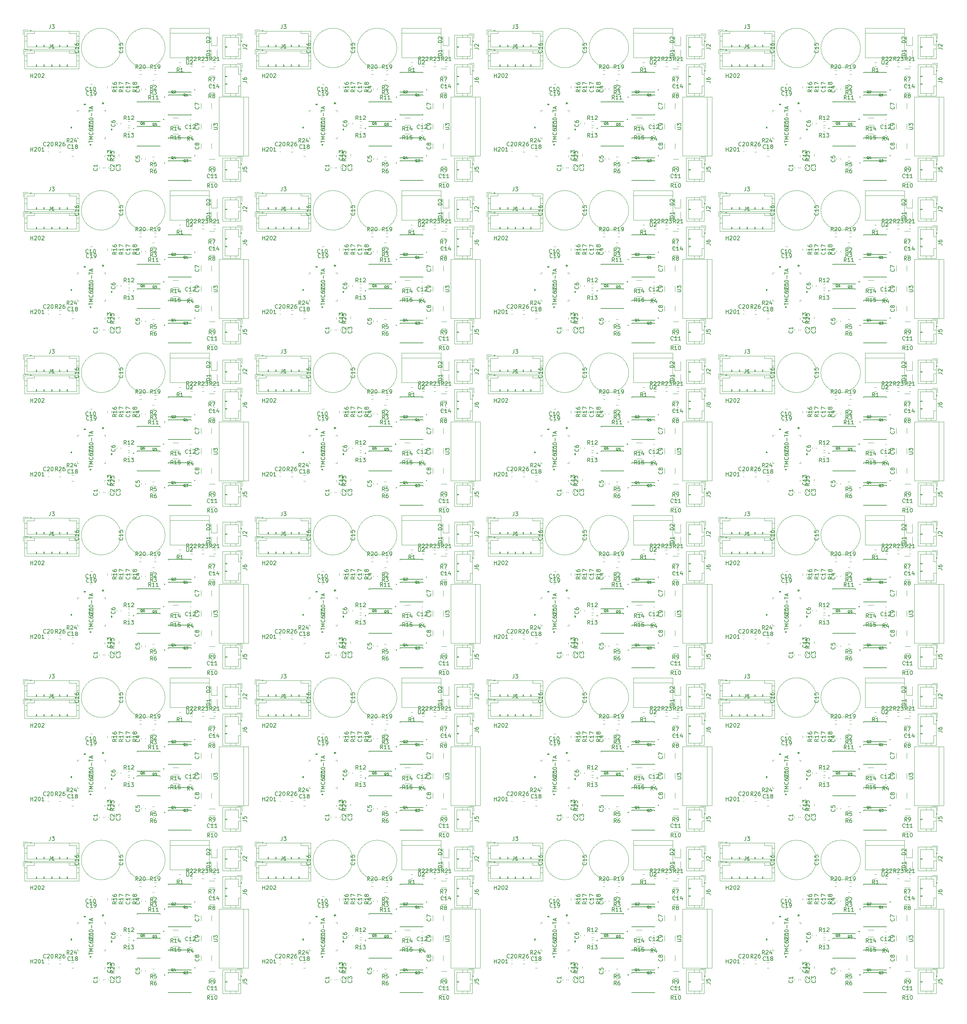
<source format=gto>
G04 #@! TF.GenerationSoftware,KiCad,Pcbnew,5.1.12-84ad8e8a86~92~ubuntu20.04.1*
G04 #@! TF.CreationDate,2022-01-02T11:27:23+02:00*
G04 #@! TF.ProjectId,panel.opm-inline,70616e65-6c2e-46f7-906d-2d696e6c696e,rev?*
G04 #@! TF.SameCoordinates,Original*
G04 #@! TF.FileFunction,Legend,Top*
G04 #@! TF.FilePolarity,Positive*
%FSLAX46Y46*%
G04 Gerber Fmt 4.6, Leading zero omitted, Abs format (unit mm)*
G04 Created by KiCad (PCBNEW 5.1.12-84ad8e8a86~92~ubuntu20.04.1) date 2022-01-02 11:27:23*
%MOMM*%
%LPD*%
G01*
G04 APERTURE LIST*
%ADD10C,0.120000*%
%ADD11C,0.100000*%
%ADD12C,0.200000*%
%ADD13C,0.127000*%
%ADD14C,0.150000*%
G04 APERTURE END LIST*
D10*
G04 #@! TO.C,J6*
X258395014Y-248425024D02*
X257145014Y-248425024D01*
X258395014Y-249675024D02*
X258395014Y-248425024D01*
X253985014Y-253785024D02*
X254485014Y-253785024D01*
X254485014Y-253885024D02*
X253985014Y-253885024D01*
X254485014Y-253685024D02*
X254485014Y-253885024D01*
X253985014Y-253685024D02*
X254485014Y-253685024D01*
X253985014Y-251785024D02*
X254485014Y-251785024D01*
X254485014Y-251885024D02*
X253985014Y-251885024D01*
X254485014Y-251685024D02*
X254485014Y-251885024D01*
X253985014Y-251685024D02*
X254485014Y-251685024D01*
X255485014Y-256845024D02*
X255485014Y-256235024D01*
X256785014Y-256845024D02*
X256785014Y-256235024D01*
X255485014Y-248725024D02*
X255485014Y-249335024D01*
X256785014Y-248725024D02*
X256785014Y-249335024D01*
X257485014Y-254285024D02*
X258095014Y-254285024D01*
X257485014Y-256235024D02*
X257485014Y-254285024D01*
X253985014Y-256235024D02*
X257485014Y-256235024D01*
X253985014Y-249335024D02*
X253985014Y-256235024D01*
X257485014Y-249335024D02*
X253985014Y-249335024D01*
X257485014Y-251285024D02*
X257485014Y-249335024D01*
X258095014Y-251285024D02*
X257485014Y-251285024D01*
X258195014Y-250485024D02*
X258195014Y-250185024D01*
X258295014Y-250185024D02*
X258095014Y-250185024D01*
X258295014Y-250485024D02*
X258295014Y-250185024D01*
X258095014Y-250485024D02*
X258295014Y-250485024D01*
X258095014Y-256845024D02*
X258095014Y-248725024D01*
X253375014Y-256845024D02*
X258095014Y-256845024D01*
X253375014Y-248725024D02*
X253375014Y-256845024D01*
X258095014Y-248725024D02*
X253375014Y-248725024D01*
G04 #@! TO.C,J5*
X258395014Y-272555024D02*
X257145014Y-272555024D01*
X258395014Y-273805024D02*
X258395014Y-272555024D01*
X253985014Y-275915024D02*
X254485014Y-275915024D01*
X254485014Y-276015024D02*
X253985014Y-276015024D01*
X254485014Y-275815024D02*
X254485014Y-276015024D01*
X253985014Y-275815024D02*
X254485014Y-275815024D01*
X255485014Y-278975024D02*
X255485014Y-278365024D01*
X256785014Y-278975024D02*
X256785014Y-278365024D01*
X255485014Y-272855024D02*
X255485014Y-273465024D01*
X256785014Y-272855024D02*
X256785014Y-273465024D01*
X257485014Y-276415024D02*
X258095014Y-276415024D01*
X257485014Y-278365024D02*
X257485014Y-276415024D01*
X253985014Y-278365024D02*
X257485014Y-278365024D01*
X253985014Y-273465024D02*
X253985014Y-278365024D01*
X257485014Y-273465024D02*
X253985014Y-273465024D01*
X257485014Y-275415024D02*
X257485014Y-273465024D01*
X258095014Y-275415024D02*
X257485014Y-275415024D01*
X258195014Y-274615024D02*
X258195014Y-274315024D01*
X258295014Y-274315024D02*
X258095014Y-274315024D01*
X258295014Y-274615024D02*
X258295014Y-274315024D01*
X258095014Y-274615024D02*
X258295014Y-274615024D01*
X258095014Y-278975024D02*
X258095014Y-272855024D01*
X253375014Y-278975024D02*
X258095014Y-278975024D01*
X253375014Y-272855024D02*
X253375014Y-278975024D01*
X258095014Y-272855024D02*
X253375014Y-272855024D01*
G04 #@! TO.C,J2*
X258395014Y-240805024D02*
X257145014Y-240805024D01*
X258395014Y-242055024D02*
X258395014Y-240805024D01*
X253985014Y-244165024D02*
X254485014Y-244165024D01*
X254485014Y-244265024D02*
X253985014Y-244265024D01*
X254485014Y-244065024D02*
X254485014Y-244265024D01*
X253985014Y-244065024D02*
X254485014Y-244065024D01*
X255485014Y-247225024D02*
X255485014Y-246615024D01*
X256785014Y-247225024D02*
X256785014Y-246615024D01*
X255485014Y-241105024D02*
X255485014Y-241715024D01*
X256785014Y-241105024D02*
X256785014Y-241715024D01*
X257485014Y-244665024D02*
X258095014Y-244665024D01*
X257485014Y-246615024D02*
X257485014Y-244665024D01*
X253985014Y-246615024D02*
X257485014Y-246615024D01*
X253985014Y-241715024D02*
X253985014Y-246615024D01*
X257485014Y-241715024D02*
X253985014Y-241715024D01*
X257485014Y-243665024D02*
X257485014Y-241715024D01*
X258095014Y-243665024D02*
X257485014Y-243665024D01*
X258195014Y-242865024D02*
X258195014Y-242565024D01*
X258295014Y-242565024D02*
X258095014Y-242565024D01*
X258295014Y-242865024D02*
X258295014Y-242565024D01*
X258095014Y-242865024D02*
X258295014Y-242865024D01*
X258095014Y-247225024D02*
X258095014Y-241105024D01*
X253375014Y-247225024D02*
X258095014Y-247225024D01*
X253375014Y-241105024D02*
X253375014Y-247225024D01*
X258095014Y-241105024D02*
X253375014Y-241105024D01*
G04 #@! TO.C,C1*
X222505014Y-275550604D02*
X222505014Y-275269444D01*
X221485014Y-275550604D02*
X221485014Y-275269444D01*
G04 #@! TO.C,C2*
X222955014Y-275269444D02*
X222955014Y-275550604D01*
X223975014Y-275269444D02*
X223975014Y-275550604D01*
G04 #@! TO.C,C3*
X224525014Y-275269444D02*
X224525014Y-275550604D01*
X225545014Y-275269444D02*
X225545014Y-275550604D01*
G04 #@! TO.C,C4*
X233435014Y-255235604D02*
X233435014Y-254954444D01*
X232415014Y-255235604D02*
X232415014Y-254954444D01*
G04 #@! TO.C,C5*
X233435014Y-273285604D02*
X233435014Y-273004444D01*
X232415014Y-273285604D02*
X232415014Y-273004444D01*
G04 #@! TO.C,C6*
X227090014Y-264125604D02*
X227090014Y-263844444D01*
X226070014Y-264125604D02*
X226070014Y-263844444D01*
G04 #@! TO.C,C10*
X219139434Y-257045024D02*
X219420594Y-257045024D01*
X219139434Y-256025024D02*
X219420594Y-256025024D01*
G04 #@! TO.C,C11*
X250850594Y-275675024D02*
X250569434Y-275675024D01*
X250850594Y-276695024D02*
X250569434Y-276695024D01*
G04 #@! TO.C,C12*
X245195594Y-262975024D02*
X244914434Y-262975024D01*
X245195594Y-263995024D02*
X244914434Y-263995024D01*
G04 #@! TO.C,C14*
X251345594Y-252415024D02*
X251064434Y-252415024D01*
X251345594Y-253435024D02*
X251064434Y-253435024D01*
G04 #@! TO.C,C17*
X227035014Y-254459444D02*
X227035014Y-254740604D01*
X228055014Y-254459444D02*
X228055014Y-254740604D01*
G04 #@! TO.C,D1*
X251940014Y-247190024D02*
X251940014Y-244905024D01*
X250470014Y-247190024D02*
X251940014Y-247190024D01*
X250470014Y-244905024D02*
X250470014Y-247190024D01*
G04 #@! TO.C,D2*
X251940014Y-243862524D02*
X251940014Y-241577524D01*
X250470014Y-243862524D02*
X251940014Y-243862524D01*
X250470014Y-241577524D02*
X250470014Y-243862524D01*
D11*
G04 #@! TO.C,IC1*
G36*
X224560414Y-265314524D02*
G01*
X224814414Y-265314524D01*
X224814414Y-265695524D01*
X224560414Y-265695524D01*
X224560414Y-265314524D01*
G37*
X224560414Y-265314524D02*
X224814414Y-265314524D01*
X224814414Y-265695524D01*
X224560414Y-265695524D01*
X224560414Y-265314524D01*
G36*
X219395515Y-269614424D02*
G01*
X219014514Y-269614424D01*
X219014514Y-269360424D01*
X219395515Y-269360424D01*
X219395515Y-269614424D01*
G37*
X219395515Y-269614424D02*
X219014514Y-269614424D01*
X219014514Y-269360424D01*
X219395515Y-269360424D01*
X219395515Y-269614424D01*
G36*
X214349614Y-264814525D02*
G01*
X214095614Y-264814525D01*
X214095614Y-265195525D01*
X214349614Y-265195525D01*
X214349614Y-264814525D01*
G37*
X214349614Y-264814525D02*
X214095614Y-264814525D01*
X214095614Y-265195525D01*
X214349614Y-265195525D01*
X214349614Y-264814525D01*
G36*
X217895515Y-258895624D02*
G01*
X217514515Y-258895624D01*
X217514515Y-259149624D01*
X217895515Y-259149624D01*
X217895515Y-258895624D01*
G37*
X217895515Y-258895624D02*
X217514515Y-258895624D01*
X217514515Y-259149624D01*
X217895515Y-259149624D01*
X217895515Y-258895624D01*
D10*
X223087214Y-261032584D02*
X223087214Y-260622824D01*
X222677454Y-267887224D02*
X223087214Y-267887224D01*
X215822814Y-267477464D02*
X215822814Y-267887224D01*
X216232574Y-260622824D02*
X215822814Y-260622824D01*
X223087214Y-260622824D02*
X222677454Y-260622824D01*
X223087214Y-267887224D02*
X223087214Y-267477464D01*
X215822814Y-267887224D02*
X216232574Y-267887224D01*
X215822814Y-260622824D02*
X215822814Y-261032584D01*
G04 #@! TO.C,R1*
X242607272Y-248222524D02*
X242132756Y-248222524D01*
X242607272Y-249267524D02*
X242132756Y-249267524D01*
G04 #@! TO.C,R2*
X235757272Y-252802524D02*
X235282756Y-252802524D01*
X235757272Y-253847524D02*
X235282756Y-253847524D01*
G04 #@! TO.C,R3*
X235757272Y-254072524D02*
X235282756Y-254072524D01*
X235757272Y-255117524D02*
X235282756Y-255117524D01*
G04 #@! TO.C,R4*
X245292272Y-265972524D02*
X244817756Y-265972524D01*
X245292272Y-267017524D02*
X244817756Y-267017524D01*
G04 #@! TO.C,R5*
X235757272Y-272622524D02*
X235282756Y-272622524D01*
X235757272Y-273667524D02*
X235282756Y-273667524D01*
G04 #@! TO.C,R6*
X235752272Y-274392524D02*
X235277756Y-274392524D01*
X235752272Y-275437524D02*
X235277756Y-275437524D01*
G04 #@! TO.C,R11*
X235757272Y-255342524D02*
X235282756Y-255342524D01*
X235757272Y-256387524D02*
X235282756Y-256387524D01*
G04 #@! TO.C,R12*
X228927756Y-264507524D02*
X229402272Y-264507524D01*
X228927756Y-263462524D02*
X229402272Y-263462524D01*
G04 #@! TO.C,R13*
X229382272Y-265102524D02*
X228907756Y-265102524D01*
X229382272Y-266147524D02*
X228907756Y-266147524D01*
G04 #@! TO.C,R16*
X223567514Y-254357766D02*
X223567514Y-254832282D01*
X224612514Y-254357766D02*
X224612514Y-254832282D01*
G04 #@! TO.C,R17*
X225282514Y-254357766D02*
X225282514Y-254832282D01*
X226327514Y-254357766D02*
X226327514Y-254832282D01*
G04 #@! TO.C,R18*
X228792514Y-254357766D02*
X228792514Y-254832282D01*
X229837514Y-254357766D02*
X229837514Y-254832282D01*
G04 #@! TO.C,R19*
X235727756Y-251307524D02*
X236202272Y-251307524D01*
X235727756Y-250262524D02*
X236202272Y-250262524D01*
G04 #@! TO.C,R20*
X231917756Y-251307524D02*
X232392272Y-251307524D01*
X231917756Y-250262524D02*
X232392272Y-250262524D01*
G04 #@! TO.C,R21*
X251067756Y-249267524D02*
X251542272Y-249267524D01*
X251067756Y-248222524D02*
X251542272Y-248222524D01*
G04 #@! TO.C,R22*
X245117756Y-249267524D02*
X245592272Y-249267524D01*
X245117756Y-248222524D02*
X245592272Y-248222524D01*
G04 #@! TO.C,R23*
X248102756Y-249267524D02*
X248577272Y-249267524D01*
X248102756Y-248222524D02*
X248577272Y-248222524D01*
G04 #@! TO.C,R24*
X214137756Y-270357524D02*
X214612272Y-270357524D01*
X214137756Y-269312524D02*
X214612272Y-269312524D01*
G04 #@! TO.C,C15*
X238545014Y-244475024D02*
G75*
G03*
X238545014Y-244475024I-5120000J0D01*
G01*
G04 #@! TO.C,C16*
X227115014Y-244475024D02*
G75*
G03*
X227115014Y-244475024I-5120000J0D01*
G01*
G04 #@! TO.C,C13*
X226540014Y-272486276D02*
X226540014Y-271963772D01*
X225070014Y-272486276D02*
X225070014Y-271963772D01*
G04 #@! TO.C,C18*
X214363762Y-272440024D02*
X214886266Y-272440024D01*
X214363762Y-270970024D02*
X214886266Y-270970024D01*
G04 #@! TO.C,C19*
X219716266Y-253860024D02*
X219193762Y-253860024D01*
X219716266Y-255330024D02*
X219193762Y-255330024D01*
G04 #@! TO.C,C20*
X208189434Y-271315024D02*
X208470594Y-271315024D01*
X208189434Y-270295024D02*
X208470594Y-270295024D01*
G04 #@! TO.C,R25*
X222942514Y-272182766D02*
X222942514Y-272657282D01*
X223987514Y-272182766D02*
X223987514Y-272657282D01*
G04 #@! TO.C,R26*
X211152756Y-271327524D02*
X211627272Y-271327524D01*
X211152756Y-270282524D02*
X211627272Y-270282524D01*
G04 #@! TO.C,R7*
X251354078Y-249875024D02*
X249899950Y-249875024D01*
X251354078Y-251695024D02*
X249899950Y-251695024D01*
G04 #@! TO.C,R8*
X251354078Y-254185024D02*
X249899950Y-254185024D01*
X251354078Y-256005024D02*
X249899950Y-256005024D01*
G04 #@! TO.C,R9*
X251432078Y-273235024D02*
X249977950Y-273235024D01*
X251432078Y-275055024D02*
X249977950Y-275055024D01*
G04 #@! TO.C,R10*
X251432078Y-277315024D02*
X249977950Y-277315024D01*
X251432078Y-279135024D02*
X249977950Y-279135024D01*
G04 #@! TO.C,R14*
X241964078Y-262575024D02*
X240509950Y-262575024D01*
X241964078Y-264395024D02*
X240509950Y-264395024D01*
G04 #@! TO.C,R15*
X241964078Y-264915024D02*
X240509950Y-264915024D01*
X241964078Y-266735024D02*
X240509950Y-266735024D01*
G04 #@! TO.C,C7*
X250525014Y-260181276D02*
X250525014Y-258758772D01*
X247805014Y-260181276D02*
X247805014Y-258758772D01*
G04 #@! TO.C,C8*
X250525014Y-270546276D02*
X250525014Y-269123772D01*
X247805014Y-270546276D02*
X247805014Y-269123772D01*
G04 #@! TO.C,C9*
X250525014Y-265466276D02*
X250525014Y-264043772D01*
X247805014Y-265466276D02*
X247805014Y-264043772D01*
G04 #@! TO.C,J1*
X201855014Y-244865024D02*
X201855014Y-246115024D01*
X203105014Y-244865024D02*
X201855014Y-244865024D01*
X213215014Y-249275024D02*
X213215014Y-248775024D01*
X213315014Y-248775024D02*
X213315014Y-249275024D01*
X213115014Y-248775024D02*
X213315014Y-248775024D01*
X213115014Y-249275024D02*
X213115014Y-248775024D01*
X211215014Y-249275024D02*
X211215014Y-248775024D01*
X211315014Y-248775024D02*
X211315014Y-249275024D01*
X211115014Y-248775024D02*
X211315014Y-248775024D01*
X211115014Y-249275024D02*
X211115014Y-248775024D01*
X209215014Y-249275024D02*
X209215014Y-248775024D01*
X209315014Y-248775024D02*
X209315014Y-249275024D01*
X209115014Y-248775024D02*
X209315014Y-248775024D01*
X209115014Y-249275024D02*
X209115014Y-248775024D01*
X207215014Y-249275024D02*
X207215014Y-248775024D01*
X207315014Y-248775024D02*
X207315014Y-249275024D01*
X207115014Y-248775024D02*
X207315014Y-248775024D01*
X207115014Y-249275024D02*
X207115014Y-248775024D01*
X205215014Y-249275024D02*
X205215014Y-248775024D01*
X205315014Y-248775024D02*
X205315014Y-249275024D01*
X205115014Y-248775024D02*
X205315014Y-248775024D01*
X205115014Y-249275024D02*
X205115014Y-248775024D01*
X216275014Y-247775024D02*
X215665014Y-247775024D01*
X216275014Y-246475024D02*
X215665014Y-246475024D01*
X202155014Y-247775024D02*
X202765014Y-247775024D01*
X202155014Y-246475024D02*
X202765014Y-246475024D01*
X213715014Y-245775024D02*
X213715014Y-245165024D01*
X215665014Y-245775024D02*
X213715014Y-245775024D01*
X215665014Y-249275024D02*
X215665014Y-245775024D01*
X202765014Y-249275024D02*
X215665014Y-249275024D01*
X202765014Y-245775024D02*
X202765014Y-249275024D01*
X204715014Y-245775024D02*
X202765014Y-245775024D01*
X204715014Y-245165024D02*
X204715014Y-245775024D01*
X203915014Y-245065024D02*
X203615014Y-245065024D01*
X203615014Y-244965024D02*
X203615014Y-245165024D01*
X203915014Y-244965024D02*
X203615014Y-244965024D01*
X203915014Y-245165024D02*
X203915014Y-244965024D01*
X216275014Y-245165024D02*
X202155014Y-245165024D01*
X216275014Y-249885024D02*
X216275014Y-245165024D01*
X202155014Y-249885024D02*
X216275014Y-249885024D01*
X202155014Y-245165024D02*
X202155014Y-249885024D01*
G04 #@! TO.C,J3*
X201855014Y-239785024D02*
X201855014Y-241035024D01*
X203105014Y-239785024D02*
X201855014Y-239785024D01*
X213215014Y-244195024D02*
X213215014Y-243695024D01*
X213315014Y-243695024D02*
X213315014Y-244195024D01*
X213115014Y-243695024D02*
X213315014Y-243695024D01*
X213115014Y-244195024D02*
X213115014Y-243695024D01*
X211215014Y-244195024D02*
X211215014Y-243695024D01*
X211315014Y-243695024D02*
X211315014Y-244195024D01*
X211115014Y-243695024D02*
X211315014Y-243695024D01*
X211115014Y-244195024D02*
X211115014Y-243695024D01*
X209215014Y-244195024D02*
X209215014Y-243695024D01*
X209315014Y-243695024D02*
X209315014Y-244195024D01*
X209115014Y-243695024D02*
X209315014Y-243695024D01*
X209115014Y-244195024D02*
X209115014Y-243695024D01*
X207215014Y-244195024D02*
X207215014Y-243695024D01*
X207315014Y-243695024D02*
X207315014Y-244195024D01*
X207115014Y-243695024D02*
X207315014Y-243695024D01*
X207115014Y-244195024D02*
X207115014Y-243695024D01*
X205215014Y-244195024D02*
X205215014Y-243695024D01*
X205315014Y-243695024D02*
X205315014Y-244195024D01*
X205115014Y-243695024D02*
X205315014Y-243695024D01*
X205115014Y-244195024D02*
X205115014Y-243695024D01*
X216275014Y-242695024D02*
X215665014Y-242695024D01*
X216275014Y-241395024D02*
X215665014Y-241395024D01*
X202155014Y-242695024D02*
X202765014Y-242695024D01*
X202155014Y-241395024D02*
X202765014Y-241395024D01*
X213715014Y-240695024D02*
X213715014Y-240085024D01*
X215665014Y-240695024D02*
X213715014Y-240695024D01*
X215665014Y-244195024D02*
X215665014Y-240695024D01*
X202765014Y-244195024D02*
X215665014Y-244195024D01*
X202765014Y-240695024D02*
X202765014Y-244195024D01*
X204715014Y-240695024D02*
X202765014Y-240695024D01*
X204715014Y-240085024D02*
X204715014Y-240695024D01*
X203915014Y-239985024D02*
X203615014Y-239985024D01*
X203615014Y-239885024D02*
X203615014Y-240085024D01*
X203915014Y-239885024D02*
X203615014Y-239885024D01*
X203915014Y-240085024D02*
X203915014Y-239885024D01*
X216275014Y-240085024D02*
X202155014Y-240085024D01*
X216275014Y-244805024D02*
X216275014Y-240085024D01*
X202155014Y-244805024D02*
X216275014Y-244805024D01*
X202155014Y-240085024D02*
X202155014Y-244805024D01*
D12*
G04 #@! TO.C,Q1*
X246315014Y-255325024D02*
G75*
G03*
X246315014Y-255325024I-100000J0D01*
G01*
D13*
X239365014Y-250750024D02*
X239365014Y-250865024D01*
X245265014Y-250750024D02*
X239365014Y-250750024D01*
X245265014Y-250865024D02*
X245265014Y-250750024D01*
X245265014Y-255900024D02*
X245265014Y-255785024D01*
X239365014Y-255900024D02*
X245265014Y-255900024D01*
X239365014Y-255785024D02*
X239365014Y-255900024D01*
D12*
G04 #@! TO.C,Q2*
X238515014Y-257175024D02*
G75*
G03*
X238515014Y-257175024I-100000J0D01*
G01*
D13*
X245265014Y-261750024D02*
X245265014Y-261635024D01*
X239365014Y-261750024D02*
X245265014Y-261750024D01*
X239365014Y-261635024D02*
X239365014Y-261750024D01*
X239365014Y-256600024D02*
X239365014Y-256715024D01*
X245265014Y-256600024D02*
X239365014Y-256600024D01*
X245265014Y-256715024D02*
X245265014Y-256600024D01*
D12*
G04 #@! TO.C,Q3*
X246315014Y-272335024D02*
G75*
G03*
X246315014Y-272335024I-100000J0D01*
G01*
D13*
X239365014Y-267760024D02*
X239365014Y-267875024D01*
X245265014Y-267760024D02*
X239365014Y-267760024D01*
X245265014Y-267875024D02*
X245265014Y-267760024D01*
X245265014Y-272910024D02*
X245265014Y-272795024D01*
X239365014Y-272910024D02*
X245265014Y-272910024D01*
X239365014Y-272795024D02*
X239365014Y-272910024D01*
D12*
G04 #@! TO.C,Q4*
X238515014Y-274185024D02*
G75*
G03*
X238515014Y-274185024I-100000J0D01*
G01*
D13*
X245265014Y-278760024D02*
X245265014Y-278645024D01*
X239365014Y-278760024D02*
X245265014Y-278760024D01*
X239365014Y-278645024D02*
X239365014Y-278760024D01*
X239365014Y-273610024D02*
X239365014Y-273725024D01*
X245265014Y-273610024D02*
X239365014Y-273610024D01*
X245265014Y-273725024D02*
X245265014Y-273610024D01*
D12*
G04 #@! TO.C,Q6*
X230495014Y-265295024D02*
G75*
G03*
X230495014Y-265295024I-100000J0D01*
G01*
D13*
X237245014Y-269870024D02*
X237245014Y-269755024D01*
X231345014Y-269870024D02*
X237245014Y-269870024D01*
X231345014Y-269755024D02*
X231345014Y-269870024D01*
X231345014Y-264720024D02*
X231345014Y-264835024D01*
X237245014Y-264720024D02*
X231345014Y-264720024D01*
X237245014Y-264835024D02*
X237245014Y-264720024D01*
D10*
G04 #@! TO.C,U2*
X249935014Y-239355024D02*
X239775014Y-239355024D01*
X249935014Y-246975024D02*
X249935014Y-239355024D01*
X239775014Y-246975024D02*
X249935014Y-246975024D01*
X239775014Y-239355024D02*
X239775014Y-246975024D01*
X239775014Y-240625024D02*
X249935014Y-240625024D01*
G04 #@! TO.C,U3*
X260095014Y-272375024D02*
X252475014Y-272375024D01*
X260095014Y-257135024D02*
X252475014Y-257135024D01*
X258825014Y-272375024D02*
X258825014Y-257135024D01*
X252475014Y-272375024D02*
X252475014Y-257135024D01*
X260095014Y-272375024D02*
X260095014Y-257135024D01*
D12*
G04 #@! TO.C,Q5*
X238295014Y-262945024D02*
G75*
G03*
X238295014Y-262945024I-100000J0D01*
G01*
D13*
X231345014Y-258370024D02*
X231345014Y-258485024D01*
X237245014Y-258370024D02*
X231345014Y-258370024D01*
X237245014Y-258485024D02*
X237245014Y-258370024D01*
X237245014Y-263520024D02*
X237245014Y-263405024D01*
X231345014Y-263520024D02*
X237245014Y-263520024D01*
X231345014Y-263405024D02*
X231345014Y-263520024D01*
D10*
G04 #@! TO.C,J6*
X198445009Y-248425024D02*
X197195009Y-248425024D01*
X198445009Y-249675024D02*
X198445009Y-248425024D01*
X194035009Y-253785024D02*
X194535009Y-253785024D01*
X194535009Y-253885024D02*
X194035009Y-253885024D01*
X194535009Y-253685024D02*
X194535009Y-253885024D01*
X194035009Y-253685024D02*
X194535009Y-253685024D01*
X194035009Y-251785024D02*
X194535009Y-251785024D01*
X194535009Y-251885024D02*
X194035009Y-251885024D01*
X194535009Y-251685024D02*
X194535009Y-251885024D01*
X194035009Y-251685024D02*
X194535009Y-251685024D01*
X195535009Y-256845024D02*
X195535009Y-256235024D01*
X196835009Y-256845024D02*
X196835009Y-256235024D01*
X195535009Y-248725024D02*
X195535009Y-249335024D01*
X196835009Y-248725024D02*
X196835009Y-249335024D01*
X197535009Y-254285024D02*
X198145009Y-254285024D01*
X197535009Y-256235024D02*
X197535009Y-254285024D01*
X194035009Y-256235024D02*
X197535009Y-256235024D01*
X194035009Y-249335024D02*
X194035009Y-256235024D01*
X197535009Y-249335024D02*
X194035009Y-249335024D01*
X197535009Y-251285024D02*
X197535009Y-249335024D01*
X198145009Y-251285024D02*
X197535009Y-251285024D01*
X198245009Y-250485024D02*
X198245009Y-250185024D01*
X198345009Y-250185024D02*
X198145009Y-250185024D01*
X198345009Y-250485024D02*
X198345009Y-250185024D01*
X198145009Y-250485024D02*
X198345009Y-250485024D01*
X198145009Y-256845024D02*
X198145009Y-248725024D01*
X193425009Y-256845024D02*
X198145009Y-256845024D01*
X193425009Y-248725024D02*
X193425009Y-256845024D01*
X198145009Y-248725024D02*
X193425009Y-248725024D01*
G04 #@! TO.C,J5*
X198445009Y-272555024D02*
X197195009Y-272555024D01*
X198445009Y-273805024D02*
X198445009Y-272555024D01*
X194035009Y-275915024D02*
X194535009Y-275915024D01*
X194535009Y-276015024D02*
X194035009Y-276015024D01*
X194535009Y-275815024D02*
X194535009Y-276015024D01*
X194035009Y-275815024D02*
X194535009Y-275815024D01*
X195535009Y-278975024D02*
X195535009Y-278365024D01*
X196835009Y-278975024D02*
X196835009Y-278365024D01*
X195535009Y-272855024D02*
X195535009Y-273465024D01*
X196835009Y-272855024D02*
X196835009Y-273465024D01*
X197535009Y-276415024D02*
X198145009Y-276415024D01*
X197535009Y-278365024D02*
X197535009Y-276415024D01*
X194035009Y-278365024D02*
X197535009Y-278365024D01*
X194035009Y-273465024D02*
X194035009Y-278365024D01*
X197535009Y-273465024D02*
X194035009Y-273465024D01*
X197535009Y-275415024D02*
X197535009Y-273465024D01*
X198145009Y-275415024D02*
X197535009Y-275415024D01*
X198245009Y-274615024D02*
X198245009Y-274315024D01*
X198345009Y-274315024D02*
X198145009Y-274315024D01*
X198345009Y-274615024D02*
X198345009Y-274315024D01*
X198145009Y-274615024D02*
X198345009Y-274615024D01*
X198145009Y-278975024D02*
X198145009Y-272855024D01*
X193425009Y-278975024D02*
X198145009Y-278975024D01*
X193425009Y-272855024D02*
X193425009Y-278975024D01*
X198145009Y-272855024D02*
X193425009Y-272855024D01*
G04 #@! TO.C,J2*
X198445009Y-240805024D02*
X197195009Y-240805024D01*
X198445009Y-242055024D02*
X198445009Y-240805024D01*
X194035009Y-244165024D02*
X194535009Y-244165024D01*
X194535009Y-244265024D02*
X194035009Y-244265024D01*
X194535009Y-244065024D02*
X194535009Y-244265024D01*
X194035009Y-244065024D02*
X194535009Y-244065024D01*
X195535009Y-247225024D02*
X195535009Y-246615024D01*
X196835009Y-247225024D02*
X196835009Y-246615024D01*
X195535009Y-241105024D02*
X195535009Y-241715024D01*
X196835009Y-241105024D02*
X196835009Y-241715024D01*
X197535009Y-244665024D02*
X198145009Y-244665024D01*
X197535009Y-246615024D02*
X197535009Y-244665024D01*
X194035009Y-246615024D02*
X197535009Y-246615024D01*
X194035009Y-241715024D02*
X194035009Y-246615024D01*
X197535009Y-241715024D02*
X194035009Y-241715024D01*
X197535009Y-243665024D02*
X197535009Y-241715024D01*
X198145009Y-243665024D02*
X197535009Y-243665024D01*
X198245009Y-242865024D02*
X198245009Y-242565024D01*
X198345009Y-242565024D02*
X198145009Y-242565024D01*
X198345009Y-242865024D02*
X198345009Y-242565024D01*
X198145009Y-242865024D02*
X198345009Y-242865024D01*
X198145009Y-247225024D02*
X198145009Y-241105024D01*
X193425009Y-247225024D02*
X198145009Y-247225024D01*
X193425009Y-241105024D02*
X193425009Y-247225024D01*
X198145009Y-241105024D02*
X193425009Y-241105024D01*
G04 #@! TO.C,C1*
X162555009Y-275550604D02*
X162555009Y-275269444D01*
X161535009Y-275550604D02*
X161535009Y-275269444D01*
G04 #@! TO.C,C2*
X163005009Y-275269444D02*
X163005009Y-275550604D01*
X164025009Y-275269444D02*
X164025009Y-275550604D01*
G04 #@! TO.C,C3*
X164575009Y-275269444D02*
X164575009Y-275550604D01*
X165595009Y-275269444D02*
X165595009Y-275550604D01*
G04 #@! TO.C,C4*
X173485009Y-255235604D02*
X173485009Y-254954444D01*
X172465009Y-255235604D02*
X172465009Y-254954444D01*
G04 #@! TO.C,C5*
X173485009Y-273285604D02*
X173485009Y-273004444D01*
X172465009Y-273285604D02*
X172465009Y-273004444D01*
G04 #@! TO.C,C6*
X167140009Y-264125604D02*
X167140009Y-263844444D01*
X166120009Y-264125604D02*
X166120009Y-263844444D01*
G04 #@! TO.C,C10*
X159189429Y-257045024D02*
X159470589Y-257045024D01*
X159189429Y-256025024D02*
X159470589Y-256025024D01*
G04 #@! TO.C,C11*
X190900589Y-275675024D02*
X190619429Y-275675024D01*
X190900589Y-276695024D02*
X190619429Y-276695024D01*
G04 #@! TO.C,C12*
X185245589Y-262975024D02*
X184964429Y-262975024D01*
X185245589Y-263995024D02*
X184964429Y-263995024D01*
G04 #@! TO.C,C14*
X191395589Y-252415024D02*
X191114429Y-252415024D01*
X191395589Y-253435024D02*
X191114429Y-253435024D01*
G04 #@! TO.C,C17*
X167085009Y-254459444D02*
X167085009Y-254740604D01*
X168105009Y-254459444D02*
X168105009Y-254740604D01*
G04 #@! TO.C,D1*
X191990009Y-247190024D02*
X191990009Y-244905024D01*
X190520009Y-247190024D02*
X191990009Y-247190024D01*
X190520009Y-244905024D02*
X190520009Y-247190024D01*
G04 #@! TO.C,D2*
X191990009Y-243862524D02*
X191990009Y-241577524D01*
X190520009Y-243862524D02*
X191990009Y-243862524D01*
X190520009Y-241577524D02*
X190520009Y-243862524D01*
D11*
G04 #@! TO.C,IC1*
G36*
X164610409Y-265314524D02*
G01*
X164864409Y-265314524D01*
X164864409Y-265695524D01*
X164610409Y-265695524D01*
X164610409Y-265314524D01*
G37*
X164610409Y-265314524D02*
X164864409Y-265314524D01*
X164864409Y-265695524D01*
X164610409Y-265695524D01*
X164610409Y-265314524D01*
G36*
X159445510Y-269614424D02*
G01*
X159064509Y-269614424D01*
X159064509Y-269360424D01*
X159445510Y-269360424D01*
X159445510Y-269614424D01*
G37*
X159445510Y-269614424D02*
X159064509Y-269614424D01*
X159064509Y-269360424D01*
X159445510Y-269360424D01*
X159445510Y-269614424D01*
G36*
X154399609Y-264814525D02*
G01*
X154145609Y-264814525D01*
X154145609Y-265195525D01*
X154399609Y-265195525D01*
X154399609Y-264814525D01*
G37*
X154399609Y-264814525D02*
X154145609Y-264814525D01*
X154145609Y-265195525D01*
X154399609Y-265195525D01*
X154399609Y-264814525D01*
G36*
X157945510Y-258895624D02*
G01*
X157564510Y-258895624D01*
X157564510Y-259149624D01*
X157945510Y-259149624D01*
X157945510Y-258895624D01*
G37*
X157945510Y-258895624D02*
X157564510Y-258895624D01*
X157564510Y-259149624D01*
X157945510Y-259149624D01*
X157945510Y-258895624D01*
D10*
X163137209Y-261032584D02*
X163137209Y-260622824D01*
X162727449Y-267887224D02*
X163137209Y-267887224D01*
X155872809Y-267477464D02*
X155872809Y-267887224D01*
X156282569Y-260622824D02*
X155872809Y-260622824D01*
X163137209Y-260622824D02*
X162727449Y-260622824D01*
X163137209Y-267887224D02*
X163137209Y-267477464D01*
X155872809Y-267887224D02*
X156282569Y-267887224D01*
X155872809Y-260622824D02*
X155872809Y-261032584D01*
G04 #@! TO.C,R1*
X182657267Y-248222524D02*
X182182751Y-248222524D01*
X182657267Y-249267524D02*
X182182751Y-249267524D01*
G04 #@! TO.C,R2*
X175807267Y-252802524D02*
X175332751Y-252802524D01*
X175807267Y-253847524D02*
X175332751Y-253847524D01*
G04 #@! TO.C,R3*
X175807267Y-254072524D02*
X175332751Y-254072524D01*
X175807267Y-255117524D02*
X175332751Y-255117524D01*
G04 #@! TO.C,R4*
X185342267Y-265972524D02*
X184867751Y-265972524D01*
X185342267Y-267017524D02*
X184867751Y-267017524D01*
G04 #@! TO.C,R5*
X175807267Y-272622524D02*
X175332751Y-272622524D01*
X175807267Y-273667524D02*
X175332751Y-273667524D01*
G04 #@! TO.C,R6*
X175802267Y-274392524D02*
X175327751Y-274392524D01*
X175802267Y-275437524D02*
X175327751Y-275437524D01*
G04 #@! TO.C,R11*
X175807267Y-255342524D02*
X175332751Y-255342524D01*
X175807267Y-256387524D02*
X175332751Y-256387524D01*
G04 #@! TO.C,R12*
X168977751Y-264507524D02*
X169452267Y-264507524D01*
X168977751Y-263462524D02*
X169452267Y-263462524D01*
G04 #@! TO.C,R13*
X169432267Y-265102524D02*
X168957751Y-265102524D01*
X169432267Y-266147524D02*
X168957751Y-266147524D01*
G04 #@! TO.C,R16*
X163617509Y-254357766D02*
X163617509Y-254832282D01*
X164662509Y-254357766D02*
X164662509Y-254832282D01*
G04 #@! TO.C,R17*
X165332509Y-254357766D02*
X165332509Y-254832282D01*
X166377509Y-254357766D02*
X166377509Y-254832282D01*
G04 #@! TO.C,R18*
X168842509Y-254357766D02*
X168842509Y-254832282D01*
X169887509Y-254357766D02*
X169887509Y-254832282D01*
G04 #@! TO.C,R19*
X175777751Y-251307524D02*
X176252267Y-251307524D01*
X175777751Y-250262524D02*
X176252267Y-250262524D01*
G04 #@! TO.C,R20*
X171967751Y-251307524D02*
X172442267Y-251307524D01*
X171967751Y-250262524D02*
X172442267Y-250262524D01*
G04 #@! TO.C,R21*
X191117751Y-249267524D02*
X191592267Y-249267524D01*
X191117751Y-248222524D02*
X191592267Y-248222524D01*
G04 #@! TO.C,R22*
X185167751Y-249267524D02*
X185642267Y-249267524D01*
X185167751Y-248222524D02*
X185642267Y-248222524D01*
G04 #@! TO.C,R23*
X188152751Y-249267524D02*
X188627267Y-249267524D01*
X188152751Y-248222524D02*
X188627267Y-248222524D01*
G04 #@! TO.C,R24*
X154187751Y-270357524D02*
X154662267Y-270357524D01*
X154187751Y-269312524D02*
X154662267Y-269312524D01*
G04 #@! TO.C,C15*
X178595009Y-244475024D02*
G75*
G03*
X178595009Y-244475024I-5120000J0D01*
G01*
G04 #@! TO.C,C16*
X167165009Y-244475024D02*
G75*
G03*
X167165009Y-244475024I-5120000J0D01*
G01*
G04 #@! TO.C,C13*
X166590009Y-272486276D02*
X166590009Y-271963772D01*
X165120009Y-272486276D02*
X165120009Y-271963772D01*
G04 #@! TO.C,C18*
X154413757Y-272440024D02*
X154936261Y-272440024D01*
X154413757Y-270970024D02*
X154936261Y-270970024D01*
G04 #@! TO.C,C19*
X159766261Y-253860024D02*
X159243757Y-253860024D01*
X159766261Y-255330024D02*
X159243757Y-255330024D01*
G04 #@! TO.C,C20*
X148239429Y-271315024D02*
X148520589Y-271315024D01*
X148239429Y-270295024D02*
X148520589Y-270295024D01*
G04 #@! TO.C,R25*
X162992509Y-272182766D02*
X162992509Y-272657282D01*
X164037509Y-272182766D02*
X164037509Y-272657282D01*
G04 #@! TO.C,R26*
X151202751Y-271327524D02*
X151677267Y-271327524D01*
X151202751Y-270282524D02*
X151677267Y-270282524D01*
G04 #@! TO.C,R7*
X191404073Y-249875024D02*
X189949945Y-249875024D01*
X191404073Y-251695024D02*
X189949945Y-251695024D01*
G04 #@! TO.C,R8*
X191404073Y-254185024D02*
X189949945Y-254185024D01*
X191404073Y-256005024D02*
X189949945Y-256005024D01*
G04 #@! TO.C,R9*
X191482073Y-273235024D02*
X190027945Y-273235024D01*
X191482073Y-275055024D02*
X190027945Y-275055024D01*
G04 #@! TO.C,R10*
X191482073Y-277315024D02*
X190027945Y-277315024D01*
X191482073Y-279135024D02*
X190027945Y-279135024D01*
G04 #@! TO.C,R14*
X182014073Y-262575024D02*
X180559945Y-262575024D01*
X182014073Y-264395024D02*
X180559945Y-264395024D01*
G04 #@! TO.C,R15*
X182014073Y-264915024D02*
X180559945Y-264915024D01*
X182014073Y-266735024D02*
X180559945Y-266735024D01*
G04 #@! TO.C,C7*
X190575009Y-260181276D02*
X190575009Y-258758772D01*
X187855009Y-260181276D02*
X187855009Y-258758772D01*
G04 #@! TO.C,C8*
X190575009Y-270546276D02*
X190575009Y-269123772D01*
X187855009Y-270546276D02*
X187855009Y-269123772D01*
G04 #@! TO.C,C9*
X190575009Y-265466276D02*
X190575009Y-264043772D01*
X187855009Y-265466276D02*
X187855009Y-264043772D01*
G04 #@! TO.C,J1*
X141905009Y-244865024D02*
X141905009Y-246115024D01*
X143155009Y-244865024D02*
X141905009Y-244865024D01*
X153265009Y-249275024D02*
X153265009Y-248775024D01*
X153365009Y-248775024D02*
X153365009Y-249275024D01*
X153165009Y-248775024D02*
X153365009Y-248775024D01*
X153165009Y-249275024D02*
X153165009Y-248775024D01*
X151265009Y-249275024D02*
X151265009Y-248775024D01*
X151365009Y-248775024D02*
X151365009Y-249275024D01*
X151165009Y-248775024D02*
X151365009Y-248775024D01*
X151165009Y-249275024D02*
X151165009Y-248775024D01*
X149265009Y-249275024D02*
X149265009Y-248775024D01*
X149365009Y-248775024D02*
X149365009Y-249275024D01*
X149165009Y-248775024D02*
X149365009Y-248775024D01*
X149165009Y-249275024D02*
X149165009Y-248775024D01*
X147265009Y-249275024D02*
X147265009Y-248775024D01*
X147365009Y-248775024D02*
X147365009Y-249275024D01*
X147165009Y-248775024D02*
X147365009Y-248775024D01*
X147165009Y-249275024D02*
X147165009Y-248775024D01*
X145265009Y-249275024D02*
X145265009Y-248775024D01*
X145365009Y-248775024D02*
X145365009Y-249275024D01*
X145165009Y-248775024D02*
X145365009Y-248775024D01*
X145165009Y-249275024D02*
X145165009Y-248775024D01*
X156325009Y-247775024D02*
X155715009Y-247775024D01*
X156325009Y-246475024D02*
X155715009Y-246475024D01*
X142205009Y-247775024D02*
X142815009Y-247775024D01*
X142205009Y-246475024D02*
X142815009Y-246475024D01*
X153765009Y-245775024D02*
X153765009Y-245165024D01*
X155715009Y-245775024D02*
X153765009Y-245775024D01*
X155715009Y-249275024D02*
X155715009Y-245775024D01*
X142815009Y-249275024D02*
X155715009Y-249275024D01*
X142815009Y-245775024D02*
X142815009Y-249275024D01*
X144765009Y-245775024D02*
X142815009Y-245775024D01*
X144765009Y-245165024D02*
X144765009Y-245775024D01*
X143965009Y-245065024D02*
X143665009Y-245065024D01*
X143665009Y-244965024D02*
X143665009Y-245165024D01*
X143965009Y-244965024D02*
X143665009Y-244965024D01*
X143965009Y-245165024D02*
X143965009Y-244965024D01*
X156325009Y-245165024D02*
X142205009Y-245165024D01*
X156325009Y-249885024D02*
X156325009Y-245165024D01*
X142205009Y-249885024D02*
X156325009Y-249885024D01*
X142205009Y-245165024D02*
X142205009Y-249885024D01*
G04 #@! TO.C,J3*
X141905009Y-239785024D02*
X141905009Y-241035024D01*
X143155009Y-239785024D02*
X141905009Y-239785024D01*
X153265009Y-244195024D02*
X153265009Y-243695024D01*
X153365009Y-243695024D02*
X153365009Y-244195024D01*
X153165009Y-243695024D02*
X153365009Y-243695024D01*
X153165009Y-244195024D02*
X153165009Y-243695024D01*
X151265009Y-244195024D02*
X151265009Y-243695024D01*
X151365009Y-243695024D02*
X151365009Y-244195024D01*
X151165009Y-243695024D02*
X151365009Y-243695024D01*
X151165009Y-244195024D02*
X151165009Y-243695024D01*
X149265009Y-244195024D02*
X149265009Y-243695024D01*
X149365009Y-243695024D02*
X149365009Y-244195024D01*
X149165009Y-243695024D02*
X149365009Y-243695024D01*
X149165009Y-244195024D02*
X149165009Y-243695024D01*
X147265009Y-244195024D02*
X147265009Y-243695024D01*
X147365009Y-243695024D02*
X147365009Y-244195024D01*
X147165009Y-243695024D02*
X147365009Y-243695024D01*
X147165009Y-244195024D02*
X147165009Y-243695024D01*
X145265009Y-244195024D02*
X145265009Y-243695024D01*
X145365009Y-243695024D02*
X145365009Y-244195024D01*
X145165009Y-243695024D02*
X145365009Y-243695024D01*
X145165009Y-244195024D02*
X145165009Y-243695024D01*
X156325009Y-242695024D02*
X155715009Y-242695024D01*
X156325009Y-241395024D02*
X155715009Y-241395024D01*
X142205009Y-242695024D02*
X142815009Y-242695024D01*
X142205009Y-241395024D02*
X142815009Y-241395024D01*
X153765009Y-240695024D02*
X153765009Y-240085024D01*
X155715009Y-240695024D02*
X153765009Y-240695024D01*
X155715009Y-244195024D02*
X155715009Y-240695024D01*
X142815009Y-244195024D02*
X155715009Y-244195024D01*
X142815009Y-240695024D02*
X142815009Y-244195024D01*
X144765009Y-240695024D02*
X142815009Y-240695024D01*
X144765009Y-240085024D02*
X144765009Y-240695024D01*
X143965009Y-239985024D02*
X143665009Y-239985024D01*
X143665009Y-239885024D02*
X143665009Y-240085024D01*
X143965009Y-239885024D02*
X143665009Y-239885024D01*
X143965009Y-240085024D02*
X143965009Y-239885024D01*
X156325009Y-240085024D02*
X142205009Y-240085024D01*
X156325009Y-244805024D02*
X156325009Y-240085024D01*
X142205009Y-244805024D02*
X156325009Y-244805024D01*
X142205009Y-240085024D02*
X142205009Y-244805024D01*
D12*
G04 #@! TO.C,Q1*
X186365009Y-255325024D02*
G75*
G03*
X186365009Y-255325024I-100000J0D01*
G01*
D13*
X179415009Y-250750024D02*
X179415009Y-250865024D01*
X185315009Y-250750024D02*
X179415009Y-250750024D01*
X185315009Y-250865024D02*
X185315009Y-250750024D01*
X185315009Y-255900024D02*
X185315009Y-255785024D01*
X179415009Y-255900024D02*
X185315009Y-255900024D01*
X179415009Y-255785024D02*
X179415009Y-255900024D01*
D12*
G04 #@! TO.C,Q2*
X178565009Y-257175024D02*
G75*
G03*
X178565009Y-257175024I-100000J0D01*
G01*
D13*
X185315009Y-261750024D02*
X185315009Y-261635024D01*
X179415009Y-261750024D02*
X185315009Y-261750024D01*
X179415009Y-261635024D02*
X179415009Y-261750024D01*
X179415009Y-256600024D02*
X179415009Y-256715024D01*
X185315009Y-256600024D02*
X179415009Y-256600024D01*
X185315009Y-256715024D02*
X185315009Y-256600024D01*
D12*
G04 #@! TO.C,Q3*
X186365009Y-272335024D02*
G75*
G03*
X186365009Y-272335024I-100000J0D01*
G01*
D13*
X179415009Y-267760024D02*
X179415009Y-267875024D01*
X185315009Y-267760024D02*
X179415009Y-267760024D01*
X185315009Y-267875024D02*
X185315009Y-267760024D01*
X185315009Y-272910024D02*
X185315009Y-272795024D01*
X179415009Y-272910024D02*
X185315009Y-272910024D01*
X179415009Y-272795024D02*
X179415009Y-272910024D01*
D12*
G04 #@! TO.C,Q4*
X178565009Y-274185024D02*
G75*
G03*
X178565009Y-274185024I-100000J0D01*
G01*
D13*
X185315009Y-278760024D02*
X185315009Y-278645024D01*
X179415009Y-278760024D02*
X185315009Y-278760024D01*
X179415009Y-278645024D02*
X179415009Y-278760024D01*
X179415009Y-273610024D02*
X179415009Y-273725024D01*
X185315009Y-273610024D02*
X179415009Y-273610024D01*
X185315009Y-273725024D02*
X185315009Y-273610024D01*
D12*
G04 #@! TO.C,Q6*
X170545009Y-265295024D02*
G75*
G03*
X170545009Y-265295024I-100000J0D01*
G01*
D13*
X177295009Y-269870024D02*
X177295009Y-269755024D01*
X171395009Y-269870024D02*
X177295009Y-269870024D01*
X171395009Y-269755024D02*
X171395009Y-269870024D01*
X171395009Y-264720024D02*
X171395009Y-264835024D01*
X177295009Y-264720024D02*
X171395009Y-264720024D01*
X177295009Y-264835024D02*
X177295009Y-264720024D01*
D10*
G04 #@! TO.C,U2*
X189985009Y-239355024D02*
X179825009Y-239355024D01*
X189985009Y-246975024D02*
X189985009Y-239355024D01*
X179825009Y-246975024D02*
X189985009Y-246975024D01*
X179825009Y-239355024D02*
X179825009Y-246975024D01*
X179825009Y-240625024D02*
X189985009Y-240625024D01*
G04 #@! TO.C,U3*
X200145009Y-272375024D02*
X192525009Y-272375024D01*
X200145009Y-257135024D02*
X192525009Y-257135024D01*
X198875009Y-272375024D02*
X198875009Y-257135024D01*
X192525009Y-272375024D02*
X192525009Y-257135024D01*
X200145009Y-272375024D02*
X200145009Y-257135024D01*
D12*
G04 #@! TO.C,Q5*
X178345009Y-262945024D02*
G75*
G03*
X178345009Y-262945024I-100000J0D01*
G01*
D13*
X171395009Y-258370024D02*
X171395009Y-258485024D01*
X177295009Y-258370024D02*
X171395009Y-258370024D01*
X177295009Y-258485024D02*
X177295009Y-258370024D01*
X177295009Y-263520024D02*
X177295009Y-263405024D01*
X171395009Y-263520024D02*
X177295009Y-263520024D01*
X171395009Y-263405024D02*
X171395009Y-263520024D01*
D10*
G04 #@! TO.C,J6*
X138495004Y-248425024D02*
X137245004Y-248425024D01*
X138495004Y-249675024D02*
X138495004Y-248425024D01*
X134085004Y-253785024D02*
X134585004Y-253785024D01*
X134585004Y-253885024D02*
X134085004Y-253885024D01*
X134585004Y-253685024D02*
X134585004Y-253885024D01*
X134085004Y-253685024D02*
X134585004Y-253685024D01*
X134085004Y-251785024D02*
X134585004Y-251785024D01*
X134585004Y-251885024D02*
X134085004Y-251885024D01*
X134585004Y-251685024D02*
X134585004Y-251885024D01*
X134085004Y-251685024D02*
X134585004Y-251685024D01*
X135585004Y-256845024D02*
X135585004Y-256235024D01*
X136885004Y-256845024D02*
X136885004Y-256235024D01*
X135585004Y-248725024D02*
X135585004Y-249335024D01*
X136885004Y-248725024D02*
X136885004Y-249335024D01*
X137585004Y-254285024D02*
X138195004Y-254285024D01*
X137585004Y-256235024D02*
X137585004Y-254285024D01*
X134085004Y-256235024D02*
X137585004Y-256235024D01*
X134085004Y-249335024D02*
X134085004Y-256235024D01*
X137585004Y-249335024D02*
X134085004Y-249335024D01*
X137585004Y-251285024D02*
X137585004Y-249335024D01*
X138195004Y-251285024D02*
X137585004Y-251285024D01*
X138295004Y-250485024D02*
X138295004Y-250185024D01*
X138395004Y-250185024D02*
X138195004Y-250185024D01*
X138395004Y-250485024D02*
X138395004Y-250185024D01*
X138195004Y-250485024D02*
X138395004Y-250485024D01*
X138195004Y-256845024D02*
X138195004Y-248725024D01*
X133475004Y-256845024D02*
X138195004Y-256845024D01*
X133475004Y-248725024D02*
X133475004Y-256845024D01*
X138195004Y-248725024D02*
X133475004Y-248725024D01*
G04 #@! TO.C,J5*
X138495004Y-272555024D02*
X137245004Y-272555024D01*
X138495004Y-273805024D02*
X138495004Y-272555024D01*
X134085004Y-275915024D02*
X134585004Y-275915024D01*
X134585004Y-276015024D02*
X134085004Y-276015024D01*
X134585004Y-275815024D02*
X134585004Y-276015024D01*
X134085004Y-275815024D02*
X134585004Y-275815024D01*
X135585004Y-278975024D02*
X135585004Y-278365024D01*
X136885004Y-278975024D02*
X136885004Y-278365024D01*
X135585004Y-272855024D02*
X135585004Y-273465024D01*
X136885004Y-272855024D02*
X136885004Y-273465024D01*
X137585004Y-276415024D02*
X138195004Y-276415024D01*
X137585004Y-278365024D02*
X137585004Y-276415024D01*
X134085004Y-278365024D02*
X137585004Y-278365024D01*
X134085004Y-273465024D02*
X134085004Y-278365024D01*
X137585004Y-273465024D02*
X134085004Y-273465024D01*
X137585004Y-275415024D02*
X137585004Y-273465024D01*
X138195004Y-275415024D02*
X137585004Y-275415024D01*
X138295004Y-274615024D02*
X138295004Y-274315024D01*
X138395004Y-274315024D02*
X138195004Y-274315024D01*
X138395004Y-274615024D02*
X138395004Y-274315024D01*
X138195004Y-274615024D02*
X138395004Y-274615024D01*
X138195004Y-278975024D02*
X138195004Y-272855024D01*
X133475004Y-278975024D02*
X138195004Y-278975024D01*
X133475004Y-272855024D02*
X133475004Y-278975024D01*
X138195004Y-272855024D02*
X133475004Y-272855024D01*
G04 #@! TO.C,J2*
X138495004Y-240805024D02*
X137245004Y-240805024D01*
X138495004Y-242055024D02*
X138495004Y-240805024D01*
X134085004Y-244165024D02*
X134585004Y-244165024D01*
X134585004Y-244265024D02*
X134085004Y-244265024D01*
X134585004Y-244065024D02*
X134585004Y-244265024D01*
X134085004Y-244065024D02*
X134585004Y-244065024D01*
X135585004Y-247225024D02*
X135585004Y-246615024D01*
X136885004Y-247225024D02*
X136885004Y-246615024D01*
X135585004Y-241105024D02*
X135585004Y-241715024D01*
X136885004Y-241105024D02*
X136885004Y-241715024D01*
X137585004Y-244665024D02*
X138195004Y-244665024D01*
X137585004Y-246615024D02*
X137585004Y-244665024D01*
X134085004Y-246615024D02*
X137585004Y-246615024D01*
X134085004Y-241715024D02*
X134085004Y-246615024D01*
X137585004Y-241715024D02*
X134085004Y-241715024D01*
X137585004Y-243665024D02*
X137585004Y-241715024D01*
X138195004Y-243665024D02*
X137585004Y-243665024D01*
X138295004Y-242865024D02*
X138295004Y-242565024D01*
X138395004Y-242565024D02*
X138195004Y-242565024D01*
X138395004Y-242865024D02*
X138395004Y-242565024D01*
X138195004Y-242865024D02*
X138395004Y-242865024D01*
X138195004Y-247225024D02*
X138195004Y-241105024D01*
X133475004Y-247225024D02*
X138195004Y-247225024D01*
X133475004Y-241105024D02*
X133475004Y-247225024D01*
X138195004Y-241105024D02*
X133475004Y-241105024D01*
G04 #@! TO.C,C1*
X102605004Y-275550604D02*
X102605004Y-275269444D01*
X101585004Y-275550604D02*
X101585004Y-275269444D01*
G04 #@! TO.C,C2*
X103055004Y-275269444D02*
X103055004Y-275550604D01*
X104075004Y-275269444D02*
X104075004Y-275550604D01*
G04 #@! TO.C,C3*
X104625004Y-275269444D02*
X104625004Y-275550604D01*
X105645004Y-275269444D02*
X105645004Y-275550604D01*
G04 #@! TO.C,C4*
X113535004Y-255235604D02*
X113535004Y-254954444D01*
X112515004Y-255235604D02*
X112515004Y-254954444D01*
G04 #@! TO.C,C5*
X113535004Y-273285604D02*
X113535004Y-273004444D01*
X112515004Y-273285604D02*
X112515004Y-273004444D01*
G04 #@! TO.C,C6*
X107190004Y-264125604D02*
X107190004Y-263844444D01*
X106170004Y-264125604D02*
X106170004Y-263844444D01*
G04 #@! TO.C,C10*
X99239424Y-257045024D02*
X99520584Y-257045024D01*
X99239424Y-256025024D02*
X99520584Y-256025024D01*
G04 #@! TO.C,C11*
X130950584Y-275675024D02*
X130669424Y-275675024D01*
X130950584Y-276695024D02*
X130669424Y-276695024D01*
G04 #@! TO.C,C12*
X125295584Y-262975024D02*
X125014424Y-262975024D01*
X125295584Y-263995024D02*
X125014424Y-263995024D01*
G04 #@! TO.C,C14*
X131445584Y-252415024D02*
X131164424Y-252415024D01*
X131445584Y-253435024D02*
X131164424Y-253435024D01*
G04 #@! TO.C,C17*
X107135004Y-254459444D02*
X107135004Y-254740604D01*
X108155004Y-254459444D02*
X108155004Y-254740604D01*
G04 #@! TO.C,D1*
X132040004Y-247190024D02*
X132040004Y-244905024D01*
X130570004Y-247190024D02*
X132040004Y-247190024D01*
X130570004Y-244905024D02*
X130570004Y-247190024D01*
G04 #@! TO.C,D2*
X132040004Y-243862524D02*
X132040004Y-241577524D01*
X130570004Y-243862524D02*
X132040004Y-243862524D01*
X130570004Y-241577524D02*
X130570004Y-243862524D01*
D11*
G04 #@! TO.C,IC1*
G36*
X104660404Y-265314524D02*
G01*
X104914404Y-265314524D01*
X104914404Y-265695524D01*
X104660404Y-265695524D01*
X104660404Y-265314524D01*
G37*
X104660404Y-265314524D02*
X104914404Y-265314524D01*
X104914404Y-265695524D01*
X104660404Y-265695524D01*
X104660404Y-265314524D01*
G36*
X99495505Y-269614424D02*
G01*
X99114504Y-269614424D01*
X99114504Y-269360424D01*
X99495505Y-269360424D01*
X99495505Y-269614424D01*
G37*
X99495505Y-269614424D02*
X99114504Y-269614424D01*
X99114504Y-269360424D01*
X99495505Y-269360424D01*
X99495505Y-269614424D01*
G36*
X94449604Y-264814525D02*
G01*
X94195604Y-264814525D01*
X94195604Y-265195525D01*
X94449604Y-265195525D01*
X94449604Y-264814525D01*
G37*
X94449604Y-264814525D02*
X94195604Y-264814525D01*
X94195604Y-265195525D01*
X94449604Y-265195525D01*
X94449604Y-264814525D01*
G36*
X97995505Y-258895624D02*
G01*
X97614505Y-258895624D01*
X97614505Y-259149624D01*
X97995505Y-259149624D01*
X97995505Y-258895624D01*
G37*
X97995505Y-258895624D02*
X97614505Y-258895624D01*
X97614505Y-259149624D01*
X97995505Y-259149624D01*
X97995505Y-258895624D01*
D10*
X103187204Y-261032584D02*
X103187204Y-260622824D01*
X102777444Y-267887224D02*
X103187204Y-267887224D01*
X95922804Y-267477464D02*
X95922804Y-267887224D01*
X96332564Y-260622824D02*
X95922804Y-260622824D01*
X103187204Y-260622824D02*
X102777444Y-260622824D01*
X103187204Y-267887224D02*
X103187204Y-267477464D01*
X95922804Y-267887224D02*
X96332564Y-267887224D01*
X95922804Y-260622824D02*
X95922804Y-261032584D01*
G04 #@! TO.C,R1*
X122707262Y-248222524D02*
X122232746Y-248222524D01*
X122707262Y-249267524D02*
X122232746Y-249267524D01*
G04 #@! TO.C,R2*
X115857262Y-252802524D02*
X115382746Y-252802524D01*
X115857262Y-253847524D02*
X115382746Y-253847524D01*
G04 #@! TO.C,R3*
X115857262Y-254072524D02*
X115382746Y-254072524D01*
X115857262Y-255117524D02*
X115382746Y-255117524D01*
G04 #@! TO.C,R4*
X125392262Y-265972524D02*
X124917746Y-265972524D01*
X125392262Y-267017524D02*
X124917746Y-267017524D01*
G04 #@! TO.C,R5*
X115857262Y-272622524D02*
X115382746Y-272622524D01*
X115857262Y-273667524D02*
X115382746Y-273667524D01*
G04 #@! TO.C,R6*
X115852262Y-274392524D02*
X115377746Y-274392524D01*
X115852262Y-275437524D02*
X115377746Y-275437524D01*
G04 #@! TO.C,R11*
X115857262Y-255342524D02*
X115382746Y-255342524D01*
X115857262Y-256387524D02*
X115382746Y-256387524D01*
G04 #@! TO.C,R12*
X109027746Y-264507524D02*
X109502262Y-264507524D01*
X109027746Y-263462524D02*
X109502262Y-263462524D01*
G04 #@! TO.C,R13*
X109482262Y-265102524D02*
X109007746Y-265102524D01*
X109482262Y-266147524D02*
X109007746Y-266147524D01*
G04 #@! TO.C,R16*
X103667504Y-254357766D02*
X103667504Y-254832282D01*
X104712504Y-254357766D02*
X104712504Y-254832282D01*
G04 #@! TO.C,R17*
X105382504Y-254357766D02*
X105382504Y-254832282D01*
X106427504Y-254357766D02*
X106427504Y-254832282D01*
G04 #@! TO.C,R18*
X108892504Y-254357766D02*
X108892504Y-254832282D01*
X109937504Y-254357766D02*
X109937504Y-254832282D01*
G04 #@! TO.C,R19*
X115827746Y-251307524D02*
X116302262Y-251307524D01*
X115827746Y-250262524D02*
X116302262Y-250262524D01*
G04 #@! TO.C,R20*
X112017746Y-251307524D02*
X112492262Y-251307524D01*
X112017746Y-250262524D02*
X112492262Y-250262524D01*
G04 #@! TO.C,R21*
X131167746Y-249267524D02*
X131642262Y-249267524D01*
X131167746Y-248222524D02*
X131642262Y-248222524D01*
G04 #@! TO.C,R22*
X125217746Y-249267524D02*
X125692262Y-249267524D01*
X125217746Y-248222524D02*
X125692262Y-248222524D01*
G04 #@! TO.C,R23*
X128202746Y-249267524D02*
X128677262Y-249267524D01*
X128202746Y-248222524D02*
X128677262Y-248222524D01*
G04 #@! TO.C,R24*
X94237746Y-270357524D02*
X94712262Y-270357524D01*
X94237746Y-269312524D02*
X94712262Y-269312524D01*
G04 #@! TO.C,C15*
X118645004Y-244475024D02*
G75*
G03*
X118645004Y-244475024I-5120000J0D01*
G01*
G04 #@! TO.C,C16*
X107215004Y-244475024D02*
G75*
G03*
X107215004Y-244475024I-5120000J0D01*
G01*
G04 #@! TO.C,C13*
X106640004Y-272486276D02*
X106640004Y-271963772D01*
X105170004Y-272486276D02*
X105170004Y-271963772D01*
G04 #@! TO.C,C18*
X94463752Y-272440024D02*
X94986256Y-272440024D01*
X94463752Y-270970024D02*
X94986256Y-270970024D01*
G04 #@! TO.C,C19*
X99816256Y-253860024D02*
X99293752Y-253860024D01*
X99816256Y-255330024D02*
X99293752Y-255330024D01*
G04 #@! TO.C,C20*
X88289424Y-271315024D02*
X88570584Y-271315024D01*
X88289424Y-270295024D02*
X88570584Y-270295024D01*
G04 #@! TO.C,R25*
X103042504Y-272182766D02*
X103042504Y-272657282D01*
X104087504Y-272182766D02*
X104087504Y-272657282D01*
G04 #@! TO.C,R26*
X91252746Y-271327524D02*
X91727262Y-271327524D01*
X91252746Y-270282524D02*
X91727262Y-270282524D01*
G04 #@! TO.C,R7*
X131454068Y-249875024D02*
X129999940Y-249875024D01*
X131454068Y-251695024D02*
X129999940Y-251695024D01*
G04 #@! TO.C,R8*
X131454068Y-254185024D02*
X129999940Y-254185024D01*
X131454068Y-256005024D02*
X129999940Y-256005024D01*
G04 #@! TO.C,R9*
X131532068Y-273235024D02*
X130077940Y-273235024D01*
X131532068Y-275055024D02*
X130077940Y-275055024D01*
G04 #@! TO.C,R10*
X131532068Y-277315024D02*
X130077940Y-277315024D01*
X131532068Y-279135024D02*
X130077940Y-279135024D01*
G04 #@! TO.C,R14*
X122064068Y-262575024D02*
X120609940Y-262575024D01*
X122064068Y-264395024D02*
X120609940Y-264395024D01*
G04 #@! TO.C,R15*
X122064068Y-264915024D02*
X120609940Y-264915024D01*
X122064068Y-266735024D02*
X120609940Y-266735024D01*
G04 #@! TO.C,C7*
X130625004Y-260181276D02*
X130625004Y-258758772D01*
X127905004Y-260181276D02*
X127905004Y-258758772D01*
G04 #@! TO.C,C8*
X130625004Y-270546276D02*
X130625004Y-269123772D01*
X127905004Y-270546276D02*
X127905004Y-269123772D01*
G04 #@! TO.C,C9*
X130625004Y-265466276D02*
X130625004Y-264043772D01*
X127905004Y-265466276D02*
X127905004Y-264043772D01*
G04 #@! TO.C,J1*
X81955004Y-244865024D02*
X81955004Y-246115024D01*
X83205004Y-244865024D02*
X81955004Y-244865024D01*
X93315004Y-249275024D02*
X93315004Y-248775024D01*
X93415004Y-248775024D02*
X93415004Y-249275024D01*
X93215004Y-248775024D02*
X93415004Y-248775024D01*
X93215004Y-249275024D02*
X93215004Y-248775024D01*
X91315004Y-249275024D02*
X91315004Y-248775024D01*
X91415004Y-248775024D02*
X91415004Y-249275024D01*
X91215004Y-248775024D02*
X91415004Y-248775024D01*
X91215004Y-249275024D02*
X91215004Y-248775024D01*
X89315004Y-249275024D02*
X89315004Y-248775024D01*
X89415004Y-248775024D02*
X89415004Y-249275024D01*
X89215004Y-248775024D02*
X89415004Y-248775024D01*
X89215004Y-249275024D02*
X89215004Y-248775024D01*
X87315004Y-249275024D02*
X87315004Y-248775024D01*
X87415004Y-248775024D02*
X87415004Y-249275024D01*
X87215004Y-248775024D02*
X87415004Y-248775024D01*
X87215004Y-249275024D02*
X87215004Y-248775024D01*
X85315004Y-249275024D02*
X85315004Y-248775024D01*
X85415004Y-248775024D02*
X85415004Y-249275024D01*
X85215004Y-248775024D02*
X85415004Y-248775024D01*
X85215004Y-249275024D02*
X85215004Y-248775024D01*
X96375004Y-247775024D02*
X95765004Y-247775024D01*
X96375004Y-246475024D02*
X95765004Y-246475024D01*
X82255004Y-247775024D02*
X82865004Y-247775024D01*
X82255004Y-246475024D02*
X82865004Y-246475024D01*
X93815004Y-245775024D02*
X93815004Y-245165024D01*
X95765004Y-245775024D02*
X93815004Y-245775024D01*
X95765004Y-249275024D02*
X95765004Y-245775024D01*
X82865004Y-249275024D02*
X95765004Y-249275024D01*
X82865004Y-245775024D02*
X82865004Y-249275024D01*
X84815004Y-245775024D02*
X82865004Y-245775024D01*
X84815004Y-245165024D02*
X84815004Y-245775024D01*
X84015004Y-245065024D02*
X83715004Y-245065024D01*
X83715004Y-244965024D02*
X83715004Y-245165024D01*
X84015004Y-244965024D02*
X83715004Y-244965024D01*
X84015004Y-245165024D02*
X84015004Y-244965024D01*
X96375004Y-245165024D02*
X82255004Y-245165024D01*
X96375004Y-249885024D02*
X96375004Y-245165024D01*
X82255004Y-249885024D02*
X96375004Y-249885024D01*
X82255004Y-245165024D02*
X82255004Y-249885024D01*
G04 #@! TO.C,J3*
X81955004Y-239785024D02*
X81955004Y-241035024D01*
X83205004Y-239785024D02*
X81955004Y-239785024D01*
X93315004Y-244195024D02*
X93315004Y-243695024D01*
X93415004Y-243695024D02*
X93415004Y-244195024D01*
X93215004Y-243695024D02*
X93415004Y-243695024D01*
X93215004Y-244195024D02*
X93215004Y-243695024D01*
X91315004Y-244195024D02*
X91315004Y-243695024D01*
X91415004Y-243695024D02*
X91415004Y-244195024D01*
X91215004Y-243695024D02*
X91415004Y-243695024D01*
X91215004Y-244195024D02*
X91215004Y-243695024D01*
X89315004Y-244195024D02*
X89315004Y-243695024D01*
X89415004Y-243695024D02*
X89415004Y-244195024D01*
X89215004Y-243695024D02*
X89415004Y-243695024D01*
X89215004Y-244195024D02*
X89215004Y-243695024D01*
X87315004Y-244195024D02*
X87315004Y-243695024D01*
X87415004Y-243695024D02*
X87415004Y-244195024D01*
X87215004Y-243695024D02*
X87415004Y-243695024D01*
X87215004Y-244195024D02*
X87215004Y-243695024D01*
X85315004Y-244195024D02*
X85315004Y-243695024D01*
X85415004Y-243695024D02*
X85415004Y-244195024D01*
X85215004Y-243695024D02*
X85415004Y-243695024D01*
X85215004Y-244195024D02*
X85215004Y-243695024D01*
X96375004Y-242695024D02*
X95765004Y-242695024D01*
X96375004Y-241395024D02*
X95765004Y-241395024D01*
X82255004Y-242695024D02*
X82865004Y-242695024D01*
X82255004Y-241395024D02*
X82865004Y-241395024D01*
X93815004Y-240695024D02*
X93815004Y-240085024D01*
X95765004Y-240695024D02*
X93815004Y-240695024D01*
X95765004Y-244195024D02*
X95765004Y-240695024D01*
X82865004Y-244195024D02*
X95765004Y-244195024D01*
X82865004Y-240695024D02*
X82865004Y-244195024D01*
X84815004Y-240695024D02*
X82865004Y-240695024D01*
X84815004Y-240085024D02*
X84815004Y-240695024D01*
X84015004Y-239985024D02*
X83715004Y-239985024D01*
X83715004Y-239885024D02*
X83715004Y-240085024D01*
X84015004Y-239885024D02*
X83715004Y-239885024D01*
X84015004Y-240085024D02*
X84015004Y-239885024D01*
X96375004Y-240085024D02*
X82255004Y-240085024D01*
X96375004Y-244805024D02*
X96375004Y-240085024D01*
X82255004Y-244805024D02*
X96375004Y-244805024D01*
X82255004Y-240085024D02*
X82255004Y-244805024D01*
D12*
G04 #@! TO.C,Q1*
X126415004Y-255325024D02*
G75*
G03*
X126415004Y-255325024I-100000J0D01*
G01*
D13*
X119465004Y-250750024D02*
X119465004Y-250865024D01*
X125365004Y-250750024D02*
X119465004Y-250750024D01*
X125365004Y-250865024D02*
X125365004Y-250750024D01*
X125365004Y-255900024D02*
X125365004Y-255785024D01*
X119465004Y-255900024D02*
X125365004Y-255900024D01*
X119465004Y-255785024D02*
X119465004Y-255900024D01*
D12*
G04 #@! TO.C,Q2*
X118615004Y-257175024D02*
G75*
G03*
X118615004Y-257175024I-100000J0D01*
G01*
D13*
X125365004Y-261750024D02*
X125365004Y-261635024D01*
X119465004Y-261750024D02*
X125365004Y-261750024D01*
X119465004Y-261635024D02*
X119465004Y-261750024D01*
X119465004Y-256600024D02*
X119465004Y-256715024D01*
X125365004Y-256600024D02*
X119465004Y-256600024D01*
X125365004Y-256715024D02*
X125365004Y-256600024D01*
D12*
G04 #@! TO.C,Q3*
X126415004Y-272335024D02*
G75*
G03*
X126415004Y-272335024I-100000J0D01*
G01*
D13*
X119465004Y-267760024D02*
X119465004Y-267875024D01*
X125365004Y-267760024D02*
X119465004Y-267760024D01*
X125365004Y-267875024D02*
X125365004Y-267760024D01*
X125365004Y-272910024D02*
X125365004Y-272795024D01*
X119465004Y-272910024D02*
X125365004Y-272910024D01*
X119465004Y-272795024D02*
X119465004Y-272910024D01*
D12*
G04 #@! TO.C,Q4*
X118615004Y-274185024D02*
G75*
G03*
X118615004Y-274185024I-100000J0D01*
G01*
D13*
X125365004Y-278760024D02*
X125365004Y-278645024D01*
X119465004Y-278760024D02*
X125365004Y-278760024D01*
X119465004Y-278645024D02*
X119465004Y-278760024D01*
X119465004Y-273610024D02*
X119465004Y-273725024D01*
X125365004Y-273610024D02*
X119465004Y-273610024D01*
X125365004Y-273725024D02*
X125365004Y-273610024D01*
D12*
G04 #@! TO.C,Q6*
X110595004Y-265295024D02*
G75*
G03*
X110595004Y-265295024I-100000J0D01*
G01*
D13*
X117345004Y-269870024D02*
X117345004Y-269755024D01*
X111445004Y-269870024D02*
X117345004Y-269870024D01*
X111445004Y-269755024D02*
X111445004Y-269870024D01*
X111445004Y-264720024D02*
X111445004Y-264835024D01*
X117345004Y-264720024D02*
X111445004Y-264720024D01*
X117345004Y-264835024D02*
X117345004Y-264720024D01*
D10*
G04 #@! TO.C,U2*
X130035004Y-239355024D02*
X119875004Y-239355024D01*
X130035004Y-246975024D02*
X130035004Y-239355024D01*
X119875004Y-246975024D02*
X130035004Y-246975024D01*
X119875004Y-239355024D02*
X119875004Y-246975024D01*
X119875004Y-240625024D02*
X130035004Y-240625024D01*
G04 #@! TO.C,U3*
X140195004Y-272375024D02*
X132575004Y-272375024D01*
X140195004Y-257135024D02*
X132575004Y-257135024D01*
X138925004Y-272375024D02*
X138925004Y-257135024D01*
X132575004Y-272375024D02*
X132575004Y-257135024D01*
X140195004Y-272375024D02*
X140195004Y-257135024D01*
D12*
G04 #@! TO.C,Q5*
X118395004Y-262945024D02*
G75*
G03*
X118395004Y-262945024I-100000J0D01*
G01*
D13*
X111445004Y-258370024D02*
X111445004Y-258485024D01*
X117345004Y-258370024D02*
X111445004Y-258370024D01*
X117345004Y-258485024D02*
X117345004Y-258370024D01*
X117345004Y-263520024D02*
X117345004Y-263405024D01*
X111445004Y-263520024D02*
X117345004Y-263520024D01*
X111445004Y-263405024D02*
X111445004Y-263520024D01*
D10*
G04 #@! TO.C,J6*
X78544999Y-248425024D02*
X77294999Y-248425024D01*
X78544999Y-249675024D02*
X78544999Y-248425024D01*
X74134999Y-253785024D02*
X74634999Y-253785024D01*
X74634999Y-253885024D02*
X74134999Y-253885024D01*
X74634999Y-253685024D02*
X74634999Y-253885024D01*
X74134999Y-253685024D02*
X74634999Y-253685024D01*
X74134999Y-251785024D02*
X74634999Y-251785024D01*
X74634999Y-251885024D02*
X74134999Y-251885024D01*
X74634999Y-251685024D02*
X74634999Y-251885024D01*
X74134999Y-251685024D02*
X74634999Y-251685024D01*
X75634999Y-256845024D02*
X75634999Y-256235024D01*
X76934999Y-256845024D02*
X76934999Y-256235024D01*
X75634999Y-248725024D02*
X75634999Y-249335024D01*
X76934999Y-248725024D02*
X76934999Y-249335024D01*
X77634999Y-254285024D02*
X78244999Y-254285024D01*
X77634999Y-256235024D02*
X77634999Y-254285024D01*
X74134999Y-256235024D02*
X77634999Y-256235024D01*
X74134999Y-249335024D02*
X74134999Y-256235024D01*
X77634999Y-249335024D02*
X74134999Y-249335024D01*
X77634999Y-251285024D02*
X77634999Y-249335024D01*
X78244999Y-251285024D02*
X77634999Y-251285024D01*
X78344999Y-250485024D02*
X78344999Y-250185024D01*
X78444999Y-250185024D02*
X78244999Y-250185024D01*
X78444999Y-250485024D02*
X78444999Y-250185024D01*
X78244999Y-250485024D02*
X78444999Y-250485024D01*
X78244999Y-256845024D02*
X78244999Y-248725024D01*
X73524999Y-256845024D02*
X78244999Y-256845024D01*
X73524999Y-248725024D02*
X73524999Y-256845024D01*
X78244999Y-248725024D02*
X73524999Y-248725024D01*
G04 #@! TO.C,J5*
X78544999Y-272555024D02*
X77294999Y-272555024D01*
X78544999Y-273805024D02*
X78544999Y-272555024D01*
X74134999Y-275915024D02*
X74634999Y-275915024D01*
X74634999Y-276015024D02*
X74134999Y-276015024D01*
X74634999Y-275815024D02*
X74634999Y-276015024D01*
X74134999Y-275815024D02*
X74634999Y-275815024D01*
X75634999Y-278975024D02*
X75634999Y-278365024D01*
X76934999Y-278975024D02*
X76934999Y-278365024D01*
X75634999Y-272855024D02*
X75634999Y-273465024D01*
X76934999Y-272855024D02*
X76934999Y-273465024D01*
X77634999Y-276415024D02*
X78244999Y-276415024D01*
X77634999Y-278365024D02*
X77634999Y-276415024D01*
X74134999Y-278365024D02*
X77634999Y-278365024D01*
X74134999Y-273465024D02*
X74134999Y-278365024D01*
X77634999Y-273465024D02*
X74134999Y-273465024D01*
X77634999Y-275415024D02*
X77634999Y-273465024D01*
X78244999Y-275415024D02*
X77634999Y-275415024D01*
X78344999Y-274615024D02*
X78344999Y-274315024D01*
X78444999Y-274315024D02*
X78244999Y-274315024D01*
X78444999Y-274615024D02*
X78444999Y-274315024D01*
X78244999Y-274615024D02*
X78444999Y-274615024D01*
X78244999Y-278975024D02*
X78244999Y-272855024D01*
X73524999Y-278975024D02*
X78244999Y-278975024D01*
X73524999Y-272855024D02*
X73524999Y-278975024D01*
X78244999Y-272855024D02*
X73524999Y-272855024D01*
G04 #@! TO.C,J2*
X78544999Y-240805024D02*
X77294999Y-240805024D01*
X78544999Y-242055024D02*
X78544999Y-240805024D01*
X74134999Y-244165024D02*
X74634999Y-244165024D01*
X74634999Y-244265024D02*
X74134999Y-244265024D01*
X74634999Y-244065024D02*
X74634999Y-244265024D01*
X74134999Y-244065024D02*
X74634999Y-244065024D01*
X75634999Y-247225024D02*
X75634999Y-246615024D01*
X76934999Y-247225024D02*
X76934999Y-246615024D01*
X75634999Y-241105024D02*
X75634999Y-241715024D01*
X76934999Y-241105024D02*
X76934999Y-241715024D01*
X77634999Y-244665024D02*
X78244999Y-244665024D01*
X77634999Y-246615024D02*
X77634999Y-244665024D01*
X74134999Y-246615024D02*
X77634999Y-246615024D01*
X74134999Y-241715024D02*
X74134999Y-246615024D01*
X77634999Y-241715024D02*
X74134999Y-241715024D01*
X77634999Y-243665024D02*
X77634999Y-241715024D01*
X78244999Y-243665024D02*
X77634999Y-243665024D01*
X78344999Y-242865024D02*
X78344999Y-242565024D01*
X78444999Y-242565024D02*
X78244999Y-242565024D01*
X78444999Y-242865024D02*
X78444999Y-242565024D01*
X78244999Y-242865024D02*
X78444999Y-242865024D01*
X78244999Y-247225024D02*
X78244999Y-241105024D01*
X73524999Y-247225024D02*
X78244999Y-247225024D01*
X73524999Y-241105024D02*
X73524999Y-247225024D01*
X78244999Y-241105024D02*
X73524999Y-241105024D01*
G04 #@! TO.C,C1*
X42654999Y-275550604D02*
X42654999Y-275269444D01*
X41634999Y-275550604D02*
X41634999Y-275269444D01*
G04 #@! TO.C,C2*
X43104999Y-275269444D02*
X43104999Y-275550604D01*
X44124999Y-275269444D02*
X44124999Y-275550604D01*
G04 #@! TO.C,C3*
X44674999Y-275269444D02*
X44674999Y-275550604D01*
X45694999Y-275269444D02*
X45694999Y-275550604D01*
G04 #@! TO.C,C4*
X53584999Y-255235604D02*
X53584999Y-254954444D01*
X52564999Y-255235604D02*
X52564999Y-254954444D01*
G04 #@! TO.C,C5*
X53584999Y-273285604D02*
X53584999Y-273004444D01*
X52564999Y-273285604D02*
X52564999Y-273004444D01*
G04 #@! TO.C,C6*
X47239999Y-264125604D02*
X47239999Y-263844444D01*
X46219999Y-264125604D02*
X46219999Y-263844444D01*
G04 #@! TO.C,C10*
X39289419Y-257045024D02*
X39570579Y-257045024D01*
X39289419Y-256025024D02*
X39570579Y-256025024D01*
G04 #@! TO.C,C11*
X71000579Y-275675024D02*
X70719419Y-275675024D01*
X71000579Y-276695024D02*
X70719419Y-276695024D01*
G04 #@! TO.C,C12*
X65345579Y-262975024D02*
X65064419Y-262975024D01*
X65345579Y-263995024D02*
X65064419Y-263995024D01*
G04 #@! TO.C,C14*
X71495579Y-252415024D02*
X71214419Y-252415024D01*
X71495579Y-253435024D02*
X71214419Y-253435024D01*
G04 #@! TO.C,C17*
X47184999Y-254459444D02*
X47184999Y-254740604D01*
X48204999Y-254459444D02*
X48204999Y-254740604D01*
G04 #@! TO.C,D1*
X72089999Y-247190024D02*
X72089999Y-244905024D01*
X70619999Y-247190024D02*
X72089999Y-247190024D01*
X70619999Y-244905024D02*
X70619999Y-247190024D01*
G04 #@! TO.C,D2*
X72089999Y-243862524D02*
X72089999Y-241577524D01*
X70619999Y-243862524D02*
X72089999Y-243862524D01*
X70619999Y-241577524D02*
X70619999Y-243862524D01*
D11*
G04 #@! TO.C,IC1*
G36*
X44710399Y-265314524D02*
G01*
X44964399Y-265314524D01*
X44964399Y-265695524D01*
X44710399Y-265695524D01*
X44710399Y-265314524D01*
G37*
X44710399Y-265314524D02*
X44964399Y-265314524D01*
X44964399Y-265695524D01*
X44710399Y-265695524D01*
X44710399Y-265314524D01*
G36*
X39545500Y-269614424D02*
G01*
X39164499Y-269614424D01*
X39164499Y-269360424D01*
X39545500Y-269360424D01*
X39545500Y-269614424D01*
G37*
X39545500Y-269614424D02*
X39164499Y-269614424D01*
X39164499Y-269360424D01*
X39545500Y-269360424D01*
X39545500Y-269614424D01*
G36*
X34499599Y-264814525D02*
G01*
X34245599Y-264814525D01*
X34245599Y-265195525D01*
X34499599Y-265195525D01*
X34499599Y-264814525D01*
G37*
X34499599Y-264814525D02*
X34245599Y-264814525D01*
X34245599Y-265195525D01*
X34499599Y-265195525D01*
X34499599Y-264814525D01*
G36*
X38045500Y-258895624D02*
G01*
X37664500Y-258895624D01*
X37664500Y-259149624D01*
X38045500Y-259149624D01*
X38045500Y-258895624D01*
G37*
X38045500Y-258895624D02*
X37664500Y-258895624D01*
X37664500Y-259149624D01*
X38045500Y-259149624D01*
X38045500Y-258895624D01*
D10*
X43237199Y-261032584D02*
X43237199Y-260622824D01*
X42827439Y-267887224D02*
X43237199Y-267887224D01*
X35972799Y-267477464D02*
X35972799Y-267887224D01*
X36382559Y-260622824D02*
X35972799Y-260622824D01*
X43237199Y-260622824D02*
X42827439Y-260622824D01*
X43237199Y-267887224D02*
X43237199Y-267477464D01*
X35972799Y-267887224D02*
X36382559Y-267887224D01*
X35972799Y-260622824D02*
X35972799Y-261032584D01*
G04 #@! TO.C,R1*
X62757257Y-248222524D02*
X62282741Y-248222524D01*
X62757257Y-249267524D02*
X62282741Y-249267524D01*
G04 #@! TO.C,R2*
X55907257Y-252802524D02*
X55432741Y-252802524D01*
X55907257Y-253847524D02*
X55432741Y-253847524D01*
G04 #@! TO.C,R3*
X55907257Y-254072524D02*
X55432741Y-254072524D01*
X55907257Y-255117524D02*
X55432741Y-255117524D01*
G04 #@! TO.C,R4*
X65442257Y-265972524D02*
X64967741Y-265972524D01*
X65442257Y-267017524D02*
X64967741Y-267017524D01*
G04 #@! TO.C,R5*
X55907257Y-272622524D02*
X55432741Y-272622524D01*
X55907257Y-273667524D02*
X55432741Y-273667524D01*
G04 #@! TO.C,R6*
X55902257Y-274392524D02*
X55427741Y-274392524D01*
X55902257Y-275437524D02*
X55427741Y-275437524D01*
G04 #@! TO.C,R11*
X55907257Y-255342524D02*
X55432741Y-255342524D01*
X55907257Y-256387524D02*
X55432741Y-256387524D01*
G04 #@! TO.C,R12*
X49077741Y-264507524D02*
X49552257Y-264507524D01*
X49077741Y-263462524D02*
X49552257Y-263462524D01*
G04 #@! TO.C,R13*
X49532257Y-265102524D02*
X49057741Y-265102524D01*
X49532257Y-266147524D02*
X49057741Y-266147524D01*
G04 #@! TO.C,R16*
X43717499Y-254357766D02*
X43717499Y-254832282D01*
X44762499Y-254357766D02*
X44762499Y-254832282D01*
G04 #@! TO.C,R17*
X45432499Y-254357766D02*
X45432499Y-254832282D01*
X46477499Y-254357766D02*
X46477499Y-254832282D01*
G04 #@! TO.C,R18*
X48942499Y-254357766D02*
X48942499Y-254832282D01*
X49987499Y-254357766D02*
X49987499Y-254832282D01*
G04 #@! TO.C,R19*
X55877741Y-251307524D02*
X56352257Y-251307524D01*
X55877741Y-250262524D02*
X56352257Y-250262524D01*
G04 #@! TO.C,R20*
X52067741Y-251307524D02*
X52542257Y-251307524D01*
X52067741Y-250262524D02*
X52542257Y-250262524D01*
G04 #@! TO.C,R21*
X71217741Y-249267524D02*
X71692257Y-249267524D01*
X71217741Y-248222524D02*
X71692257Y-248222524D01*
G04 #@! TO.C,R22*
X65267741Y-249267524D02*
X65742257Y-249267524D01*
X65267741Y-248222524D02*
X65742257Y-248222524D01*
G04 #@! TO.C,R23*
X68252741Y-249267524D02*
X68727257Y-249267524D01*
X68252741Y-248222524D02*
X68727257Y-248222524D01*
G04 #@! TO.C,R24*
X34287741Y-270357524D02*
X34762257Y-270357524D01*
X34287741Y-269312524D02*
X34762257Y-269312524D01*
G04 #@! TO.C,C15*
X58694999Y-244475024D02*
G75*
G03*
X58694999Y-244475024I-5120000J0D01*
G01*
G04 #@! TO.C,C16*
X47264999Y-244475024D02*
G75*
G03*
X47264999Y-244475024I-5120000J0D01*
G01*
G04 #@! TO.C,C13*
X46689999Y-272486276D02*
X46689999Y-271963772D01*
X45219999Y-272486276D02*
X45219999Y-271963772D01*
G04 #@! TO.C,C18*
X34513747Y-272440024D02*
X35036251Y-272440024D01*
X34513747Y-270970024D02*
X35036251Y-270970024D01*
G04 #@! TO.C,C19*
X39866251Y-253860024D02*
X39343747Y-253860024D01*
X39866251Y-255330024D02*
X39343747Y-255330024D01*
G04 #@! TO.C,C20*
X28339419Y-271315024D02*
X28620579Y-271315024D01*
X28339419Y-270295024D02*
X28620579Y-270295024D01*
G04 #@! TO.C,R25*
X43092499Y-272182766D02*
X43092499Y-272657282D01*
X44137499Y-272182766D02*
X44137499Y-272657282D01*
G04 #@! TO.C,R26*
X31302741Y-271327524D02*
X31777257Y-271327524D01*
X31302741Y-270282524D02*
X31777257Y-270282524D01*
G04 #@! TO.C,R7*
X71504063Y-249875024D02*
X70049935Y-249875024D01*
X71504063Y-251695024D02*
X70049935Y-251695024D01*
G04 #@! TO.C,R8*
X71504063Y-254185024D02*
X70049935Y-254185024D01*
X71504063Y-256005024D02*
X70049935Y-256005024D01*
G04 #@! TO.C,R9*
X71582063Y-273235024D02*
X70127935Y-273235024D01*
X71582063Y-275055024D02*
X70127935Y-275055024D01*
G04 #@! TO.C,R10*
X71582063Y-277315024D02*
X70127935Y-277315024D01*
X71582063Y-279135024D02*
X70127935Y-279135024D01*
G04 #@! TO.C,R14*
X62114063Y-262575024D02*
X60659935Y-262575024D01*
X62114063Y-264395024D02*
X60659935Y-264395024D01*
G04 #@! TO.C,R15*
X62114063Y-264915024D02*
X60659935Y-264915024D01*
X62114063Y-266735024D02*
X60659935Y-266735024D01*
G04 #@! TO.C,C7*
X70674999Y-260181276D02*
X70674999Y-258758772D01*
X67954999Y-260181276D02*
X67954999Y-258758772D01*
G04 #@! TO.C,C8*
X70674999Y-270546276D02*
X70674999Y-269123772D01*
X67954999Y-270546276D02*
X67954999Y-269123772D01*
G04 #@! TO.C,C9*
X70674999Y-265466276D02*
X70674999Y-264043772D01*
X67954999Y-265466276D02*
X67954999Y-264043772D01*
G04 #@! TO.C,J1*
X22004999Y-244865024D02*
X22004999Y-246115024D01*
X23254999Y-244865024D02*
X22004999Y-244865024D01*
X33364999Y-249275024D02*
X33364999Y-248775024D01*
X33464999Y-248775024D02*
X33464999Y-249275024D01*
X33264999Y-248775024D02*
X33464999Y-248775024D01*
X33264999Y-249275024D02*
X33264999Y-248775024D01*
X31364999Y-249275024D02*
X31364999Y-248775024D01*
X31464999Y-248775024D02*
X31464999Y-249275024D01*
X31264999Y-248775024D02*
X31464999Y-248775024D01*
X31264999Y-249275024D02*
X31264999Y-248775024D01*
X29364999Y-249275024D02*
X29364999Y-248775024D01*
X29464999Y-248775024D02*
X29464999Y-249275024D01*
X29264999Y-248775024D02*
X29464999Y-248775024D01*
X29264999Y-249275024D02*
X29264999Y-248775024D01*
X27364999Y-249275024D02*
X27364999Y-248775024D01*
X27464999Y-248775024D02*
X27464999Y-249275024D01*
X27264999Y-248775024D02*
X27464999Y-248775024D01*
X27264999Y-249275024D02*
X27264999Y-248775024D01*
X25364999Y-249275024D02*
X25364999Y-248775024D01*
X25464999Y-248775024D02*
X25464999Y-249275024D01*
X25264999Y-248775024D02*
X25464999Y-248775024D01*
X25264999Y-249275024D02*
X25264999Y-248775024D01*
X36424999Y-247775024D02*
X35814999Y-247775024D01*
X36424999Y-246475024D02*
X35814999Y-246475024D01*
X22304999Y-247775024D02*
X22914999Y-247775024D01*
X22304999Y-246475024D02*
X22914999Y-246475024D01*
X33864999Y-245775024D02*
X33864999Y-245165024D01*
X35814999Y-245775024D02*
X33864999Y-245775024D01*
X35814999Y-249275024D02*
X35814999Y-245775024D01*
X22914999Y-249275024D02*
X35814999Y-249275024D01*
X22914999Y-245775024D02*
X22914999Y-249275024D01*
X24864999Y-245775024D02*
X22914999Y-245775024D01*
X24864999Y-245165024D02*
X24864999Y-245775024D01*
X24064999Y-245065024D02*
X23764999Y-245065024D01*
X23764999Y-244965024D02*
X23764999Y-245165024D01*
X24064999Y-244965024D02*
X23764999Y-244965024D01*
X24064999Y-245165024D02*
X24064999Y-244965024D01*
X36424999Y-245165024D02*
X22304999Y-245165024D01*
X36424999Y-249885024D02*
X36424999Y-245165024D01*
X22304999Y-249885024D02*
X36424999Y-249885024D01*
X22304999Y-245165024D02*
X22304999Y-249885024D01*
G04 #@! TO.C,J3*
X22004999Y-239785024D02*
X22004999Y-241035024D01*
X23254999Y-239785024D02*
X22004999Y-239785024D01*
X33364999Y-244195024D02*
X33364999Y-243695024D01*
X33464999Y-243695024D02*
X33464999Y-244195024D01*
X33264999Y-243695024D02*
X33464999Y-243695024D01*
X33264999Y-244195024D02*
X33264999Y-243695024D01*
X31364999Y-244195024D02*
X31364999Y-243695024D01*
X31464999Y-243695024D02*
X31464999Y-244195024D01*
X31264999Y-243695024D02*
X31464999Y-243695024D01*
X31264999Y-244195024D02*
X31264999Y-243695024D01*
X29364999Y-244195024D02*
X29364999Y-243695024D01*
X29464999Y-243695024D02*
X29464999Y-244195024D01*
X29264999Y-243695024D02*
X29464999Y-243695024D01*
X29264999Y-244195024D02*
X29264999Y-243695024D01*
X27364999Y-244195024D02*
X27364999Y-243695024D01*
X27464999Y-243695024D02*
X27464999Y-244195024D01*
X27264999Y-243695024D02*
X27464999Y-243695024D01*
X27264999Y-244195024D02*
X27264999Y-243695024D01*
X25364999Y-244195024D02*
X25364999Y-243695024D01*
X25464999Y-243695024D02*
X25464999Y-244195024D01*
X25264999Y-243695024D02*
X25464999Y-243695024D01*
X25264999Y-244195024D02*
X25264999Y-243695024D01*
X36424999Y-242695024D02*
X35814999Y-242695024D01*
X36424999Y-241395024D02*
X35814999Y-241395024D01*
X22304999Y-242695024D02*
X22914999Y-242695024D01*
X22304999Y-241395024D02*
X22914999Y-241395024D01*
X33864999Y-240695024D02*
X33864999Y-240085024D01*
X35814999Y-240695024D02*
X33864999Y-240695024D01*
X35814999Y-244195024D02*
X35814999Y-240695024D01*
X22914999Y-244195024D02*
X35814999Y-244195024D01*
X22914999Y-240695024D02*
X22914999Y-244195024D01*
X24864999Y-240695024D02*
X22914999Y-240695024D01*
X24864999Y-240085024D02*
X24864999Y-240695024D01*
X24064999Y-239985024D02*
X23764999Y-239985024D01*
X23764999Y-239885024D02*
X23764999Y-240085024D01*
X24064999Y-239885024D02*
X23764999Y-239885024D01*
X24064999Y-240085024D02*
X24064999Y-239885024D01*
X36424999Y-240085024D02*
X22304999Y-240085024D01*
X36424999Y-244805024D02*
X36424999Y-240085024D01*
X22304999Y-244805024D02*
X36424999Y-244805024D01*
X22304999Y-240085024D02*
X22304999Y-244805024D01*
D12*
G04 #@! TO.C,Q1*
X66464999Y-255325024D02*
G75*
G03*
X66464999Y-255325024I-100000J0D01*
G01*
D13*
X59514999Y-250750024D02*
X59514999Y-250865024D01*
X65414999Y-250750024D02*
X59514999Y-250750024D01*
X65414999Y-250865024D02*
X65414999Y-250750024D01*
X65414999Y-255900024D02*
X65414999Y-255785024D01*
X59514999Y-255900024D02*
X65414999Y-255900024D01*
X59514999Y-255785024D02*
X59514999Y-255900024D01*
D12*
G04 #@! TO.C,Q2*
X58664999Y-257175024D02*
G75*
G03*
X58664999Y-257175024I-100000J0D01*
G01*
D13*
X65414999Y-261750024D02*
X65414999Y-261635024D01*
X59514999Y-261750024D02*
X65414999Y-261750024D01*
X59514999Y-261635024D02*
X59514999Y-261750024D01*
X59514999Y-256600024D02*
X59514999Y-256715024D01*
X65414999Y-256600024D02*
X59514999Y-256600024D01*
X65414999Y-256715024D02*
X65414999Y-256600024D01*
D12*
G04 #@! TO.C,Q3*
X66464999Y-272335024D02*
G75*
G03*
X66464999Y-272335024I-100000J0D01*
G01*
D13*
X59514999Y-267760024D02*
X59514999Y-267875024D01*
X65414999Y-267760024D02*
X59514999Y-267760024D01*
X65414999Y-267875024D02*
X65414999Y-267760024D01*
X65414999Y-272910024D02*
X65414999Y-272795024D01*
X59514999Y-272910024D02*
X65414999Y-272910024D01*
X59514999Y-272795024D02*
X59514999Y-272910024D01*
D12*
G04 #@! TO.C,Q4*
X58664999Y-274185024D02*
G75*
G03*
X58664999Y-274185024I-100000J0D01*
G01*
D13*
X65414999Y-278760024D02*
X65414999Y-278645024D01*
X59514999Y-278760024D02*
X65414999Y-278760024D01*
X59514999Y-278645024D02*
X59514999Y-278760024D01*
X59514999Y-273610024D02*
X59514999Y-273725024D01*
X65414999Y-273610024D02*
X59514999Y-273610024D01*
X65414999Y-273725024D02*
X65414999Y-273610024D01*
D12*
G04 #@! TO.C,Q6*
X50644999Y-265295024D02*
G75*
G03*
X50644999Y-265295024I-100000J0D01*
G01*
D13*
X57394999Y-269870024D02*
X57394999Y-269755024D01*
X51494999Y-269870024D02*
X57394999Y-269870024D01*
X51494999Y-269755024D02*
X51494999Y-269870024D01*
X51494999Y-264720024D02*
X51494999Y-264835024D01*
X57394999Y-264720024D02*
X51494999Y-264720024D01*
X57394999Y-264835024D02*
X57394999Y-264720024D01*
D10*
G04 #@! TO.C,U2*
X70084999Y-239355024D02*
X59924999Y-239355024D01*
X70084999Y-246975024D02*
X70084999Y-239355024D01*
X59924999Y-246975024D02*
X70084999Y-246975024D01*
X59924999Y-239355024D02*
X59924999Y-246975024D01*
X59924999Y-240625024D02*
X70084999Y-240625024D01*
G04 #@! TO.C,U3*
X80244999Y-272375024D02*
X72624999Y-272375024D01*
X80244999Y-257135024D02*
X72624999Y-257135024D01*
X78974999Y-272375024D02*
X78974999Y-257135024D01*
X72624999Y-272375024D02*
X72624999Y-257135024D01*
X80244999Y-272375024D02*
X80244999Y-257135024D01*
D12*
G04 #@! TO.C,Q5*
X58444999Y-262945024D02*
G75*
G03*
X58444999Y-262945024I-100000J0D01*
G01*
D13*
X51494999Y-258370024D02*
X51494999Y-258485024D01*
X57394999Y-258370024D02*
X51494999Y-258370024D01*
X57394999Y-258485024D02*
X57394999Y-258370024D01*
X57394999Y-263520024D02*
X57394999Y-263405024D01*
X51494999Y-263520024D02*
X57394999Y-263520024D01*
X51494999Y-263405024D02*
X51494999Y-263520024D01*
D10*
G04 #@! TO.C,J6*
X258395014Y-206435019D02*
X257145014Y-206435019D01*
X258395014Y-207685019D02*
X258395014Y-206435019D01*
X253985014Y-211795019D02*
X254485014Y-211795019D01*
X254485014Y-211895019D02*
X253985014Y-211895019D01*
X254485014Y-211695019D02*
X254485014Y-211895019D01*
X253985014Y-211695019D02*
X254485014Y-211695019D01*
X253985014Y-209795019D02*
X254485014Y-209795019D01*
X254485014Y-209895019D02*
X253985014Y-209895019D01*
X254485014Y-209695019D02*
X254485014Y-209895019D01*
X253985014Y-209695019D02*
X254485014Y-209695019D01*
X255485014Y-214855019D02*
X255485014Y-214245019D01*
X256785014Y-214855019D02*
X256785014Y-214245019D01*
X255485014Y-206735019D02*
X255485014Y-207345019D01*
X256785014Y-206735019D02*
X256785014Y-207345019D01*
X257485014Y-212295019D02*
X258095014Y-212295019D01*
X257485014Y-214245019D02*
X257485014Y-212295019D01*
X253985014Y-214245019D02*
X257485014Y-214245019D01*
X253985014Y-207345019D02*
X253985014Y-214245019D01*
X257485014Y-207345019D02*
X253985014Y-207345019D01*
X257485014Y-209295019D02*
X257485014Y-207345019D01*
X258095014Y-209295019D02*
X257485014Y-209295019D01*
X258195014Y-208495019D02*
X258195014Y-208195019D01*
X258295014Y-208195019D02*
X258095014Y-208195019D01*
X258295014Y-208495019D02*
X258295014Y-208195019D01*
X258095014Y-208495019D02*
X258295014Y-208495019D01*
X258095014Y-214855019D02*
X258095014Y-206735019D01*
X253375014Y-214855019D02*
X258095014Y-214855019D01*
X253375014Y-206735019D02*
X253375014Y-214855019D01*
X258095014Y-206735019D02*
X253375014Y-206735019D01*
G04 #@! TO.C,J5*
X258395014Y-230565019D02*
X257145014Y-230565019D01*
X258395014Y-231815019D02*
X258395014Y-230565019D01*
X253985014Y-233925019D02*
X254485014Y-233925019D01*
X254485014Y-234025019D02*
X253985014Y-234025019D01*
X254485014Y-233825019D02*
X254485014Y-234025019D01*
X253985014Y-233825019D02*
X254485014Y-233825019D01*
X255485014Y-236985019D02*
X255485014Y-236375019D01*
X256785014Y-236985019D02*
X256785014Y-236375019D01*
X255485014Y-230865019D02*
X255485014Y-231475019D01*
X256785014Y-230865019D02*
X256785014Y-231475019D01*
X257485014Y-234425019D02*
X258095014Y-234425019D01*
X257485014Y-236375019D02*
X257485014Y-234425019D01*
X253985014Y-236375019D02*
X257485014Y-236375019D01*
X253985014Y-231475019D02*
X253985014Y-236375019D01*
X257485014Y-231475019D02*
X253985014Y-231475019D01*
X257485014Y-233425019D02*
X257485014Y-231475019D01*
X258095014Y-233425019D02*
X257485014Y-233425019D01*
X258195014Y-232625019D02*
X258195014Y-232325019D01*
X258295014Y-232325019D02*
X258095014Y-232325019D01*
X258295014Y-232625019D02*
X258295014Y-232325019D01*
X258095014Y-232625019D02*
X258295014Y-232625019D01*
X258095014Y-236985019D02*
X258095014Y-230865019D01*
X253375014Y-236985019D02*
X258095014Y-236985019D01*
X253375014Y-230865019D02*
X253375014Y-236985019D01*
X258095014Y-230865019D02*
X253375014Y-230865019D01*
G04 #@! TO.C,J2*
X258395014Y-198815019D02*
X257145014Y-198815019D01*
X258395014Y-200065019D02*
X258395014Y-198815019D01*
X253985014Y-202175019D02*
X254485014Y-202175019D01*
X254485014Y-202275019D02*
X253985014Y-202275019D01*
X254485014Y-202075019D02*
X254485014Y-202275019D01*
X253985014Y-202075019D02*
X254485014Y-202075019D01*
X255485014Y-205235019D02*
X255485014Y-204625019D01*
X256785014Y-205235019D02*
X256785014Y-204625019D01*
X255485014Y-199115019D02*
X255485014Y-199725019D01*
X256785014Y-199115019D02*
X256785014Y-199725019D01*
X257485014Y-202675019D02*
X258095014Y-202675019D01*
X257485014Y-204625019D02*
X257485014Y-202675019D01*
X253985014Y-204625019D02*
X257485014Y-204625019D01*
X253985014Y-199725019D02*
X253985014Y-204625019D01*
X257485014Y-199725019D02*
X253985014Y-199725019D01*
X257485014Y-201675019D02*
X257485014Y-199725019D01*
X258095014Y-201675019D02*
X257485014Y-201675019D01*
X258195014Y-200875019D02*
X258195014Y-200575019D01*
X258295014Y-200575019D02*
X258095014Y-200575019D01*
X258295014Y-200875019D02*
X258295014Y-200575019D01*
X258095014Y-200875019D02*
X258295014Y-200875019D01*
X258095014Y-205235019D02*
X258095014Y-199115019D01*
X253375014Y-205235019D02*
X258095014Y-205235019D01*
X253375014Y-199115019D02*
X253375014Y-205235019D01*
X258095014Y-199115019D02*
X253375014Y-199115019D01*
G04 #@! TO.C,C1*
X222505014Y-233560599D02*
X222505014Y-233279439D01*
X221485014Y-233560599D02*
X221485014Y-233279439D01*
G04 #@! TO.C,C2*
X222955014Y-233279439D02*
X222955014Y-233560599D01*
X223975014Y-233279439D02*
X223975014Y-233560599D01*
G04 #@! TO.C,C3*
X224525014Y-233279439D02*
X224525014Y-233560599D01*
X225545014Y-233279439D02*
X225545014Y-233560599D01*
G04 #@! TO.C,C4*
X233435014Y-213245599D02*
X233435014Y-212964439D01*
X232415014Y-213245599D02*
X232415014Y-212964439D01*
G04 #@! TO.C,C5*
X233435014Y-231295599D02*
X233435014Y-231014439D01*
X232415014Y-231295599D02*
X232415014Y-231014439D01*
G04 #@! TO.C,C6*
X227090014Y-222135599D02*
X227090014Y-221854439D01*
X226070014Y-222135599D02*
X226070014Y-221854439D01*
G04 #@! TO.C,C10*
X219139434Y-215055019D02*
X219420594Y-215055019D01*
X219139434Y-214035019D02*
X219420594Y-214035019D01*
G04 #@! TO.C,C11*
X250850594Y-233685019D02*
X250569434Y-233685019D01*
X250850594Y-234705019D02*
X250569434Y-234705019D01*
G04 #@! TO.C,C12*
X245195594Y-220985019D02*
X244914434Y-220985019D01*
X245195594Y-222005019D02*
X244914434Y-222005019D01*
G04 #@! TO.C,C14*
X251345594Y-210425019D02*
X251064434Y-210425019D01*
X251345594Y-211445019D02*
X251064434Y-211445019D01*
G04 #@! TO.C,C17*
X227035014Y-212469439D02*
X227035014Y-212750599D01*
X228055014Y-212469439D02*
X228055014Y-212750599D01*
G04 #@! TO.C,D1*
X251940014Y-205200019D02*
X251940014Y-202915019D01*
X250470014Y-205200019D02*
X251940014Y-205200019D01*
X250470014Y-202915019D02*
X250470014Y-205200019D01*
G04 #@! TO.C,D2*
X251940014Y-201872519D02*
X251940014Y-199587519D01*
X250470014Y-201872519D02*
X251940014Y-201872519D01*
X250470014Y-199587519D02*
X250470014Y-201872519D01*
D11*
G04 #@! TO.C,IC1*
G36*
X224560414Y-223324519D02*
G01*
X224814414Y-223324519D01*
X224814414Y-223705519D01*
X224560414Y-223705519D01*
X224560414Y-223324519D01*
G37*
X224560414Y-223324519D02*
X224814414Y-223324519D01*
X224814414Y-223705519D01*
X224560414Y-223705519D01*
X224560414Y-223324519D01*
G36*
X219395515Y-227624419D02*
G01*
X219014514Y-227624419D01*
X219014514Y-227370419D01*
X219395515Y-227370419D01*
X219395515Y-227624419D01*
G37*
X219395515Y-227624419D02*
X219014514Y-227624419D01*
X219014514Y-227370419D01*
X219395515Y-227370419D01*
X219395515Y-227624419D01*
G36*
X214349614Y-222824520D02*
G01*
X214095614Y-222824520D01*
X214095614Y-223205520D01*
X214349614Y-223205520D01*
X214349614Y-222824520D01*
G37*
X214349614Y-222824520D02*
X214095614Y-222824520D01*
X214095614Y-223205520D01*
X214349614Y-223205520D01*
X214349614Y-222824520D01*
G36*
X217895515Y-216905619D02*
G01*
X217514515Y-216905619D01*
X217514515Y-217159619D01*
X217895515Y-217159619D01*
X217895515Y-216905619D01*
G37*
X217895515Y-216905619D02*
X217514515Y-216905619D01*
X217514515Y-217159619D01*
X217895515Y-217159619D01*
X217895515Y-216905619D01*
D10*
X223087214Y-219042579D02*
X223087214Y-218632819D01*
X222677454Y-225897219D02*
X223087214Y-225897219D01*
X215822814Y-225487459D02*
X215822814Y-225897219D01*
X216232574Y-218632819D02*
X215822814Y-218632819D01*
X223087214Y-218632819D02*
X222677454Y-218632819D01*
X223087214Y-225897219D02*
X223087214Y-225487459D01*
X215822814Y-225897219D02*
X216232574Y-225897219D01*
X215822814Y-218632819D02*
X215822814Y-219042579D01*
G04 #@! TO.C,R1*
X242607272Y-206232519D02*
X242132756Y-206232519D01*
X242607272Y-207277519D02*
X242132756Y-207277519D01*
G04 #@! TO.C,R2*
X235757272Y-210812519D02*
X235282756Y-210812519D01*
X235757272Y-211857519D02*
X235282756Y-211857519D01*
G04 #@! TO.C,R3*
X235757272Y-212082519D02*
X235282756Y-212082519D01*
X235757272Y-213127519D02*
X235282756Y-213127519D01*
G04 #@! TO.C,R4*
X245292272Y-223982519D02*
X244817756Y-223982519D01*
X245292272Y-225027519D02*
X244817756Y-225027519D01*
G04 #@! TO.C,R5*
X235757272Y-230632519D02*
X235282756Y-230632519D01*
X235757272Y-231677519D02*
X235282756Y-231677519D01*
G04 #@! TO.C,R6*
X235752272Y-232402519D02*
X235277756Y-232402519D01*
X235752272Y-233447519D02*
X235277756Y-233447519D01*
G04 #@! TO.C,R11*
X235757272Y-213352519D02*
X235282756Y-213352519D01*
X235757272Y-214397519D02*
X235282756Y-214397519D01*
G04 #@! TO.C,R12*
X228927756Y-222517519D02*
X229402272Y-222517519D01*
X228927756Y-221472519D02*
X229402272Y-221472519D01*
G04 #@! TO.C,R13*
X229382272Y-223112519D02*
X228907756Y-223112519D01*
X229382272Y-224157519D02*
X228907756Y-224157519D01*
G04 #@! TO.C,R16*
X223567514Y-212367761D02*
X223567514Y-212842277D01*
X224612514Y-212367761D02*
X224612514Y-212842277D01*
G04 #@! TO.C,R17*
X225282514Y-212367761D02*
X225282514Y-212842277D01*
X226327514Y-212367761D02*
X226327514Y-212842277D01*
G04 #@! TO.C,R18*
X228792514Y-212367761D02*
X228792514Y-212842277D01*
X229837514Y-212367761D02*
X229837514Y-212842277D01*
G04 #@! TO.C,R19*
X235727756Y-209317519D02*
X236202272Y-209317519D01*
X235727756Y-208272519D02*
X236202272Y-208272519D01*
G04 #@! TO.C,R20*
X231917756Y-209317519D02*
X232392272Y-209317519D01*
X231917756Y-208272519D02*
X232392272Y-208272519D01*
G04 #@! TO.C,R21*
X251067756Y-207277519D02*
X251542272Y-207277519D01*
X251067756Y-206232519D02*
X251542272Y-206232519D01*
G04 #@! TO.C,R22*
X245117756Y-207277519D02*
X245592272Y-207277519D01*
X245117756Y-206232519D02*
X245592272Y-206232519D01*
G04 #@! TO.C,R23*
X248102756Y-207277519D02*
X248577272Y-207277519D01*
X248102756Y-206232519D02*
X248577272Y-206232519D01*
G04 #@! TO.C,R24*
X214137756Y-228367519D02*
X214612272Y-228367519D01*
X214137756Y-227322519D02*
X214612272Y-227322519D01*
G04 #@! TO.C,C15*
X238545014Y-202485019D02*
G75*
G03*
X238545014Y-202485019I-5120000J0D01*
G01*
G04 #@! TO.C,C16*
X227115014Y-202485019D02*
G75*
G03*
X227115014Y-202485019I-5120000J0D01*
G01*
G04 #@! TO.C,C13*
X226540014Y-230496271D02*
X226540014Y-229973767D01*
X225070014Y-230496271D02*
X225070014Y-229973767D01*
G04 #@! TO.C,C18*
X214363762Y-230450019D02*
X214886266Y-230450019D01*
X214363762Y-228980019D02*
X214886266Y-228980019D01*
G04 #@! TO.C,C19*
X219716266Y-211870019D02*
X219193762Y-211870019D01*
X219716266Y-213340019D02*
X219193762Y-213340019D01*
G04 #@! TO.C,C20*
X208189434Y-229325019D02*
X208470594Y-229325019D01*
X208189434Y-228305019D02*
X208470594Y-228305019D01*
G04 #@! TO.C,R25*
X222942514Y-230192761D02*
X222942514Y-230667277D01*
X223987514Y-230192761D02*
X223987514Y-230667277D01*
G04 #@! TO.C,R26*
X211152756Y-229337519D02*
X211627272Y-229337519D01*
X211152756Y-228292519D02*
X211627272Y-228292519D01*
G04 #@! TO.C,R7*
X251354078Y-207885019D02*
X249899950Y-207885019D01*
X251354078Y-209705019D02*
X249899950Y-209705019D01*
G04 #@! TO.C,R8*
X251354078Y-212195019D02*
X249899950Y-212195019D01*
X251354078Y-214015019D02*
X249899950Y-214015019D01*
G04 #@! TO.C,R9*
X251432078Y-231245019D02*
X249977950Y-231245019D01*
X251432078Y-233065019D02*
X249977950Y-233065019D01*
G04 #@! TO.C,R10*
X251432078Y-235325019D02*
X249977950Y-235325019D01*
X251432078Y-237145019D02*
X249977950Y-237145019D01*
G04 #@! TO.C,R14*
X241964078Y-220585019D02*
X240509950Y-220585019D01*
X241964078Y-222405019D02*
X240509950Y-222405019D01*
G04 #@! TO.C,R15*
X241964078Y-222925019D02*
X240509950Y-222925019D01*
X241964078Y-224745019D02*
X240509950Y-224745019D01*
G04 #@! TO.C,C7*
X250525014Y-218191271D02*
X250525014Y-216768767D01*
X247805014Y-218191271D02*
X247805014Y-216768767D01*
G04 #@! TO.C,C8*
X250525014Y-228556271D02*
X250525014Y-227133767D01*
X247805014Y-228556271D02*
X247805014Y-227133767D01*
G04 #@! TO.C,C9*
X250525014Y-223476271D02*
X250525014Y-222053767D01*
X247805014Y-223476271D02*
X247805014Y-222053767D01*
G04 #@! TO.C,J1*
X201855014Y-202875019D02*
X201855014Y-204125019D01*
X203105014Y-202875019D02*
X201855014Y-202875019D01*
X213215014Y-207285019D02*
X213215014Y-206785019D01*
X213315014Y-206785019D02*
X213315014Y-207285019D01*
X213115014Y-206785019D02*
X213315014Y-206785019D01*
X213115014Y-207285019D02*
X213115014Y-206785019D01*
X211215014Y-207285019D02*
X211215014Y-206785019D01*
X211315014Y-206785019D02*
X211315014Y-207285019D01*
X211115014Y-206785019D02*
X211315014Y-206785019D01*
X211115014Y-207285019D02*
X211115014Y-206785019D01*
X209215014Y-207285019D02*
X209215014Y-206785019D01*
X209315014Y-206785019D02*
X209315014Y-207285019D01*
X209115014Y-206785019D02*
X209315014Y-206785019D01*
X209115014Y-207285019D02*
X209115014Y-206785019D01*
X207215014Y-207285019D02*
X207215014Y-206785019D01*
X207315014Y-206785019D02*
X207315014Y-207285019D01*
X207115014Y-206785019D02*
X207315014Y-206785019D01*
X207115014Y-207285019D02*
X207115014Y-206785019D01*
X205215014Y-207285019D02*
X205215014Y-206785019D01*
X205315014Y-206785019D02*
X205315014Y-207285019D01*
X205115014Y-206785019D02*
X205315014Y-206785019D01*
X205115014Y-207285019D02*
X205115014Y-206785019D01*
X216275014Y-205785019D02*
X215665014Y-205785019D01*
X216275014Y-204485019D02*
X215665014Y-204485019D01*
X202155014Y-205785019D02*
X202765014Y-205785019D01*
X202155014Y-204485019D02*
X202765014Y-204485019D01*
X213715014Y-203785019D02*
X213715014Y-203175019D01*
X215665014Y-203785019D02*
X213715014Y-203785019D01*
X215665014Y-207285019D02*
X215665014Y-203785019D01*
X202765014Y-207285019D02*
X215665014Y-207285019D01*
X202765014Y-203785019D02*
X202765014Y-207285019D01*
X204715014Y-203785019D02*
X202765014Y-203785019D01*
X204715014Y-203175019D02*
X204715014Y-203785019D01*
X203915014Y-203075019D02*
X203615014Y-203075019D01*
X203615014Y-202975019D02*
X203615014Y-203175019D01*
X203915014Y-202975019D02*
X203615014Y-202975019D01*
X203915014Y-203175019D02*
X203915014Y-202975019D01*
X216275014Y-203175019D02*
X202155014Y-203175019D01*
X216275014Y-207895019D02*
X216275014Y-203175019D01*
X202155014Y-207895019D02*
X216275014Y-207895019D01*
X202155014Y-203175019D02*
X202155014Y-207895019D01*
G04 #@! TO.C,J3*
X201855014Y-197795019D02*
X201855014Y-199045019D01*
X203105014Y-197795019D02*
X201855014Y-197795019D01*
X213215014Y-202205019D02*
X213215014Y-201705019D01*
X213315014Y-201705019D02*
X213315014Y-202205019D01*
X213115014Y-201705019D02*
X213315014Y-201705019D01*
X213115014Y-202205019D02*
X213115014Y-201705019D01*
X211215014Y-202205019D02*
X211215014Y-201705019D01*
X211315014Y-201705019D02*
X211315014Y-202205019D01*
X211115014Y-201705019D02*
X211315014Y-201705019D01*
X211115014Y-202205019D02*
X211115014Y-201705019D01*
X209215014Y-202205019D02*
X209215014Y-201705019D01*
X209315014Y-201705019D02*
X209315014Y-202205019D01*
X209115014Y-201705019D02*
X209315014Y-201705019D01*
X209115014Y-202205019D02*
X209115014Y-201705019D01*
X207215014Y-202205019D02*
X207215014Y-201705019D01*
X207315014Y-201705019D02*
X207315014Y-202205019D01*
X207115014Y-201705019D02*
X207315014Y-201705019D01*
X207115014Y-202205019D02*
X207115014Y-201705019D01*
X205215014Y-202205019D02*
X205215014Y-201705019D01*
X205315014Y-201705019D02*
X205315014Y-202205019D01*
X205115014Y-201705019D02*
X205315014Y-201705019D01*
X205115014Y-202205019D02*
X205115014Y-201705019D01*
X216275014Y-200705019D02*
X215665014Y-200705019D01*
X216275014Y-199405019D02*
X215665014Y-199405019D01*
X202155014Y-200705019D02*
X202765014Y-200705019D01*
X202155014Y-199405019D02*
X202765014Y-199405019D01*
X213715014Y-198705019D02*
X213715014Y-198095019D01*
X215665014Y-198705019D02*
X213715014Y-198705019D01*
X215665014Y-202205019D02*
X215665014Y-198705019D01*
X202765014Y-202205019D02*
X215665014Y-202205019D01*
X202765014Y-198705019D02*
X202765014Y-202205019D01*
X204715014Y-198705019D02*
X202765014Y-198705019D01*
X204715014Y-198095019D02*
X204715014Y-198705019D01*
X203915014Y-197995019D02*
X203615014Y-197995019D01*
X203615014Y-197895019D02*
X203615014Y-198095019D01*
X203915014Y-197895019D02*
X203615014Y-197895019D01*
X203915014Y-198095019D02*
X203915014Y-197895019D01*
X216275014Y-198095019D02*
X202155014Y-198095019D01*
X216275014Y-202815019D02*
X216275014Y-198095019D01*
X202155014Y-202815019D02*
X216275014Y-202815019D01*
X202155014Y-198095019D02*
X202155014Y-202815019D01*
D12*
G04 #@! TO.C,Q1*
X246315014Y-213335019D02*
G75*
G03*
X246315014Y-213335019I-100000J0D01*
G01*
D13*
X239365014Y-208760019D02*
X239365014Y-208875019D01*
X245265014Y-208760019D02*
X239365014Y-208760019D01*
X245265014Y-208875019D02*
X245265014Y-208760019D01*
X245265014Y-213910019D02*
X245265014Y-213795019D01*
X239365014Y-213910019D02*
X245265014Y-213910019D01*
X239365014Y-213795019D02*
X239365014Y-213910019D01*
D12*
G04 #@! TO.C,Q2*
X238515014Y-215185019D02*
G75*
G03*
X238515014Y-215185019I-100000J0D01*
G01*
D13*
X245265014Y-219760019D02*
X245265014Y-219645019D01*
X239365014Y-219760019D02*
X245265014Y-219760019D01*
X239365014Y-219645019D02*
X239365014Y-219760019D01*
X239365014Y-214610019D02*
X239365014Y-214725019D01*
X245265014Y-214610019D02*
X239365014Y-214610019D01*
X245265014Y-214725019D02*
X245265014Y-214610019D01*
D12*
G04 #@! TO.C,Q3*
X246315014Y-230345019D02*
G75*
G03*
X246315014Y-230345019I-100000J0D01*
G01*
D13*
X239365014Y-225770019D02*
X239365014Y-225885019D01*
X245265014Y-225770019D02*
X239365014Y-225770019D01*
X245265014Y-225885019D02*
X245265014Y-225770019D01*
X245265014Y-230920019D02*
X245265014Y-230805019D01*
X239365014Y-230920019D02*
X245265014Y-230920019D01*
X239365014Y-230805019D02*
X239365014Y-230920019D01*
D12*
G04 #@! TO.C,Q4*
X238515014Y-232195019D02*
G75*
G03*
X238515014Y-232195019I-100000J0D01*
G01*
D13*
X245265014Y-236770019D02*
X245265014Y-236655019D01*
X239365014Y-236770019D02*
X245265014Y-236770019D01*
X239365014Y-236655019D02*
X239365014Y-236770019D01*
X239365014Y-231620019D02*
X239365014Y-231735019D01*
X245265014Y-231620019D02*
X239365014Y-231620019D01*
X245265014Y-231735019D02*
X245265014Y-231620019D01*
D12*
G04 #@! TO.C,Q6*
X230495014Y-223305019D02*
G75*
G03*
X230495014Y-223305019I-100000J0D01*
G01*
D13*
X237245014Y-227880019D02*
X237245014Y-227765019D01*
X231345014Y-227880019D02*
X237245014Y-227880019D01*
X231345014Y-227765019D02*
X231345014Y-227880019D01*
X231345014Y-222730019D02*
X231345014Y-222845019D01*
X237245014Y-222730019D02*
X231345014Y-222730019D01*
X237245014Y-222845019D02*
X237245014Y-222730019D01*
D10*
G04 #@! TO.C,U2*
X249935014Y-197365019D02*
X239775014Y-197365019D01*
X249935014Y-204985019D02*
X249935014Y-197365019D01*
X239775014Y-204985019D02*
X249935014Y-204985019D01*
X239775014Y-197365019D02*
X239775014Y-204985019D01*
X239775014Y-198635019D02*
X249935014Y-198635019D01*
G04 #@! TO.C,U3*
X260095014Y-230385019D02*
X252475014Y-230385019D01*
X260095014Y-215145019D02*
X252475014Y-215145019D01*
X258825014Y-230385019D02*
X258825014Y-215145019D01*
X252475014Y-230385019D02*
X252475014Y-215145019D01*
X260095014Y-230385019D02*
X260095014Y-215145019D01*
D12*
G04 #@! TO.C,Q5*
X238295014Y-220955019D02*
G75*
G03*
X238295014Y-220955019I-100000J0D01*
G01*
D13*
X231345014Y-216380019D02*
X231345014Y-216495019D01*
X237245014Y-216380019D02*
X231345014Y-216380019D01*
X237245014Y-216495019D02*
X237245014Y-216380019D01*
X237245014Y-221530019D02*
X237245014Y-221415019D01*
X231345014Y-221530019D02*
X237245014Y-221530019D01*
X231345014Y-221415019D02*
X231345014Y-221530019D01*
D10*
G04 #@! TO.C,J6*
X198445009Y-206435019D02*
X197195009Y-206435019D01*
X198445009Y-207685019D02*
X198445009Y-206435019D01*
X194035009Y-211795019D02*
X194535009Y-211795019D01*
X194535009Y-211895019D02*
X194035009Y-211895019D01*
X194535009Y-211695019D02*
X194535009Y-211895019D01*
X194035009Y-211695019D02*
X194535009Y-211695019D01*
X194035009Y-209795019D02*
X194535009Y-209795019D01*
X194535009Y-209895019D02*
X194035009Y-209895019D01*
X194535009Y-209695019D02*
X194535009Y-209895019D01*
X194035009Y-209695019D02*
X194535009Y-209695019D01*
X195535009Y-214855019D02*
X195535009Y-214245019D01*
X196835009Y-214855019D02*
X196835009Y-214245019D01*
X195535009Y-206735019D02*
X195535009Y-207345019D01*
X196835009Y-206735019D02*
X196835009Y-207345019D01*
X197535009Y-212295019D02*
X198145009Y-212295019D01*
X197535009Y-214245019D02*
X197535009Y-212295019D01*
X194035009Y-214245019D02*
X197535009Y-214245019D01*
X194035009Y-207345019D02*
X194035009Y-214245019D01*
X197535009Y-207345019D02*
X194035009Y-207345019D01*
X197535009Y-209295019D02*
X197535009Y-207345019D01*
X198145009Y-209295019D02*
X197535009Y-209295019D01*
X198245009Y-208495019D02*
X198245009Y-208195019D01*
X198345009Y-208195019D02*
X198145009Y-208195019D01*
X198345009Y-208495019D02*
X198345009Y-208195019D01*
X198145009Y-208495019D02*
X198345009Y-208495019D01*
X198145009Y-214855019D02*
X198145009Y-206735019D01*
X193425009Y-214855019D02*
X198145009Y-214855019D01*
X193425009Y-206735019D02*
X193425009Y-214855019D01*
X198145009Y-206735019D02*
X193425009Y-206735019D01*
G04 #@! TO.C,J5*
X198445009Y-230565019D02*
X197195009Y-230565019D01*
X198445009Y-231815019D02*
X198445009Y-230565019D01*
X194035009Y-233925019D02*
X194535009Y-233925019D01*
X194535009Y-234025019D02*
X194035009Y-234025019D01*
X194535009Y-233825019D02*
X194535009Y-234025019D01*
X194035009Y-233825019D02*
X194535009Y-233825019D01*
X195535009Y-236985019D02*
X195535009Y-236375019D01*
X196835009Y-236985019D02*
X196835009Y-236375019D01*
X195535009Y-230865019D02*
X195535009Y-231475019D01*
X196835009Y-230865019D02*
X196835009Y-231475019D01*
X197535009Y-234425019D02*
X198145009Y-234425019D01*
X197535009Y-236375019D02*
X197535009Y-234425019D01*
X194035009Y-236375019D02*
X197535009Y-236375019D01*
X194035009Y-231475019D02*
X194035009Y-236375019D01*
X197535009Y-231475019D02*
X194035009Y-231475019D01*
X197535009Y-233425019D02*
X197535009Y-231475019D01*
X198145009Y-233425019D02*
X197535009Y-233425019D01*
X198245009Y-232625019D02*
X198245009Y-232325019D01*
X198345009Y-232325019D02*
X198145009Y-232325019D01*
X198345009Y-232625019D02*
X198345009Y-232325019D01*
X198145009Y-232625019D02*
X198345009Y-232625019D01*
X198145009Y-236985019D02*
X198145009Y-230865019D01*
X193425009Y-236985019D02*
X198145009Y-236985019D01*
X193425009Y-230865019D02*
X193425009Y-236985019D01*
X198145009Y-230865019D02*
X193425009Y-230865019D01*
G04 #@! TO.C,J2*
X198445009Y-198815019D02*
X197195009Y-198815019D01*
X198445009Y-200065019D02*
X198445009Y-198815019D01*
X194035009Y-202175019D02*
X194535009Y-202175019D01*
X194535009Y-202275019D02*
X194035009Y-202275019D01*
X194535009Y-202075019D02*
X194535009Y-202275019D01*
X194035009Y-202075019D02*
X194535009Y-202075019D01*
X195535009Y-205235019D02*
X195535009Y-204625019D01*
X196835009Y-205235019D02*
X196835009Y-204625019D01*
X195535009Y-199115019D02*
X195535009Y-199725019D01*
X196835009Y-199115019D02*
X196835009Y-199725019D01*
X197535009Y-202675019D02*
X198145009Y-202675019D01*
X197535009Y-204625019D02*
X197535009Y-202675019D01*
X194035009Y-204625019D02*
X197535009Y-204625019D01*
X194035009Y-199725019D02*
X194035009Y-204625019D01*
X197535009Y-199725019D02*
X194035009Y-199725019D01*
X197535009Y-201675019D02*
X197535009Y-199725019D01*
X198145009Y-201675019D02*
X197535009Y-201675019D01*
X198245009Y-200875019D02*
X198245009Y-200575019D01*
X198345009Y-200575019D02*
X198145009Y-200575019D01*
X198345009Y-200875019D02*
X198345009Y-200575019D01*
X198145009Y-200875019D02*
X198345009Y-200875019D01*
X198145009Y-205235019D02*
X198145009Y-199115019D01*
X193425009Y-205235019D02*
X198145009Y-205235019D01*
X193425009Y-199115019D02*
X193425009Y-205235019D01*
X198145009Y-199115019D02*
X193425009Y-199115019D01*
G04 #@! TO.C,C1*
X162555009Y-233560599D02*
X162555009Y-233279439D01*
X161535009Y-233560599D02*
X161535009Y-233279439D01*
G04 #@! TO.C,C2*
X163005009Y-233279439D02*
X163005009Y-233560599D01*
X164025009Y-233279439D02*
X164025009Y-233560599D01*
G04 #@! TO.C,C3*
X164575009Y-233279439D02*
X164575009Y-233560599D01*
X165595009Y-233279439D02*
X165595009Y-233560599D01*
G04 #@! TO.C,C4*
X173485009Y-213245599D02*
X173485009Y-212964439D01*
X172465009Y-213245599D02*
X172465009Y-212964439D01*
G04 #@! TO.C,C5*
X173485009Y-231295599D02*
X173485009Y-231014439D01*
X172465009Y-231295599D02*
X172465009Y-231014439D01*
G04 #@! TO.C,C6*
X167140009Y-222135599D02*
X167140009Y-221854439D01*
X166120009Y-222135599D02*
X166120009Y-221854439D01*
G04 #@! TO.C,C10*
X159189429Y-215055019D02*
X159470589Y-215055019D01*
X159189429Y-214035019D02*
X159470589Y-214035019D01*
G04 #@! TO.C,C11*
X190900589Y-233685019D02*
X190619429Y-233685019D01*
X190900589Y-234705019D02*
X190619429Y-234705019D01*
G04 #@! TO.C,C12*
X185245589Y-220985019D02*
X184964429Y-220985019D01*
X185245589Y-222005019D02*
X184964429Y-222005019D01*
G04 #@! TO.C,C14*
X191395589Y-210425019D02*
X191114429Y-210425019D01*
X191395589Y-211445019D02*
X191114429Y-211445019D01*
G04 #@! TO.C,C17*
X167085009Y-212469439D02*
X167085009Y-212750599D01*
X168105009Y-212469439D02*
X168105009Y-212750599D01*
G04 #@! TO.C,D1*
X191990009Y-205200019D02*
X191990009Y-202915019D01*
X190520009Y-205200019D02*
X191990009Y-205200019D01*
X190520009Y-202915019D02*
X190520009Y-205200019D01*
G04 #@! TO.C,D2*
X191990009Y-201872519D02*
X191990009Y-199587519D01*
X190520009Y-201872519D02*
X191990009Y-201872519D01*
X190520009Y-199587519D02*
X190520009Y-201872519D01*
D11*
G04 #@! TO.C,IC1*
G36*
X164610409Y-223324519D02*
G01*
X164864409Y-223324519D01*
X164864409Y-223705519D01*
X164610409Y-223705519D01*
X164610409Y-223324519D01*
G37*
X164610409Y-223324519D02*
X164864409Y-223324519D01*
X164864409Y-223705519D01*
X164610409Y-223705519D01*
X164610409Y-223324519D01*
G36*
X159445510Y-227624419D02*
G01*
X159064509Y-227624419D01*
X159064509Y-227370419D01*
X159445510Y-227370419D01*
X159445510Y-227624419D01*
G37*
X159445510Y-227624419D02*
X159064509Y-227624419D01*
X159064509Y-227370419D01*
X159445510Y-227370419D01*
X159445510Y-227624419D01*
G36*
X154399609Y-222824520D02*
G01*
X154145609Y-222824520D01*
X154145609Y-223205520D01*
X154399609Y-223205520D01*
X154399609Y-222824520D01*
G37*
X154399609Y-222824520D02*
X154145609Y-222824520D01*
X154145609Y-223205520D01*
X154399609Y-223205520D01*
X154399609Y-222824520D01*
G36*
X157945510Y-216905619D02*
G01*
X157564510Y-216905619D01*
X157564510Y-217159619D01*
X157945510Y-217159619D01*
X157945510Y-216905619D01*
G37*
X157945510Y-216905619D02*
X157564510Y-216905619D01*
X157564510Y-217159619D01*
X157945510Y-217159619D01*
X157945510Y-216905619D01*
D10*
X163137209Y-219042579D02*
X163137209Y-218632819D01*
X162727449Y-225897219D02*
X163137209Y-225897219D01*
X155872809Y-225487459D02*
X155872809Y-225897219D01*
X156282569Y-218632819D02*
X155872809Y-218632819D01*
X163137209Y-218632819D02*
X162727449Y-218632819D01*
X163137209Y-225897219D02*
X163137209Y-225487459D01*
X155872809Y-225897219D02*
X156282569Y-225897219D01*
X155872809Y-218632819D02*
X155872809Y-219042579D01*
G04 #@! TO.C,R1*
X182657267Y-206232519D02*
X182182751Y-206232519D01*
X182657267Y-207277519D02*
X182182751Y-207277519D01*
G04 #@! TO.C,R2*
X175807267Y-210812519D02*
X175332751Y-210812519D01*
X175807267Y-211857519D02*
X175332751Y-211857519D01*
G04 #@! TO.C,R3*
X175807267Y-212082519D02*
X175332751Y-212082519D01*
X175807267Y-213127519D02*
X175332751Y-213127519D01*
G04 #@! TO.C,R4*
X185342267Y-223982519D02*
X184867751Y-223982519D01*
X185342267Y-225027519D02*
X184867751Y-225027519D01*
G04 #@! TO.C,R5*
X175807267Y-230632519D02*
X175332751Y-230632519D01*
X175807267Y-231677519D02*
X175332751Y-231677519D01*
G04 #@! TO.C,R6*
X175802267Y-232402519D02*
X175327751Y-232402519D01*
X175802267Y-233447519D02*
X175327751Y-233447519D01*
G04 #@! TO.C,R11*
X175807267Y-213352519D02*
X175332751Y-213352519D01*
X175807267Y-214397519D02*
X175332751Y-214397519D01*
G04 #@! TO.C,R12*
X168977751Y-222517519D02*
X169452267Y-222517519D01*
X168977751Y-221472519D02*
X169452267Y-221472519D01*
G04 #@! TO.C,R13*
X169432267Y-223112519D02*
X168957751Y-223112519D01*
X169432267Y-224157519D02*
X168957751Y-224157519D01*
G04 #@! TO.C,R16*
X163617509Y-212367761D02*
X163617509Y-212842277D01*
X164662509Y-212367761D02*
X164662509Y-212842277D01*
G04 #@! TO.C,R17*
X165332509Y-212367761D02*
X165332509Y-212842277D01*
X166377509Y-212367761D02*
X166377509Y-212842277D01*
G04 #@! TO.C,R18*
X168842509Y-212367761D02*
X168842509Y-212842277D01*
X169887509Y-212367761D02*
X169887509Y-212842277D01*
G04 #@! TO.C,R19*
X175777751Y-209317519D02*
X176252267Y-209317519D01*
X175777751Y-208272519D02*
X176252267Y-208272519D01*
G04 #@! TO.C,R20*
X171967751Y-209317519D02*
X172442267Y-209317519D01*
X171967751Y-208272519D02*
X172442267Y-208272519D01*
G04 #@! TO.C,R21*
X191117751Y-207277519D02*
X191592267Y-207277519D01*
X191117751Y-206232519D02*
X191592267Y-206232519D01*
G04 #@! TO.C,R22*
X185167751Y-207277519D02*
X185642267Y-207277519D01*
X185167751Y-206232519D02*
X185642267Y-206232519D01*
G04 #@! TO.C,R23*
X188152751Y-207277519D02*
X188627267Y-207277519D01*
X188152751Y-206232519D02*
X188627267Y-206232519D01*
G04 #@! TO.C,R24*
X154187751Y-228367519D02*
X154662267Y-228367519D01*
X154187751Y-227322519D02*
X154662267Y-227322519D01*
G04 #@! TO.C,C15*
X178595009Y-202485019D02*
G75*
G03*
X178595009Y-202485019I-5120000J0D01*
G01*
G04 #@! TO.C,C16*
X167165009Y-202485019D02*
G75*
G03*
X167165009Y-202485019I-5120000J0D01*
G01*
G04 #@! TO.C,C13*
X166590009Y-230496271D02*
X166590009Y-229973767D01*
X165120009Y-230496271D02*
X165120009Y-229973767D01*
G04 #@! TO.C,C18*
X154413757Y-230450019D02*
X154936261Y-230450019D01*
X154413757Y-228980019D02*
X154936261Y-228980019D01*
G04 #@! TO.C,C19*
X159766261Y-211870019D02*
X159243757Y-211870019D01*
X159766261Y-213340019D02*
X159243757Y-213340019D01*
G04 #@! TO.C,C20*
X148239429Y-229325019D02*
X148520589Y-229325019D01*
X148239429Y-228305019D02*
X148520589Y-228305019D01*
G04 #@! TO.C,R25*
X162992509Y-230192761D02*
X162992509Y-230667277D01*
X164037509Y-230192761D02*
X164037509Y-230667277D01*
G04 #@! TO.C,R26*
X151202751Y-229337519D02*
X151677267Y-229337519D01*
X151202751Y-228292519D02*
X151677267Y-228292519D01*
G04 #@! TO.C,R7*
X191404073Y-207885019D02*
X189949945Y-207885019D01*
X191404073Y-209705019D02*
X189949945Y-209705019D01*
G04 #@! TO.C,R8*
X191404073Y-212195019D02*
X189949945Y-212195019D01*
X191404073Y-214015019D02*
X189949945Y-214015019D01*
G04 #@! TO.C,R9*
X191482073Y-231245019D02*
X190027945Y-231245019D01*
X191482073Y-233065019D02*
X190027945Y-233065019D01*
G04 #@! TO.C,R10*
X191482073Y-235325019D02*
X190027945Y-235325019D01*
X191482073Y-237145019D02*
X190027945Y-237145019D01*
G04 #@! TO.C,R14*
X182014073Y-220585019D02*
X180559945Y-220585019D01*
X182014073Y-222405019D02*
X180559945Y-222405019D01*
G04 #@! TO.C,R15*
X182014073Y-222925019D02*
X180559945Y-222925019D01*
X182014073Y-224745019D02*
X180559945Y-224745019D01*
G04 #@! TO.C,C7*
X190575009Y-218191271D02*
X190575009Y-216768767D01*
X187855009Y-218191271D02*
X187855009Y-216768767D01*
G04 #@! TO.C,C8*
X190575009Y-228556271D02*
X190575009Y-227133767D01*
X187855009Y-228556271D02*
X187855009Y-227133767D01*
G04 #@! TO.C,C9*
X190575009Y-223476271D02*
X190575009Y-222053767D01*
X187855009Y-223476271D02*
X187855009Y-222053767D01*
G04 #@! TO.C,J1*
X141905009Y-202875019D02*
X141905009Y-204125019D01*
X143155009Y-202875019D02*
X141905009Y-202875019D01*
X153265009Y-207285019D02*
X153265009Y-206785019D01*
X153365009Y-206785019D02*
X153365009Y-207285019D01*
X153165009Y-206785019D02*
X153365009Y-206785019D01*
X153165009Y-207285019D02*
X153165009Y-206785019D01*
X151265009Y-207285019D02*
X151265009Y-206785019D01*
X151365009Y-206785019D02*
X151365009Y-207285019D01*
X151165009Y-206785019D02*
X151365009Y-206785019D01*
X151165009Y-207285019D02*
X151165009Y-206785019D01*
X149265009Y-207285019D02*
X149265009Y-206785019D01*
X149365009Y-206785019D02*
X149365009Y-207285019D01*
X149165009Y-206785019D02*
X149365009Y-206785019D01*
X149165009Y-207285019D02*
X149165009Y-206785019D01*
X147265009Y-207285019D02*
X147265009Y-206785019D01*
X147365009Y-206785019D02*
X147365009Y-207285019D01*
X147165009Y-206785019D02*
X147365009Y-206785019D01*
X147165009Y-207285019D02*
X147165009Y-206785019D01*
X145265009Y-207285019D02*
X145265009Y-206785019D01*
X145365009Y-206785019D02*
X145365009Y-207285019D01*
X145165009Y-206785019D02*
X145365009Y-206785019D01*
X145165009Y-207285019D02*
X145165009Y-206785019D01*
X156325009Y-205785019D02*
X155715009Y-205785019D01*
X156325009Y-204485019D02*
X155715009Y-204485019D01*
X142205009Y-205785019D02*
X142815009Y-205785019D01*
X142205009Y-204485019D02*
X142815009Y-204485019D01*
X153765009Y-203785019D02*
X153765009Y-203175019D01*
X155715009Y-203785019D02*
X153765009Y-203785019D01*
X155715009Y-207285019D02*
X155715009Y-203785019D01*
X142815009Y-207285019D02*
X155715009Y-207285019D01*
X142815009Y-203785019D02*
X142815009Y-207285019D01*
X144765009Y-203785019D02*
X142815009Y-203785019D01*
X144765009Y-203175019D02*
X144765009Y-203785019D01*
X143965009Y-203075019D02*
X143665009Y-203075019D01*
X143665009Y-202975019D02*
X143665009Y-203175019D01*
X143965009Y-202975019D02*
X143665009Y-202975019D01*
X143965009Y-203175019D02*
X143965009Y-202975019D01*
X156325009Y-203175019D02*
X142205009Y-203175019D01*
X156325009Y-207895019D02*
X156325009Y-203175019D01*
X142205009Y-207895019D02*
X156325009Y-207895019D01*
X142205009Y-203175019D02*
X142205009Y-207895019D01*
G04 #@! TO.C,J3*
X141905009Y-197795019D02*
X141905009Y-199045019D01*
X143155009Y-197795019D02*
X141905009Y-197795019D01*
X153265009Y-202205019D02*
X153265009Y-201705019D01*
X153365009Y-201705019D02*
X153365009Y-202205019D01*
X153165009Y-201705019D02*
X153365009Y-201705019D01*
X153165009Y-202205019D02*
X153165009Y-201705019D01*
X151265009Y-202205019D02*
X151265009Y-201705019D01*
X151365009Y-201705019D02*
X151365009Y-202205019D01*
X151165009Y-201705019D02*
X151365009Y-201705019D01*
X151165009Y-202205019D02*
X151165009Y-201705019D01*
X149265009Y-202205019D02*
X149265009Y-201705019D01*
X149365009Y-201705019D02*
X149365009Y-202205019D01*
X149165009Y-201705019D02*
X149365009Y-201705019D01*
X149165009Y-202205019D02*
X149165009Y-201705019D01*
X147265009Y-202205019D02*
X147265009Y-201705019D01*
X147365009Y-201705019D02*
X147365009Y-202205019D01*
X147165009Y-201705019D02*
X147365009Y-201705019D01*
X147165009Y-202205019D02*
X147165009Y-201705019D01*
X145265009Y-202205019D02*
X145265009Y-201705019D01*
X145365009Y-201705019D02*
X145365009Y-202205019D01*
X145165009Y-201705019D02*
X145365009Y-201705019D01*
X145165009Y-202205019D02*
X145165009Y-201705019D01*
X156325009Y-200705019D02*
X155715009Y-200705019D01*
X156325009Y-199405019D02*
X155715009Y-199405019D01*
X142205009Y-200705019D02*
X142815009Y-200705019D01*
X142205009Y-199405019D02*
X142815009Y-199405019D01*
X153765009Y-198705019D02*
X153765009Y-198095019D01*
X155715009Y-198705019D02*
X153765009Y-198705019D01*
X155715009Y-202205019D02*
X155715009Y-198705019D01*
X142815009Y-202205019D02*
X155715009Y-202205019D01*
X142815009Y-198705019D02*
X142815009Y-202205019D01*
X144765009Y-198705019D02*
X142815009Y-198705019D01*
X144765009Y-198095019D02*
X144765009Y-198705019D01*
X143965009Y-197995019D02*
X143665009Y-197995019D01*
X143665009Y-197895019D02*
X143665009Y-198095019D01*
X143965009Y-197895019D02*
X143665009Y-197895019D01*
X143965009Y-198095019D02*
X143965009Y-197895019D01*
X156325009Y-198095019D02*
X142205009Y-198095019D01*
X156325009Y-202815019D02*
X156325009Y-198095019D01*
X142205009Y-202815019D02*
X156325009Y-202815019D01*
X142205009Y-198095019D02*
X142205009Y-202815019D01*
D12*
G04 #@! TO.C,Q1*
X186365009Y-213335019D02*
G75*
G03*
X186365009Y-213335019I-100000J0D01*
G01*
D13*
X179415009Y-208760019D02*
X179415009Y-208875019D01*
X185315009Y-208760019D02*
X179415009Y-208760019D01*
X185315009Y-208875019D02*
X185315009Y-208760019D01*
X185315009Y-213910019D02*
X185315009Y-213795019D01*
X179415009Y-213910019D02*
X185315009Y-213910019D01*
X179415009Y-213795019D02*
X179415009Y-213910019D01*
D12*
G04 #@! TO.C,Q2*
X178565009Y-215185019D02*
G75*
G03*
X178565009Y-215185019I-100000J0D01*
G01*
D13*
X185315009Y-219760019D02*
X185315009Y-219645019D01*
X179415009Y-219760019D02*
X185315009Y-219760019D01*
X179415009Y-219645019D02*
X179415009Y-219760019D01*
X179415009Y-214610019D02*
X179415009Y-214725019D01*
X185315009Y-214610019D02*
X179415009Y-214610019D01*
X185315009Y-214725019D02*
X185315009Y-214610019D01*
D12*
G04 #@! TO.C,Q3*
X186365009Y-230345019D02*
G75*
G03*
X186365009Y-230345019I-100000J0D01*
G01*
D13*
X179415009Y-225770019D02*
X179415009Y-225885019D01*
X185315009Y-225770019D02*
X179415009Y-225770019D01*
X185315009Y-225885019D02*
X185315009Y-225770019D01*
X185315009Y-230920019D02*
X185315009Y-230805019D01*
X179415009Y-230920019D02*
X185315009Y-230920019D01*
X179415009Y-230805019D02*
X179415009Y-230920019D01*
D12*
G04 #@! TO.C,Q4*
X178565009Y-232195019D02*
G75*
G03*
X178565009Y-232195019I-100000J0D01*
G01*
D13*
X185315009Y-236770019D02*
X185315009Y-236655019D01*
X179415009Y-236770019D02*
X185315009Y-236770019D01*
X179415009Y-236655019D02*
X179415009Y-236770019D01*
X179415009Y-231620019D02*
X179415009Y-231735019D01*
X185315009Y-231620019D02*
X179415009Y-231620019D01*
X185315009Y-231735019D02*
X185315009Y-231620019D01*
D12*
G04 #@! TO.C,Q6*
X170545009Y-223305019D02*
G75*
G03*
X170545009Y-223305019I-100000J0D01*
G01*
D13*
X177295009Y-227880019D02*
X177295009Y-227765019D01*
X171395009Y-227880019D02*
X177295009Y-227880019D01*
X171395009Y-227765019D02*
X171395009Y-227880019D01*
X171395009Y-222730019D02*
X171395009Y-222845019D01*
X177295009Y-222730019D02*
X171395009Y-222730019D01*
X177295009Y-222845019D02*
X177295009Y-222730019D01*
D10*
G04 #@! TO.C,U2*
X189985009Y-197365019D02*
X179825009Y-197365019D01*
X189985009Y-204985019D02*
X189985009Y-197365019D01*
X179825009Y-204985019D02*
X189985009Y-204985019D01*
X179825009Y-197365019D02*
X179825009Y-204985019D01*
X179825009Y-198635019D02*
X189985009Y-198635019D01*
G04 #@! TO.C,U3*
X200145009Y-230385019D02*
X192525009Y-230385019D01*
X200145009Y-215145019D02*
X192525009Y-215145019D01*
X198875009Y-230385019D02*
X198875009Y-215145019D01*
X192525009Y-230385019D02*
X192525009Y-215145019D01*
X200145009Y-230385019D02*
X200145009Y-215145019D01*
D12*
G04 #@! TO.C,Q5*
X178345009Y-220955019D02*
G75*
G03*
X178345009Y-220955019I-100000J0D01*
G01*
D13*
X171395009Y-216380019D02*
X171395009Y-216495019D01*
X177295009Y-216380019D02*
X171395009Y-216380019D01*
X177295009Y-216495019D02*
X177295009Y-216380019D01*
X177295009Y-221530019D02*
X177295009Y-221415019D01*
X171395009Y-221530019D02*
X177295009Y-221530019D01*
X171395009Y-221415019D02*
X171395009Y-221530019D01*
D10*
G04 #@! TO.C,J6*
X138495004Y-206435019D02*
X137245004Y-206435019D01*
X138495004Y-207685019D02*
X138495004Y-206435019D01*
X134085004Y-211795019D02*
X134585004Y-211795019D01*
X134585004Y-211895019D02*
X134085004Y-211895019D01*
X134585004Y-211695019D02*
X134585004Y-211895019D01*
X134085004Y-211695019D02*
X134585004Y-211695019D01*
X134085004Y-209795019D02*
X134585004Y-209795019D01*
X134585004Y-209895019D02*
X134085004Y-209895019D01*
X134585004Y-209695019D02*
X134585004Y-209895019D01*
X134085004Y-209695019D02*
X134585004Y-209695019D01*
X135585004Y-214855019D02*
X135585004Y-214245019D01*
X136885004Y-214855019D02*
X136885004Y-214245019D01*
X135585004Y-206735019D02*
X135585004Y-207345019D01*
X136885004Y-206735019D02*
X136885004Y-207345019D01*
X137585004Y-212295019D02*
X138195004Y-212295019D01*
X137585004Y-214245019D02*
X137585004Y-212295019D01*
X134085004Y-214245019D02*
X137585004Y-214245019D01*
X134085004Y-207345019D02*
X134085004Y-214245019D01*
X137585004Y-207345019D02*
X134085004Y-207345019D01*
X137585004Y-209295019D02*
X137585004Y-207345019D01*
X138195004Y-209295019D02*
X137585004Y-209295019D01*
X138295004Y-208495019D02*
X138295004Y-208195019D01*
X138395004Y-208195019D02*
X138195004Y-208195019D01*
X138395004Y-208495019D02*
X138395004Y-208195019D01*
X138195004Y-208495019D02*
X138395004Y-208495019D01*
X138195004Y-214855019D02*
X138195004Y-206735019D01*
X133475004Y-214855019D02*
X138195004Y-214855019D01*
X133475004Y-206735019D02*
X133475004Y-214855019D01*
X138195004Y-206735019D02*
X133475004Y-206735019D01*
G04 #@! TO.C,J5*
X138495004Y-230565019D02*
X137245004Y-230565019D01*
X138495004Y-231815019D02*
X138495004Y-230565019D01*
X134085004Y-233925019D02*
X134585004Y-233925019D01*
X134585004Y-234025019D02*
X134085004Y-234025019D01*
X134585004Y-233825019D02*
X134585004Y-234025019D01*
X134085004Y-233825019D02*
X134585004Y-233825019D01*
X135585004Y-236985019D02*
X135585004Y-236375019D01*
X136885004Y-236985019D02*
X136885004Y-236375019D01*
X135585004Y-230865019D02*
X135585004Y-231475019D01*
X136885004Y-230865019D02*
X136885004Y-231475019D01*
X137585004Y-234425019D02*
X138195004Y-234425019D01*
X137585004Y-236375019D02*
X137585004Y-234425019D01*
X134085004Y-236375019D02*
X137585004Y-236375019D01*
X134085004Y-231475019D02*
X134085004Y-236375019D01*
X137585004Y-231475019D02*
X134085004Y-231475019D01*
X137585004Y-233425019D02*
X137585004Y-231475019D01*
X138195004Y-233425019D02*
X137585004Y-233425019D01*
X138295004Y-232625019D02*
X138295004Y-232325019D01*
X138395004Y-232325019D02*
X138195004Y-232325019D01*
X138395004Y-232625019D02*
X138395004Y-232325019D01*
X138195004Y-232625019D02*
X138395004Y-232625019D01*
X138195004Y-236985019D02*
X138195004Y-230865019D01*
X133475004Y-236985019D02*
X138195004Y-236985019D01*
X133475004Y-230865019D02*
X133475004Y-236985019D01*
X138195004Y-230865019D02*
X133475004Y-230865019D01*
G04 #@! TO.C,J2*
X138495004Y-198815019D02*
X137245004Y-198815019D01*
X138495004Y-200065019D02*
X138495004Y-198815019D01*
X134085004Y-202175019D02*
X134585004Y-202175019D01*
X134585004Y-202275019D02*
X134085004Y-202275019D01*
X134585004Y-202075019D02*
X134585004Y-202275019D01*
X134085004Y-202075019D02*
X134585004Y-202075019D01*
X135585004Y-205235019D02*
X135585004Y-204625019D01*
X136885004Y-205235019D02*
X136885004Y-204625019D01*
X135585004Y-199115019D02*
X135585004Y-199725019D01*
X136885004Y-199115019D02*
X136885004Y-199725019D01*
X137585004Y-202675019D02*
X138195004Y-202675019D01*
X137585004Y-204625019D02*
X137585004Y-202675019D01*
X134085004Y-204625019D02*
X137585004Y-204625019D01*
X134085004Y-199725019D02*
X134085004Y-204625019D01*
X137585004Y-199725019D02*
X134085004Y-199725019D01*
X137585004Y-201675019D02*
X137585004Y-199725019D01*
X138195004Y-201675019D02*
X137585004Y-201675019D01*
X138295004Y-200875019D02*
X138295004Y-200575019D01*
X138395004Y-200575019D02*
X138195004Y-200575019D01*
X138395004Y-200875019D02*
X138395004Y-200575019D01*
X138195004Y-200875019D02*
X138395004Y-200875019D01*
X138195004Y-205235019D02*
X138195004Y-199115019D01*
X133475004Y-205235019D02*
X138195004Y-205235019D01*
X133475004Y-199115019D02*
X133475004Y-205235019D01*
X138195004Y-199115019D02*
X133475004Y-199115019D01*
G04 #@! TO.C,C1*
X102605004Y-233560599D02*
X102605004Y-233279439D01*
X101585004Y-233560599D02*
X101585004Y-233279439D01*
G04 #@! TO.C,C2*
X103055004Y-233279439D02*
X103055004Y-233560599D01*
X104075004Y-233279439D02*
X104075004Y-233560599D01*
G04 #@! TO.C,C3*
X104625004Y-233279439D02*
X104625004Y-233560599D01*
X105645004Y-233279439D02*
X105645004Y-233560599D01*
G04 #@! TO.C,C4*
X113535004Y-213245599D02*
X113535004Y-212964439D01*
X112515004Y-213245599D02*
X112515004Y-212964439D01*
G04 #@! TO.C,C5*
X113535004Y-231295599D02*
X113535004Y-231014439D01*
X112515004Y-231295599D02*
X112515004Y-231014439D01*
G04 #@! TO.C,C6*
X107190004Y-222135599D02*
X107190004Y-221854439D01*
X106170004Y-222135599D02*
X106170004Y-221854439D01*
G04 #@! TO.C,C10*
X99239424Y-215055019D02*
X99520584Y-215055019D01*
X99239424Y-214035019D02*
X99520584Y-214035019D01*
G04 #@! TO.C,C11*
X130950584Y-233685019D02*
X130669424Y-233685019D01*
X130950584Y-234705019D02*
X130669424Y-234705019D01*
G04 #@! TO.C,C12*
X125295584Y-220985019D02*
X125014424Y-220985019D01*
X125295584Y-222005019D02*
X125014424Y-222005019D01*
G04 #@! TO.C,C14*
X131445584Y-210425019D02*
X131164424Y-210425019D01*
X131445584Y-211445019D02*
X131164424Y-211445019D01*
G04 #@! TO.C,C17*
X107135004Y-212469439D02*
X107135004Y-212750599D01*
X108155004Y-212469439D02*
X108155004Y-212750599D01*
G04 #@! TO.C,D1*
X132040004Y-205200019D02*
X132040004Y-202915019D01*
X130570004Y-205200019D02*
X132040004Y-205200019D01*
X130570004Y-202915019D02*
X130570004Y-205200019D01*
G04 #@! TO.C,D2*
X132040004Y-201872519D02*
X132040004Y-199587519D01*
X130570004Y-201872519D02*
X132040004Y-201872519D01*
X130570004Y-199587519D02*
X130570004Y-201872519D01*
D11*
G04 #@! TO.C,IC1*
G36*
X104660404Y-223324519D02*
G01*
X104914404Y-223324519D01*
X104914404Y-223705519D01*
X104660404Y-223705519D01*
X104660404Y-223324519D01*
G37*
X104660404Y-223324519D02*
X104914404Y-223324519D01*
X104914404Y-223705519D01*
X104660404Y-223705519D01*
X104660404Y-223324519D01*
G36*
X99495505Y-227624419D02*
G01*
X99114504Y-227624419D01*
X99114504Y-227370419D01*
X99495505Y-227370419D01*
X99495505Y-227624419D01*
G37*
X99495505Y-227624419D02*
X99114504Y-227624419D01*
X99114504Y-227370419D01*
X99495505Y-227370419D01*
X99495505Y-227624419D01*
G36*
X94449604Y-222824520D02*
G01*
X94195604Y-222824520D01*
X94195604Y-223205520D01*
X94449604Y-223205520D01*
X94449604Y-222824520D01*
G37*
X94449604Y-222824520D02*
X94195604Y-222824520D01*
X94195604Y-223205520D01*
X94449604Y-223205520D01*
X94449604Y-222824520D01*
G36*
X97995505Y-216905619D02*
G01*
X97614505Y-216905619D01*
X97614505Y-217159619D01*
X97995505Y-217159619D01*
X97995505Y-216905619D01*
G37*
X97995505Y-216905619D02*
X97614505Y-216905619D01*
X97614505Y-217159619D01*
X97995505Y-217159619D01*
X97995505Y-216905619D01*
D10*
X103187204Y-219042579D02*
X103187204Y-218632819D01*
X102777444Y-225897219D02*
X103187204Y-225897219D01*
X95922804Y-225487459D02*
X95922804Y-225897219D01*
X96332564Y-218632819D02*
X95922804Y-218632819D01*
X103187204Y-218632819D02*
X102777444Y-218632819D01*
X103187204Y-225897219D02*
X103187204Y-225487459D01*
X95922804Y-225897219D02*
X96332564Y-225897219D01*
X95922804Y-218632819D02*
X95922804Y-219042579D01*
G04 #@! TO.C,R1*
X122707262Y-206232519D02*
X122232746Y-206232519D01*
X122707262Y-207277519D02*
X122232746Y-207277519D01*
G04 #@! TO.C,R2*
X115857262Y-210812519D02*
X115382746Y-210812519D01*
X115857262Y-211857519D02*
X115382746Y-211857519D01*
G04 #@! TO.C,R3*
X115857262Y-212082519D02*
X115382746Y-212082519D01*
X115857262Y-213127519D02*
X115382746Y-213127519D01*
G04 #@! TO.C,R4*
X125392262Y-223982519D02*
X124917746Y-223982519D01*
X125392262Y-225027519D02*
X124917746Y-225027519D01*
G04 #@! TO.C,R5*
X115857262Y-230632519D02*
X115382746Y-230632519D01*
X115857262Y-231677519D02*
X115382746Y-231677519D01*
G04 #@! TO.C,R6*
X115852262Y-232402519D02*
X115377746Y-232402519D01*
X115852262Y-233447519D02*
X115377746Y-233447519D01*
G04 #@! TO.C,R11*
X115857262Y-213352519D02*
X115382746Y-213352519D01*
X115857262Y-214397519D02*
X115382746Y-214397519D01*
G04 #@! TO.C,R12*
X109027746Y-222517519D02*
X109502262Y-222517519D01*
X109027746Y-221472519D02*
X109502262Y-221472519D01*
G04 #@! TO.C,R13*
X109482262Y-223112519D02*
X109007746Y-223112519D01*
X109482262Y-224157519D02*
X109007746Y-224157519D01*
G04 #@! TO.C,R16*
X103667504Y-212367761D02*
X103667504Y-212842277D01*
X104712504Y-212367761D02*
X104712504Y-212842277D01*
G04 #@! TO.C,R17*
X105382504Y-212367761D02*
X105382504Y-212842277D01*
X106427504Y-212367761D02*
X106427504Y-212842277D01*
G04 #@! TO.C,R18*
X108892504Y-212367761D02*
X108892504Y-212842277D01*
X109937504Y-212367761D02*
X109937504Y-212842277D01*
G04 #@! TO.C,R19*
X115827746Y-209317519D02*
X116302262Y-209317519D01*
X115827746Y-208272519D02*
X116302262Y-208272519D01*
G04 #@! TO.C,R20*
X112017746Y-209317519D02*
X112492262Y-209317519D01*
X112017746Y-208272519D02*
X112492262Y-208272519D01*
G04 #@! TO.C,R21*
X131167746Y-207277519D02*
X131642262Y-207277519D01*
X131167746Y-206232519D02*
X131642262Y-206232519D01*
G04 #@! TO.C,R22*
X125217746Y-207277519D02*
X125692262Y-207277519D01*
X125217746Y-206232519D02*
X125692262Y-206232519D01*
G04 #@! TO.C,R23*
X128202746Y-207277519D02*
X128677262Y-207277519D01*
X128202746Y-206232519D02*
X128677262Y-206232519D01*
G04 #@! TO.C,R24*
X94237746Y-228367519D02*
X94712262Y-228367519D01*
X94237746Y-227322519D02*
X94712262Y-227322519D01*
G04 #@! TO.C,C15*
X118645004Y-202485019D02*
G75*
G03*
X118645004Y-202485019I-5120000J0D01*
G01*
G04 #@! TO.C,C16*
X107215004Y-202485019D02*
G75*
G03*
X107215004Y-202485019I-5120000J0D01*
G01*
G04 #@! TO.C,C13*
X106640004Y-230496271D02*
X106640004Y-229973767D01*
X105170004Y-230496271D02*
X105170004Y-229973767D01*
G04 #@! TO.C,C18*
X94463752Y-230450019D02*
X94986256Y-230450019D01*
X94463752Y-228980019D02*
X94986256Y-228980019D01*
G04 #@! TO.C,C19*
X99816256Y-211870019D02*
X99293752Y-211870019D01*
X99816256Y-213340019D02*
X99293752Y-213340019D01*
G04 #@! TO.C,C20*
X88289424Y-229325019D02*
X88570584Y-229325019D01*
X88289424Y-228305019D02*
X88570584Y-228305019D01*
G04 #@! TO.C,R25*
X103042504Y-230192761D02*
X103042504Y-230667277D01*
X104087504Y-230192761D02*
X104087504Y-230667277D01*
G04 #@! TO.C,R26*
X91252746Y-229337519D02*
X91727262Y-229337519D01*
X91252746Y-228292519D02*
X91727262Y-228292519D01*
G04 #@! TO.C,R7*
X131454068Y-207885019D02*
X129999940Y-207885019D01*
X131454068Y-209705019D02*
X129999940Y-209705019D01*
G04 #@! TO.C,R8*
X131454068Y-212195019D02*
X129999940Y-212195019D01*
X131454068Y-214015019D02*
X129999940Y-214015019D01*
G04 #@! TO.C,R9*
X131532068Y-231245019D02*
X130077940Y-231245019D01*
X131532068Y-233065019D02*
X130077940Y-233065019D01*
G04 #@! TO.C,R10*
X131532068Y-235325019D02*
X130077940Y-235325019D01*
X131532068Y-237145019D02*
X130077940Y-237145019D01*
G04 #@! TO.C,R14*
X122064068Y-220585019D02*
X120609940Y-220585019D01*
X122064068Y-222405019D02*
X120609940Y-222405019D01*
G04 #@! TO.C,R15*
X122064068Y-222925019D02*
X120609940Y-222925019D01*
X122064068Y-224745019D02*
X120609940Y-224745019D01*
G04 #@! TO.C,C7*
X130625004Y-218191271D02*
X130625004Y-216768767D01*
X127905004Y-218191271D02*
X127905004Y-216768767D01*
G04 #@! TO.C,C8*
X130625004Y-228556271D02*
X130625004Y-227133767D01*
X127905004Y-228556271D02*
X127905004Y-227133767D01*
G04 #@! TO.C,C9*
X130625004Y-223476271D02*
X130625004Y-222053767D01*
X127905004Y-223476271D02*
X127905004Y-222053767D01*
G04 #@! TO.C,J1*
X81955004Y-202875019D02*
X81955004Y-204125019D01*
X83205004Y-202875019D02*
X81955004Y-202875019D01*
X93315004Y-207285019D02*
X93315004Y-206785019D01*
X93415004Y-206785019D02*
X93415004Y-207285019D01*
X93215004Y-206785019D02*
X93415004Y-206785019D01*
X93215004Y-207285019D02*
X93215004Y-206785019D01*
X91315004Y-207285019D02*
X91315004Y-206785019D01*
X91415004Y-206785019D02*
X91415004Y-207285019D01*
X91215004Y-206785019D02*
X91415004Y-206785019D01*
X91215004Y-207285019D02*
X91215004Y-206785019D01*
X89315004Y-207285019D02*
X89315004Y-206785019D01*
X89415004Y-206785019D02*
X89415004Y-207285019D01*
X89215004Y-206785019D02*
X89415004Y-206785019D01*
X89215004Y-207285019D02*
X89215004Y-206785019D01*
X87315004Y-207285019D02*
X87315004Y-206785019D01*
X87415004Y-206785019D02*
X87415004Y-207285019D01*
X87215004Y-206785019D02*
X87415004Y-206785019D01*
X87215004Y-207285019D02*
X87215004Y-206785019D01*
X85315004Y-207285019D02*
X85315004Y-206785019D01*
X85415004Y-206785019D02*
X85415004Y-207285019D01*
X85215004Y-206785019D02*
X85415004Y-206785019D01*
X85215004Y-207285019D02*
X85215004Y-206785019D01*
X96375004Y-205785019D02*
X95765004Y-205785019D01*
X96375004Y-204485019D02*
X95765004Y-204485019D01*
X82255004Y-205785019D02*
X82865004Y-205785019D01*
X82255004Y-204485019D02*
X82865004Y-204485019D01*
X93815004Y-203785019D02*
X93815004Y-203175019D01*
X95765004Y-203785019D02*
X93815004Y-203785019D01*
X95765004Y-207285019D02*
X95765004Y-203785019D01*
X82865004Y-207285019D02*
X95765004Y-207285019D01*
X82865004Y-203785019D02*
X82865004Y-207285019D01*
X84815004Y-203785019D02*
X82865004Y-203785019D01*
X84815004Y-203175019D02*
X84815004Y-203785019D01*
X84015004Y-203075019D02*
X83715004Y-203075019D01*
X83715004Y-202975019D02*
X83715004Y-203175019D01*
X84015004Y-202975019D02*
X83715004Y-202975019D01*
X84015004Y-203175019D02*
X84015004Y-202975019D01*
X96375004Y-203175019D02*
X82255004Y-203175019D01*
X96375004Y-207895019D02*
X96375004Y-203175019D01*
X82255004Y-207895019D02*
X96375004Y-207895019D01*
X82255004Y-203175019D02*
X82255004Y-207895019D01*
G04 #@! TO.C,J3*
X81955004Y-197795019D02*
X81955004Y-199045019D01*
X83205004Y-197795019D02*
X81955004Y-197795019D01*
X93315004Y-202205019D02*
X93315004Y-201705019D01*
X93415004Y-201705019D02*
X93415004Y-202205019D01*
X93215004Y-201705019D02*
X93415004Y-201705019D01*
X93215004Y-202205019D02*
X93215004Y-201705019D01*
X91315004Y-202205019D02*
X91315004Y-201705019D01*
X91415004Y-201705019D02*
X91415004Y-202205019D01*
X91215004Y-201705019D02*
X91415004Y-201705019D01*
X91215004Y-202205019D02*
X91215004Y-201705019D01*
X89315004Y-202205019D02*
X89315004Y-201705019D01*
X89415004Y-201705019D02*
X89415004Y-202205019D01*
X89215004Y-201705019D02*
X89415004Y-201705019D01*
X89215004Y-202205019D02*
X89215004Y-201705019D01*
X87315004Y-202205019D02*
X87315004Y-201705019D01*
X87415004Y-201705019D02*
X87415004Y-202205019D01*
X87215004Y-201705019D02*
X87415004Y-201705019D01*
X87215004Y-202205019D02*
X87215004Y-201705019D01*
X85315004Y-202205019D02*
X85315004Y-201705019D01*
X85415004Y-201705019D02*
X85415004Y-202205019D01*
X85215004Y-201705019D02*
X85415004Y-201705019D01*
X85215004Y-202205019D02*
X85215004Y-201705019D01*
X96375004Y-200705019D02*
X95765004Y-200705019D01*
X96375004Y-199405019D02*
X95765004Y-199405019D01*
X82255004Y-200705019D02*
X82865004Y-200705019D01*
X82255004Y-199405019D02*
X82865004Y-199405019D01*
X93815004Y-198705019D02*
X93815004Y-198095019D01*
X95765004Y-198705019D02*
X93815004Y-198705019D01*
X95765004Y-202205019D02*
X95765004Y-198705019D01*
X82865004Y-202205019D02*
X95765004Y-202205019D01*
X82865004Y-198705019D02*
X82865004Y-202205019D01*
X84815004Y-198705019D02*
X82865004Y-198705019D01*
X84815004Y-198095019D02*
X84815004Y-198705019D01*
X84015004Y-197995019D02*
X83715004Y-197995019D01*
X83715004Y-197895019D02*
X83715004Y-198095019D01*
X84015004Y-197895019D02*
X83715004Y-197895019D01*
X84015004Y-198095019D02*
X84015004Y-197895019D01*
X96375004Y-198095019D02*
X82255004Y-198095019D01*
X96375004Y-202815019D02*
X96375004Y-198095019D01*
X82255004Y-202815019D02*
X96375004Y-202815019D01*
X82255004Y-198095019D02*
X82255004Y-202815019D01*
D12*
G04 #@! TO.C,Q1*
X126415004Y-213335019D02*
G75*
G03*
X126415004Y-213335019I-100000J0D01*
G01*
D13*
X119465004Y-208760019D02*
X119465004Y-208875019D01*
X125365004Y-208760019D02*
X119465004Y-208760019D01*
X125365004Y-208875019D02*
X125365004Y-208760019D01*
X125365004Y-213910019D02*
X125365004Y-213795019D01*
X119465004Y-213910019D02*
X125365004Y-213910019D01*
X119465004Y-213795019D02*
X119465004Y-213910019D01*
D12*
G04 #@! TO.C,Q2*
X118615004Y-215185019D02*
G75*
G03*
X118615004Y-215185019I-100000J0D01*
G01*
D13*
X125365004Y-219760019D02*
X125365004Y-219645019D01*
X119465004Y-219760019D02*
X125365004Y-219760019D01*
X119465004Y-219645019D02*
X119465004Y-219760019D01*
X119465004Y-214610019D02*
X119465004Y-214725019D01*
X125365004Y-214610019D02*
X119465004Y-214610019D01*
X125365004Y-214725019D02*
X125365004Y-214610019D01*
D12*
G04 #@! TO.C,Q3*
X126415004Y-230345019D02*
G75*
G03*
X126415004Y-230345019I-100000J0D01*
G01*
D13*
X119465004Y-225770019D02*
X119465004Y-225885019D01*
X125365004Y-225770019D02*
X119465004Y-225770019D01*
X125365004Y-225885019D02*
X125365004Y-225770019D01*
X125365004Y-230920019D02*
X125365004Y-230805019D01*
X119465004Y-230920019D02*
X125365004Y-230920019D01*
X119465004Y-230805019D02*
X119465004Y-230920019D01*
D12*
G04 #@! TO.C,Q4*
X118615004Y-232195019D02*
G75*
G03*
X118615004Y-232195019I-100000J0D01*
G01*
D13*
X125365004Y-236770019D02*
X125365004Y-236655019D01*
X119465004Y-236770019D02*
X125365004Y-236770019D01*
X119465004Y-236655019D02*
X119465004Y-236770019D01*
X119465004Y-231620019D02*
X119465004Y-231735019D01*
X125365004Y-231620019D02*
X119465004Y-231620019D01*
X125365004Y-231735019D02*
X125365004Y-231620019D01*
D12*
G04 #@! TO.C,Q6*
X110595004Y-223305019D02*
G75*
G03*
X110595004Y-223305019I-100000J0D01*
G01*
D13*
X117345004Y-227880019D02*
X117345004Y-227765019D01*
X111445004Y-227880019D02*
X117345004Y-227880019D01*
X111445004Y-227765019D02*
X111445004Y-227880019D01*
X111445004Y-222730019D02*
X111445004Y-222845019D01*
X117345004Y-222730019D02*
X111445004Y-222730019D01*
X117345004Y-222845019D02*
X117345004Y-222730019D01*
D10*
G04 #@! TO.C,U2*
X130035004Y-197365019D02*
X119875004Y-197365019D01*
X130035004Y-204985019D02*
X130035004Y-197365019D01*
X119875004Y-204985019D02*
X130035004Y-204985019D01*
X119875004Y-197365019D02*
X119875004Y-204985019D01*
X119875004Y-198635019D02*
X130035004Y-198635019D01*
G04 #@! TO.C,U3*
X140195004Y-230385019D02*
X132575004Y-230385019D01*
X140195004Y-215145019D02*
X132575004Y-215145019D01*
X138925004Y-230385019D02*
X138925004Y-215145019D01*
X132575004Y-230385019D02*
X132575004Y-215145019D01*
X140195004Y-230385019D02*
X140195004Y-215145019D01*
D12*
G04 #@! TO.C,Q5*
X118395004Y-220955019D02*
G75*
G03*
X118395004Y-220955019I-100000J0D01*
G01*
D13*
X111445004Y-216380019D02*
X111445004Y-216495019D01*
X117345004Y-216380019D02*
X111445004Y-216380019D01*
X117345004Y-216495019D02*
X117345004Y-216380019D01*
X117345004Y-221530019D02*
X117345004Y-221415019D01*
X111445004Y-221530019D02*
X117345004Y-221530019D01*
X111445004Y-221415019D02*
X111445004Y-221530019D01*
D10*
G04 #@! TO.C,J6*
X78544999Y-206435019D02*
X77294999Y-206435019D01*
X78544999Y-207685019D02*
X78544999Y-206435019D01*
X74134999Y-211795019D02*
X74634999Y-211795019D01*
X74634999Y-211895019D02*
X74134999Y-211895019D01*
X74634999Y-211695019D02*
X74634999Y-211895019D01*
X74134999Y-211695019D02*
X74634999Y-211695019D01*
X74134999Y-209795019D02*
X74634999Y-209795019D01*
X74634999Y-209895019D02*
X74134999Y-209895019D01*
X74634999Y-209695019D02*
X74634999Y-209895019D01*
X74134999Y-209695019D02*
X74634999Y-209695019D01*
X75634999Y-214855019D02*
X75634999Y-214245019D01*
X76934999Y-214855019D02*
X76934999Y-214245019D01*
X75634999Y-206735019D02*
X75634999Y-207345019D01*
X76934999Y-206735019D02*
X76934999Y-207345019D01*
X77634999Y-212295019D02*
X78244999Y-212295019D01*
X77634999Y-214245019D02*
X77634999Y-212295019D01*
X74134999Y-214245019D02*
X77634999Y-214245019D01*
X74134999Y-207345019D02*
X74134999Y-214245019D01*
X77634999Y-207345019D02*
X74134999Y-207345019D01*
X77634999Y-209295019D02*
X77634999Y-207345019D01*
X78244999Y-209295019D02*
X77634999Y-209295019D01*
X78344999Y-208495019D02*
X78344999Y-208195019D01*
X78444999Y-208195019D02*
X78244999Y-208195019D01*
X78444999Y-208495019D02*
X78444999Y-208195019D01*
X78244999Y-208495019D02*
X78444999Y-208495019D01*
X78244999Y-214855019D02*
X78244999Y-206735019D01*
X73524999Y-214855019D02*
X78244999Y-214855019D01*
X73524999Y-206735019D02*
X73524999Y-214855019D01*
X78244999Y-206735019D02*
X73524999Y-206735019D01*
G04 #@! TO.C,J5*
X78544999Y-230565019D02*
X77294999Y-230565019D01*
X78544999Y-231815019D02*
X78544999Y-230565019D01*
X74134999Y-233925019D02*
X74634999Y-233925019D01*
X74634999Y-234025019D02*
X74134999Y-234025019D01*
X74634999Y-233825019D02*
X74634999Y-234025019D01*
X74134999Y-233825019D02*
X74634999Y-233825019D01*
X75634999Y-236985019D02*
X75634999Y-236375019D01*
X76934999Y-236985019D02*
X76934999Y-236375019D01*
X75634999Y-230865019D02*
X75634999Y-231475019D01*
X76934999Y-230865019D02*
X76934999Y-231475019D01*
X77634999Y-234425019D02*
X78244999Y-234425019D01*
X77634999Y-236375019D02*
X77634999Y-234425019D01*
X74134999Y-236375019D02*
X77634999Y-236375019D01*
X74134999Y-231475019D02*
X74134999Y-236375019D01*
X77634999Y-231475019D02*
X74134999Y-231475019D01*
X77634999Y-233425019D02*
X77634999Y-231475019D01*
X78244999Y-233425019D02*
X77634999Y-233425019D01*
X78344999Y-232625019D02*
X78344999Y-232325019D01*
X78444999Y-232325019D02*
X78244999Y-232325019D01*
X78444999Y-232625019D02*
X78444999Y-232325019D01*
X78244999Y-232625019D02*
X78444999Y-232625019D01*
X78244999Y-236985019D02*
X78244999Y-230865019D01*
X73524999Y-236985019D02*
X78244999Y-236985019D01*
X73524999Y-230865019D02*
X73524999Y-236985019D01*
X78244999Y-230865019D02*
X73524999Y-230865019D01*
G04 #@! TO.C,J2*
X78544999Y-198815019D02*
X77294999Y-198815019D01*
X78544999Y-200065019D02*
X78544999Y-198815019D01*
X74134999Y-202175019D02*
X74634999Y-202175019D01*
X74634999Y-202275019D02*
X74134999Y-202275019D01*
X74634999Y-202075019D02*
X74634999Y-202275019D01*
X74134999Y-202075019D02*
X74634999Y-202075019D01*
X75634999Y-205235019D02*
X75634999Y-204625019D01*
X76934999Y-205235019D02*
X76934999Y-204625019D01*
X75634999Y-199115019D02*
X75634999Y-199725019D01*
X76934999Y-199115019D02*
X76934999Y-199725019D01*
X77634999Y-202675019D02*
X78244999Y-202675019D01*
X77634999Y-204625019D02*
X77634999Y-202675019D01*
X74134999Y-204625019D02*
X77634999Y-204625019D01*
X74134999Y-199725019D02*
X74134999Y-204625019D01*
X77634999Y-199725019D02*
X74134999Y-199725019D01*
X77634999Y-201675019D02*
X77634999Y-199725019D01*
X78244999Y-201675019D02*
X77634999Y-201675019D01*
X78344999Y-200875019D02*
X78344999Y-200575019D01*
X78444999Y-200575019D02*
X78244999Y-200575019D01*
X78444999Y-200875019D02*
X78444999Y-200575019D01*
X78244999Y-200875019D02*
X78444999Y-200875019D01*
X78244999Y-205235019D02*
X78244999Y-199115019D01*
X73524999Y-205235019D02*
X78244999Y-205235019D01*
X73524999Y-199115019D02*
X73524999Y-205235019D01*
X78244999Y-199115019D02*
X73524999Y-199115019D01*
G04 #@! TO.C,C1*
X42654999Y-233560599D02*
X42654999Y-233279439D01*
X41634999Y-233560599D02*
X41634999Y-233279439D01*
G04 #@! TO.C,C2*
X43104999Y-233279439D02*
X43104999Y-233560599D01*
X44124999Y-233279439D02*
X44124999Y-233560599D01*
G04 #@! TO.C,C3*
X44674999Y-233279439D02*
X44674999Y-233560599D01*
X45694999Y-233279439D02*
X45694999Y-233560599D01*
G04 #@! TO.C,C4*
X53584999Y-213245599D02*
X53584999Y-212964439D01*
X52564999Y-213245599D02*
X52564999Y-212964439D01*
G04 #@! TO.C,C5*
X53584999Y-231295599D02*
X53584999Y-231014439D01*
X52564999Y-231295599D02*
X52564999Y-231014439D01*
G04 #@! TO.C,C6*
X47239999Y-222135599D02*
X47239999Y-221854439D01*
X46219999Y-222135599D02*
X46219999Y-221854439D01*
G04 #@! TO.C,C10*
X39289419Y-215055019D02*
X39570579Y-215055019D01*
X39289419Y-214035019D02*
X39570579Y-214035019D01*
G04 #@! TO.C,C11*
X71000579Y-233685019D02*
X70719419Y-233685019D01*
X71000579Y-234705019D02*
X70719419Y-234705019D01*
G04 #@! TO.C,C12*
X65345579Y-220985019D02*
X65064419Y-220985019D01*
X65345579Y-222005019D02*
X65064419Y-222005019D01*
G04 #@! TO.C,C14*
X71495579Y-210425019D02*
X71214419Y-210425019D01*
X71495579Y-211445019D02*
X71214419Y-211445019D01*
G04 #@! TO.C,C17*
X47184999Y-212469439D02*
X47184999Y-212750599D01*
X48204999Y-212469439D02*
X48204999Y-212750599D01*
G04 #@! TO.C,D1*
X72089999Y-205200019D02*
X72089999Y-202915019D01*
X70619999Y-205200019D02*
X72089999Y-205200019D01*
X70619999Y-202915019D02*
X70619999Y-205200019D01*
G04 #@! TO.C,D2*
X72089999Y-201872519D02*
X72089999Y-199587519D01*
X70619999Y-201872519D02*
X72089999Y-201872519D01*
X70619999Y-199587519D02*
X70619999Y-201872519D01*
D11*
G04 #@! TO.C,IC1*
G36*
X44710399Y-223324519D02*
G01*
X44964399Y-223324519D01*
X44964399Y-223705519D01*
X44710399Y-223705519D01*
X44710399Y-223324519D01*
G37*
X44710399Y-223324519D02*
X44964399Y-223324519D01*
X44964399Y-223705519D01*
X44710399Y-223705519D01*
X44710399Y-223324519D01*
G36*
X39545500Y-227624419D02*
G01*
X39164499Y-227624419D01*
X39164499Y-227370419D01*
X39545500Y-227370419D01*
X39545500Y-227624419D01*
G37*
X39545500Y-227624419D02*
X39164499Y-227624419D01*
X39164499Y-227370419D01*
X39545500Y-227370419D01*
X39545500Y-227624419D01*
G36*
X34499599Y-222824520D02*
G01*
X34245599Y-222824520D01*
X34245599Y-223205520D01*
X34499599Y-223205520D01*
X34499599Y-222824520D01*
G37*
X34499599Y-222824520D02*
X34245599Y-222824520D01*
X34245599Y-223205520D01*
X34499599Y-223205520D01*
X34499599Y-222824520D01*
G36*
X38045500Y-216905619D02*
G01*
X37664500Y-216905619D01*
X37664500Y-217159619D01*
X38045500Y-217159619D01*
X38045500Y-216905619D01*
G37*
X38045500Y-216905619D02*
X37664500Y-216905619D01*
X37664500Y-217159619D01*
X38045500Y-217159619D01*
X38045500Y-216905619D01*
D10*
X43237199Y-219042579D02*
X43237199Y-218632819D01*
X42827439Y-225897219D02*
X43237199Y-225897219D01*
X35972799Y-225487459D02*
X35972799Y-225897219D01*
X36382559Y-218632819D02*
X35972799Y-218632819D01*
X43237199Y-218632819D02*
X42827439Y-218632819D01*
X43237199Y-225897219D02*
X43237199Y-225487459D01*
X35972799Y-225897219D02*
X36382559Y-225897219D01*
X35972799Y-218632819D02*
X35972799Y-219042579D01*
G04 #@! TO.C,R1*
X62757257Y-206232519D02*
X62282741Y-206232519D01*
X62757257Y-207277519D02*
X62282741Y-207277519D01*
G04 #@! TO.C,R2*
X55907257Y-210812519D02*
X55432741Y-210812519D01*
X55907257Y-211857519D02*
X55432741Y-211857519D01*
G04 #@! TO.C,R3*
X55907257Y-212082519D02*
X55432741Y-212082519D01*
X55907257Y-213127519D02*
X55432741Y-213127519D01*
G04 #@! TO.C,R4*
X65442257Y-223982519D02*
X64967741Y-223982519D01*
X65442257Y-225027519D02*
X64967741Y-225027519D01*
G04 #@! TO.C,R5*
X55907257Y-230632519D02*
X55432741Y-230632519D01*
X55907257Y-231677519D02*
X55432741Y-231677519D01*
G04 #@! TO.C,R6*
X55902257Y-232402519D02*
X55427741Y-232402519D01*
X55902257Y-233447519D02*
X55427741Y-233447519D01*
G04 #@! TO.C,R11*
X55907257Y-213352519D02*
X55432741Y-213352519D01*
X55907257Y-214397519D02*
X55432741Y-214397519D01*
G04 #@! TO.C,R12*
X49077741Y-222517519D02*
X49552257Y-222517519D01*
X49077741Y-221472519D02*
X49552257Y-221472519D01*
G04 #@! TO.C,R13*
X49532257Y-223112519D02*
X49057741Y-223112519D01*
X49532257Y-224157519D02*
X49057741Y-224157519D01*
G04 #@! TO.C,R16*
X43717499Y-212367761D02*
X43717499Y-212842277D01*
X44762499Y-212367761D02*
X44762499Y-212842277D01*
G04 #@! TO.C,R17*
X45432499Y-212367761D02*
X45432499Y-212842277D01*
X46477499Y-212367761D02*
X46477499Y-212842277D01*
G04 #@! TO.C,R18*
X48942499Y-212367761D02*
X48942499Y-212842277D01*
X49987499Y-212367761D02*
X49987499Y-212842277D01*
G04 #@! TO.C,R19*
X55877741Y-209317519D02*
X56352257Y-209317519D01*
X55877741Y-208272519D02*
X56352257Y-208272519D01*
G04 #@! TO.C,R20*
X52067741Y-209317519D02*
X52542257Y-209317519D01*
X52067741Y-208272519D02*
X52542257Y-208272519D01*
G04 #@! TO.C,R21*
X71217741Y-207277519D02*
X71692257Y-207277519D01*
X71217741Y-206232519D02*
X71692257Y-206232519D01*
G04 #@! TO.C,R22*
X65267741Y-207277519D02*
X65742257Y-207277519D01*
X65267741Y-206232519D02*
X65742257Y-206232519D01*
G04 #@! TO.C,R23*
X68252741Y-207277519D02*
X68727257Y-207277519D01*
X68252741Y-206232519D02*
X68727257Y-206232519D01*
G04 #@! TO.C,R24*
X34287741Y-228367519D02*
X34762257Y-228367519D01*
X34287741Y-227322519D02*
X34762257Y-227322519D01*
G04 #@! TO.C,C15*
X58694999Y-202485019D02*
G75*
G03*
X58694999Y-202485019I-5120000J0D01*
G01*
G04 #@! TO.C,C16*
X47264999Y-202485019D02*
G75*
G03*
X47264999Y-202485019I-5120000J0D01*
G01*
G04 #@! TO.C,C13*
X46689999Y-230496271D02*
X46689999Y-229973767D01*
X45219999Y-230496271D02*
X45219999Y-229973767D01*
G04 #@! TO.C,C18*
X34513747Y-230450019D02*
X35036251Y-230450019D01*
X34513747Y-228980019D02*
X35036251Y-228980019D01*
G04 #@! TO.C,C19*
X39866251Y-211870019D02*
X39343747Y-211870019D01*
X39866251Y-213340019D02*
X39343747Y-213340019D01*
G04 #@! TO.C,C20*
X28339419Y-229325019D02*
X28620579Y-229325019D01*
X28339419Y-228305019D02*
X28620579Y-228305019D01*
G04 #@! TO.C,R25*
X43092499Y-230192761D02*
X43092499Y-230667277D01*
X44137499Y-230192761D02*
X44137499Y-230667277D01*
G04 #@! TO.C,R26*
X31302741Y-229337519D02*
X31777257Y-229337519D01*
X31302741Y-228292519D02*
X31777257Y-228292519D01*
G04 #@! TO.C,R7*
X71504063Y-207885019D02*
X70049935Y-207885019D01*
X71504063Y-209705019D02*
X70049935Y-209705019D01*
G04 #@! TO.C,R8*
X71504063Y-212195019D02*
X70049935Y-212195019D01*
X71504063Y-214015019D02*
X70049935Y-214015019D01*
G04 #@! TO.C,R9*
X71582063Y-231245019D02*
X70127935Y-231245019D01*
X71582063Y-233065019D02*
X70127935Y-233065019D01*
G04 #@! TO.C,R10*
X71582063Y-235325019D02*
X70127935Y-235325019D01*
X71582063Y-237145019D02*
X70127935Y-237145019D01*
G04 #@! TO.C,R14*
X62114063Y-220585019D02*
X60659935Y-220585019D01*
X62114063Y-222405019D02*
X60659935Y-222405019D01*
G04 #@! TO.C,R15*
X62114063Y-222925019D02*
X60659935Y-222925019D01*
X62114063Y-224745019D02*
X60659935Y-224745019D01*
G04 #@! TO.C,C7*
X70674999Y-218191271D02*
X70674999Y-216768767D01*
X67954999Y-218191271D02*
X67954999Y-216768767D01*
G04 #@! TO.C,C8*
X70674999Y-228556271D02*
X70674999Y-227133767D01*
X67954999Y-228556271D02*
X67954999Y-227133767D01*
G04 #@! TO.C,C9*
X70674999Y-223476271D02*
X70674999Y-222053767D01*
X67954999Y-223476271D02*
X67954999Y-222053767D01*
G04 #@! TO.C,J1*
X22004999Y-202875019D02*
X22004999Y-204125019D01*
X23254999Y-202875019D02*
X22004999Y-202875019D01*
X33364999Y-207285019D02*
X33364999Y-206785019D01*
X33464999Y-206785019D02*
X33464999Y-207285019D01*
X33264999Y-206785019D02*
X33464999Y-206785019D01*
X33264999Y-207285019D02*
X33264999Y-206785019D01*
X31364999Y-207285019D02*
X31364999Y-206785019D01*
X31464999Y-206785019D02*
X31464999Y-207285019D01*
X31264999Y-206785019D02*
X31464999Y-206785019D01*
X31264999Y-207285019D02*
X31264999Y-206785019D01*
X29364999Y-207285019D02*
X29364999Y-206785019D01*
X29464999Y-206785019D02*
X29464999Y-207285019D01*
X29264999Y-206785019D02*
X29464999Y-206785019D01*
X29264999Y-207285019D02*
X29264999Y-206785019D01*
X27364999Y-207285019D02*
X27364999Y-206785019D01*
X27464999Y-206785019D02*
X27464999Y-207285019D01*
X27264999Y-206785019D02*
X27464999Y-206785019D01*
X27264999Y-207285019D02*
X27264999Y-206785019D01*
X25364999Y-207285019D02*
X25364999Y-206785019D01*
X25464999Y-206785019D02*
X25464999Y-207285019D01*
X25264999Y-206785019D02*
X25464999Y-206785019D01*
X25264999Y-207285019D02*
X25264999Y-206785019D01*
X36424999Y-205785019D02*
X35814999Y-205785019D01*
X36424999Y-204485019D02*
X35814999Y-204485019D01*
X22304999Y-205785019D02*
X22914999Y-205785019D01*
X22304999Y-204485019D02*
X22914999Y-204485019D01*
X33864999Y-203785019D02*
X33864999Y-203175019D01*
X35814999Y-203785019D02*
X33864999Y-203785019D01*
X35814999Y-207285019D02*
X35814999Y-203785019D01*
X22914999Y-207285019D02*
X35814999Y-207285019D01*
X22914999Y-203785019D02*
X22914999Y-207285019D01*
X24864999Y-203785019D02*
X22914999Y-203785019D01*
X24864999Y-203175019D02*
X24864999Y-203785019D01*
X24064999Y-203075019D02*
X23764999Y-203075019D01*
X23764999Y-202975019D02*
X23764999Y-203175019D01*
X24064999Y-202975019D02*
X23764999Y-202975019D01*
X24064999Y-203175019D02*
X24064999Y-202975019D01*
X36424999Y-203175019D02*
X22304999Y-203175019D01*
X36424999Y-207895019D02*
X36424999Y-203175019D01*
X22304999Y-207895019D02*
X36424999Y-207895019D01*
X22304999Y-203175019D02*
X22304999Y-207895019D01*
G04 #@! TO.C,J3*
X22004999Y-197795019D02*
X22004999Y-199045019D01*
X23254999Y-197795019D02*
X22004999Y-197795019D01*
X33364999Y-202205019D02*
X33364999Y-201705019D01*
X33464999Y-201705019D02*
X33464999Y-202205019D01*
X33264999Y-201705019D02*
X33464999Y-201705019D01*
X33264999Y-202205019D02*
X33264999Y-201705019D01*
X31364999Y-202205019D02*
X31364999Y-201705019D01*
X31464999Y-201705019D02*
X31464999Y-202205019D01*
X31264999Y-201705019D02*
X31464999Y-201705019D01*
X31264999Y-202205019D02*
X31264999Y-201705019D01*
X29364999Y-202205019D02*
X29364999Y-201705019D01*
X29464999Y-201705019D02*
X29464999Y-202205019D01*
X29264999Y-201705019D02*
X29464999Y-201705019D01*
X29264999Y-202205019D02*
X29264999Y-201705019D01*
X27364999Y-202205019D02*
X27364999Y-201705019D01*
X27464999Y-201705019D02*
X27464999Y-202205019D01*
X27264999Y-201705019D02*
X27464999Y-201705019D01*
X27264999Y-202205019D02*
X27264999Y-201705019D01*
X25364999Y-202205019D02*
X25364999Y-201705019D01*
X25464999Y-201705019D02*
X25464999Y-202205019D01*
X25264999Y-201705019D02*
X25464999Y-201705019D01*
X25264999Y-202205019D02*
X25264999Y-201705019D01*
X36424999Y-200705019D02*
X35814999Y-200705019D01*
X36424999Y-199405019D02*
X35814999Y-199405019D01*
X22304999Y-200705019D02*
X22914999Y-200705019D01*
X22304999Y-199405019D02*
X22914999Y-199405019D01*
X33864999Y-198705019D02*
X33864999Y-198095019D01*
X35814999Y-198705019D02*
X33864999Y-198705019D01*
X35814999Y-202205019D02*
X35814999Y-198705019D01*
X22914999Y-202205019D02*
X35814999Y-202205019D01*
X22914999Y-198705019D02*
X22914999Y-202205019D01*
X24864999Y-198705019D02*
X22914999Y-198705019D01*
X24864999Y-198095019D02*
X24864999Y-198705019D01*
X24064999Y-197995019D02*
X23764999Y-197995019D01*
X23764999Y-197895019D02*
X23764999Y-198095019D01*
X24064999Y-197895019D02*
X23764999Y-197895019D01*
X24064999Y-198095019D02*
X24064999Y-197895019D01*
X36424999Y-198095019D02*
X22304999Y-198095019D01*
X36424999Y-202815019D02*
X36424999Y-198095019D01*
X22304999Y-202815019D02*
X36424999Y-202815019D01*
X22304999Y-198095019D02*
X22304999Y-202815019D01*
D12*
G04 #@! TO.C,Q1*
X66464999Y-213335019D02*
G75*
G03*
X66464999Y-213335019I-100000J0D01*
G01*
D13*
X59514999Y-208760019D02*
X59514999Y-208875019D01*
X65414999Y-208760019D02*
X59514999Y-208760019D01*
X65414999Y-208875019D02*
X65414999Y-208760019D01*
X65414999Y-213910019D02*
X65414999Y-213795019D01*
X59514999Y-213910019D02*
X65414999Y-213910019D01*
X59514999Y-213795019D02*
X59514999Y-213910019D01*
D12*
G04 #@! TO.C,Q2*
X58664999Y-215185019D02*
G75*
G03*
X58664999Y-215185019I-100000J0D01*
G01*
D13*
X65414999Y-219760019D02*
X65414999Y-219645019D01*
X59514999Y-219760019D02*
X65414999Y-219760019D01*
X59514999Y-219645019D02*
X59514999Y-219760019D01*
X59514999Y-214610019D02*
X59514999Y-214725019D01*
X65414999Y-214610019D02*
X59514999Y-214610019D01*
X65414999Y-214725019D02*
X65414999Y-214610019D01*
D12*
G04 #@! TO.C,Q3*
X66464999Y-230345019D02*
G75*
G03*
X66464999Y-230345019I-100000J0D01*
G01*
D13*
X59514999Y-225770019D02*
X59514999Y-225885019D01*
X65414999Y-225770019D02*
X59514999Y-225770019D01*
X65414999Y-225885019D02*
X65414999Y-225770019D01*
X65414999Y-230920019D02*
X65414999Y-230805019D01*
X59514999Y-230920019D02*
X65414999Y-230920019D01*
X59514999Y-230805019D02*
X59514999Y-230920019D01*
D12*
G04 #@! TO.C,Q4*
X58664999Y-232195019D02*
G75*
G03*
X58664999Y-232195019I-100000J0D01*
G01*
D13*
X65414999Y-236770019D02*
X65414999Y-236655019D01*
X59514999Y-236770019D02*
X65414999Y-236770019D01*
X59514999Y-236655019D02*
X59514999Y-236770019D01*
X59514999Y-231620019D02*
X59514999Y-231735019D01*
X65414999Y-231620019D02*
X59514999Y-231620019D01*
X65414999Y-231735019D02*
X65414999Y-231620019D01*
D12*
G04 #@! TO.C,Q6*
X50644999Y-223305019D02*
G75*
G03*
X50644999Y-223305019I-100000J0D01*
G01*
D13*
X57394999Y-227880019D02*
X57394999Y-227765019D01*
X51494999Y-227880019D02*
X57394999Y-227880019D01*
X51494999Y-227765019D02*
X51494999Y-227880019D01*
X51494999Y-222730019D02*
X51494999Y-222845019D01*
X57394999Y-222730019D02*
X51494999Y-222730019D01*
X57394999Y-222845019D02*
X57394999Y-222730019D01*
D10*
G04 #@! TO.C,U2*
X70084999Y-197365019D02*
X59924999Y-197365019D01*
X70084999Y-204985019D02*
X70084999Y-197365019D01*
X59924999Y-204985019D02*
X70084999Y-204985019D01*
X59924999Y-197365019D02*
X59924999Y-204985019D01*
X59924999Y-198635019D02*
X70084999Y-198635019D01*
G04 #@! TO.C,U3*
X80244999Y-230385019D02*
X72624999Y-230385019D01*
X80244999Y-215145019D02*
X72624999Y-215145019D01*
X78974999Y-230385019D02*
X78974999Y-215145019D01*
X72624999Y-230385019D02*
X72624999Y-215145019D01*
X80244999Y-230385019D02*
X80244999Y-215145019D01*
D12*
G04 #@! TO.C,Q5*
X58444999Y-220955019D02*
G75*
G03*
X58444999Y-220955019I-100000J0D01*
G01*
D13*
X51494999Y-216380019D02*
X51494999Y-216495019D01*
X57394999Y-216380019D02*
X51494999Y-216380019D01*
X57394999Y-216495019D02*
X57394999Y-216380019D01*
X57394999Y-221530019D02*
X57394999Y-221415019D01*
X51494999Y-221530019D02*
X57394999Y-221530019D01*
X51494999Y-221415019D02*
X51494999Y-221530019D01*
D10*
G04 #@! TO.C,J6*
X258395014Y-164445014D02*
X257145014Y-164445014D01*
X258395014Y-165695014D02*
X258395014Y-164445014D01*
X253985014Y-169805014D02*
X254485014Y-169805014D01*
X254485014Y-169905014D02*
X253985014Y-169905014D01*
X254485014Y-169705014D02*
X254485014Y-169905014D01*
X253985014Y-169705014D02*
X254485014Y-169705014D01*
X253985014Y-167805014D02*
X254485014Y-167805014D01*
X254485014Y-167905014D02*
X253985014Y-167905014D01*
X254485014Y-167705014D02*
X254485014Y-167905014D01*
X253985014Y-167705014D02*
X254485014Y-167705014D01*
X255485014Y-172865014D02*
X255485014Y-172255014D01*
X256785014Y-172865014D02*
X256785014Y-172255014D01*
X255485014Y-164745014D02*
X255485014Y-165355014D01*
X256785014Y-164745014D02*
X256785014Y-165355014D01*
X257485014Y-170305014D02*
X258095014Y-170305014D01*
X257485014Y-172255014D02*
X257485014Y-170305014D01*
X253985014Y-172255014D02*
X257485014Y-172255014D01*
X253985014Y-165355014D02*
X253985014Y-172255014D01*
X257485014Y-165355014D02*
X253985014Y-165355014D01*
X257485014Y-167305014D02*
X257485014Y-165355014D01*
X258095014Y-167305014D02*
X257485014Y-167305014D01*
X258195014Y-166505014D02*
X258195014Y-166205014D01*
X258295014Y-166205014D02*
X258095014Y-166205014D01*
X258295014Y-166505014D02*
X258295014Y-166205014D01*
X258095014Y-166505014D02*
X258295014Y-166505014D01*
X258095014Y-172865014D02*
X258095014Y-164745014D01*
X253375014Y-172865014D02*
X258095014Y-172865014D01*
X253375014Y-164745014D02*
X253375014Y-172865014D01*
X258095014Y-164745014D02*
X253375014Y-164745014D01*
G04 #@! TO.C,J5*
X258395014Y-188575014D02*
X257145014Y-188575014D01*
X258395014Y-189825014D02*
X258395014Y-188575014D01*
X253985014Y-191935014D02*
X254485014Y-191935014D01*
X254485014Y-192035014D02*
X253985014Y-192035014D01*
X254485014Y-191835014D02*
X254485014Y-192035014D01*
X253985014Y-191835014D02*
X254485014Y-191835014D01*
X255485014Y-194995014D02*
X255485014Y-194385014D01*
X256785014Y-194995014D02*
X256785014Y-194385014D01*
X255485014Y-188875014D02*
X255485014Y-189485014D01*
X256785014Y-188875014D02*
X256785014Y-189485014D01*
X257485014Y-192435014D02*
X258095014Y-192435014D01*
X257485014Y-194385014D02*
X257485014Y-192435014D01*
X253985014Y-194385014D02*
X257485014Y-194385014D01*
X253985014Y-189485014D02*
X253985014Y-194385014D01*
X257485014Y-189485014D02*
X253985014Y-189485014D01*
X257485014Y-191435014D02*
X257485014Y-189485014D01*
X258095014Y-191435014D02*
X257485014Y-191435014D01*
X258195014Y-190635014D02*
X258195014Y-190335014D01*
X258295014Y-190335014D02*
X258095014Y-190335014D01*
X258295014Y-190635014D02*
X258295014Y-190335014D01*
X258095014Y-190635014D02*
X258295014Y-190635014D01*
X258095014Y-194995014D02*
X258095014Y-188875014D01*
X253375014Y-194995014D02*
X258095014Y-194995014D01*
X253375014Y-188875014D02*
X253375014Y-194995014D01*
X258095014Y-188875014D02*
X253375014Y-188875014D01*
G04 #@! TO.C,J2*
X258395014Y-156825014D02*
X257145014Y-156825014D01*
X258395014Y-158075014D02*
X258395014Y-156825014D01*
X253985014Y-160185014D02*
X254485014Y-160185014D01*
X254485014Y-160285014D02*
X253985014Y-160285014D01*
X254485014Y-160085014D02*
X254485014Y-160285014D01*
X253985014Y-160085014D02*
X254485014Y-160085014D01*
X255485014Y-163245014D02*
X255485014Y-162635014D01*
X256785014Y-163245014D02*
X256785014Y-162635014D01*
X255485014Y-157125014D02*
X255485014Y-157735014D01*
X256785014Y-157125014D02*
X256785014Y-157735014D01*
X257485014Y-160685014D02*
X258095014Y-160685014D01*
X257485014Y-162635014D02*
X257485014Y-160685014D01*
X253985014Y-162635014D02*
X257485014Y-162635014D01*
X253985014Y-157735014D02*
X253985014Y-162635014D01*
X257485014Y-157735014D02*
X253985014Y-157735014D01*
X257485014Y-159685014D02*
X257485014Y-157735014D01*
X258095014Y-159685014D02*
X257485014Y-159685014D01*
X258195014Y-158885014D02*
X258195014Y-158585014D01*
X258295014Y-158585014D02*
X258095014Y-158585014D01*
X258295014Y-158885014D02*
X258295014Y-158585014D01*
X258095014Y-158885014D02*
X258295014Y-158885014D01*
X258095014Y-163245014D02*
X258095014Y-157125014D01*
X253375014Y-163245014D02*
X258095014Y-163245014D01*
X253375014Y-157125014D02*
X253375014Y-163245014D01*
X258095014Y-157125014D02*
X253375014Y-157125014D01*
G04 #@! TO.C,C1*
X222505014Y-191570594D02*
X222505014Y-191289434D01*
X221485014Y-191570594D02*
X221485014Y-191289434D01*
G04 #@! TO.C,C2*
X222955014Y-191289434D02*
X222955014Y-191570594D01*
X223975014Y-191289434D02*
X223975014Y-191570594D01*
G04 #@! TO.C,C3*
X224525014Y-191289434D02*
X224525014Y-191570594D01*
X225545014Y-191289434D02*
X225545014Y-191570594D01*
G04 #@! TO.C,C4*
X233435014Y-171255594D02*
X233435014Y-170974434D01*
X232415014Y-171255594D02*
X232415014Y-170974434D01*
G04 #@! TO.C,C5*
X233435014Y-189305594D02*
X233435014Y-189024434D01*
X232415014Y-189305594D02*
X232415014Y-189024434D01*
G04 #@! TO.C,C6*
X227090014Y-180145594D02*
X227090014Y-179864434D01*
X226070014Y-180145594D02*
X226070014Y-179864434D01*
G04 #@! TO.C,C10*
X219139434Y-173065014D02*
X219420594Y-173065014D01*
X219139434Y-172045014D02*
X219420594Y-172045014D01*
G04 #@! TO.C,C11*
X250850594Y-191695014D02*
X250569434Y-191695014D01*
X250850594Y-192715014D02*
X250569434Y-192715014D01*
G04 #@! TO.C,C12*
X245195594Y-178995014D02*
X244914434Y-178995014D01*
X245195594Y-180015014D02*
X244914434Y-180015014D01*
G04 #@! TO.C,C14*
X251345594Y-168435014D02*
X251064434Y-168435014D01*
X251345594Y-169455014D02*
X251064434Y-169455014D01*
G04 #@! TO.C,C17*
X227035014Y-170479434D02*
X227035014Y-170760594D01*
X228055014Y-170479434D02*
X228055014Y-170760594D01*
G04 #@! TO.C,D1*
X251940014Y-163210014D02*
X251940014Y-160925014D01*
X250470014Y-163210014D02*
X251940014Y-163210014D01*
X250470014Y-160925014D02*
X250470014Y-163210014D01*
G04 #@! TO.C,D2*
X251940014Y-159882514D02*
X251940014Y-157597514D01*
X250470014Y-159882514D02*
X251940014Y-159882514D01*
X250470014Y-157597514D02*
X250470014Y-159882514D01*
D11*
G04 #@! TO.C,IC1*
G36*
X224560414Y-181334514D02*
G01*
X224814414Y-181334514D01*
X224814414Y-181715514D01*
X224560414Y-181715514D01*
X224560414Y-181334514D01*
G37*
X224560414Y-181334514D02*
X224814414Y-181334514D01*
X224814414Y-181715514D01*
X224560414Y-181715514D01*
X224560414Y-181334514D01*
G36*
X219395515Y-185634414D02*
G01*
X219014514Y-185634414D01*
X219014514Y-185380414D01*
X219395515Y-185380414D01*
X219395515Y-185634414D01*
G37*
X219395515Y-185634414D02*
X219014514Y-185634414D01*
X219014514Y-185380414D01*
X219395515Y-185380414D01*
X219395515Y-185634414D01*
G36*
X214349614Y-180834515D02*
G01*
X214095614Y-180834515D01*
X214095614Y-181215515D01*
X214349614Y-181215515D01*
X214349614Y-180834515D01*
G37*
X214349614Y-180834515D02*
X214095614Y-180834515D01*
X214095614Y-181215515D01*
X214349614Y-181215515D01*
X214349614Y-180834515D01*
G36*
X217895515Y-174915614D02*
G01*
X217514515Y-174915614D01*
X217514515Y-175169614D01*
X217895515Y-175169614D01*
X217895515Y-174915614D01*
G37*
X217895515Y-174915614D02*
X217514515Y-174915614D01*
X217514515Y-175169614D01*
X217895515Y-175169614D01*
X217895515Y-174915614D01*
D10*
X223087214Y-177052574D02*
X223087214Y-176642814D01*
X222677454Y-183907214D02*
X223087214Y-183907214D01*
X215822814Y-183497454D02*
X215822814Y-183907214D01*
X216232574Y-176642814D02*
X215822814Y-176642814D01*
X223087214Y-176642814D02*
X222677454Y-176642814D01*
X223087214Y-183907214D02*
X223087214Y-183497454D01*
X215822814Y-183907214D02*
X216232574Y-183907214D01*
X215822814Y-176642814D02*
X215822814Y-177052574D01*
G04 #@! TO.C,R1*
X242607272Y-164242514D02*
X242132756Y-164242514D01*
X242607272Y-165287514D02*
X242132756Y-165287514D01*
G04 #@! TO.C,R2*
X235757272Y-168822514D02*
X235282756Y-168822514D01*
X235757272Y-169867514D02*
X235282756Y-169867514D01*
G04 #@! TO.C,R3*
X235757272Y-170092514D02*
X235282756Y-170092514D01*
X235757272Y-171137514D02*
X235282756Y-171137514D01*
G04 #@! TO.C,R4*
X245292272Y-181992514D02*
X244817756Y-181992514D01*
X245292272Y-183037514D02*
X244817756Y-183037514D01*
G04 #@! TO.C,R5*
X235757272Y-188642514D02*
X235282756Y-188642514D01*
X235757272Y-189687514D02*
X235282756Y-189687514D01*
G04 #@! TO.C,R6*
X235752272Y-190412514D02*
X235277756Y-190412514D01*
X235752272Y-191457514D02*
X235277756Y-191457514D01*
G04 #@! TO.C,R11*
X235757272Y-171362514D02*
X235282756Y-171362514D01*
X235757272Y-172407514D02*
X235282756Y-172407514D01*
G04 #@! TO.C,R12*
X228927756Y-180527514D02*
X229402272Y-180527514D01*
X228927756Y-179482514D02*
X229402272Y-179482514D01*
G04 #@! TO.C,R13*
X229382272Y-181122514D02*
X228907756Y-181122514D01*
X229382272Y-182167514D02*
X228907756Y-182167514D01*
G04 #@! TO.C,R16*
X223567514Y-170377756D02*
X223567514Y-170852272D01*
X224612514Y-170377756D02*
X224612514Y-170852272D01*
G04 #@! TO.C,R17*
X225282514Y-170377756D02*
X225282514Y-170852272D01*
X226327514Y-170377756D02*
X226327514Y-170852272D01*
G04 #@! TO.C,R18*
X228792514Y-170377756D02*
X228792514Y-170852272D01*
X229837514Y-170377756D02*
X229837514Y-170852272D01*
G04 #@! TO.C,R19*
X235727756Y-167327514D02*
X236202272Y-167327514D01*
X235727756Y-166282514D02*
X236202272Y-166282514D01*
G04 #@! TO.C,R20*
X231917756Y-167327514D02*
X232392272Y-167327514D01*
X231917756Y-166282514D02*
X232392272Y-166282514D01*
G04 #@! TO.C,R21*
X251067756Y-165287514D02*
X251542272Y-165287514D01*
X251067756Y-164242514D02*
X251542272Y-164242514D01*
G04 #@! TO.C,R22*
X245117756Y-165287514D02*
X245592272Y-165287514D01*
X245117756Y-164242514D02*
X245592272Y-164242514D01*
G04 #@! TO.C,R23*
X248102756Y-165287514D02*
X248577272Y-165287514D01*
X248102756Y-164242514D02*
X248577272Y-164242514D01*
G04 #@! TO.C,R24*
X214137756Y-186377514D02*
X214612272Y-186377514D01*
X214137756Y-185332514D02*
X214612272Y-185332514D01*
G04 #@! TO.C,C15*
X238545014Y-160495014D02*
G75*
G03*
X238545014Y-160495014I-5120000J0D01*
G01*
G04 #@! TO.C,C16*
X227115014Y-160495014D02*
G75*
G03*
X227115014Y-160495014I-5120000J0D01*
G01*
G04 #@! TO.C,C13*
X226540014Y-188506266D02*
X226540014Y-187983762D01*
X225070014Y-188506266D02*
X225070014Y-187983762D01*
G04 #@! TO.C,C18*
X214363762Y-188460014D02*
X214886266Y-188460014D01*
X214363762Y-186990014D02*
X214886266Y-186990014D01*
G04 #@! TO.C,C19*
X219716266Y-169880014D02*
X219193762Y-169880014D01*
X219716266Y-171350014D02*
X219193762Y-171350014D01*
G04 #@! TO.C,C20*
X208189434Y-187335014D02*
X208470594Y-187335014D01*
X208189434Y-186315014D02*
X208470594Y-186315014D01*
G04 #@! TO.C,R25*
X222942514Y-188202756D02*
X222942514Y-188677272D01*
X223987514Y-188202756D02*
X223987514Y-188677272D01*
G04 #@! TO.C,R26*
X211152756Y-187347514D02*
X211627272Y-187347514D01*
X211152756Y-186302514D02*
X211627272Y-186302514D01*
G04 #@! TO.C,R7*
X251354078Y-165895014D02*
X249899950Y-165895014D01*
X251354078Y-167715014D02*
X249899950Y-167715014D01*
G04 #@! TO.C,R8*
X251354078Y-170205014D02*
X249899950Y-170205014D01*
X251354078Y-172025014D02*
X249899950Y-172025014D01*
G04 #@! TO.C,R9*
X251432078Y-189255014D02*
X249977950Y-189255014D01*
X251432078Y-191075014D02*
X249977950Y-191075014D01*
G04 #@! TO.C,R10*
X251432078Y-193335014D02*
X249977950Y-193335014D01*
X251432078Y-195155014D02*
X249977950Y-195155014D01*
G04 #@! TO.C,R14*
X241964078Y-178595014D02*
X240509950Y-178595014D01*
X241964078Y-180415014D02*
X240509950Y-180415014D01*
G04 #@! TO.C,R15*
X241964078Y-180935014D02*
X240509950Y-180935014D01*
X241964078Y-182755014D02*
X240509950Y-182755014D01*
G04 #@! TO.C,C7*
X250525014Y-176201266D02*
X250525014Y-174778762D01*
X247805014Y-176201266D02*
X247805014Y-174778762D01*
G04 #@! TO.C,C8*
X250525014Y-186566266D02*
X250525014Y-185143762D01*
X247805014Y-186566266D02*
X247805014Y-185143762D01*
G04 #@! TO.C,C9*
X250525014Y-181486266D02*
X250525014Y-180063762D01*
X247805014Y-181486266D02*
X247805014Y-180063762D01*
G04 #@! TO.C,J1*
X201855014Y-160885014D02*
X201855014Y-162135014D01*
X203105014Y-160885014D02*
X201855014Y-160885014D01*
X213215014Y-165295014D02*
X213215014Y-164795014D01*
X213315014Y-164795014D02*
X213315014Y-165295014D01*
X213115014Y-164795014D02*
X213315014Y-164795014D01*
X213115014Y-165295014D02*
X213115014Y-164795014D01*
X211215014Y-165295014D02*
X211215014Y-164795014D01*
X211315014Y-164795014D02*
X211315014Y-165295014D01*
X211115014Y-164795014D02*
X211315014Y-164795014D01*
X211115014Y-165295014D02*
X211115014Y-164795014D01*
X209215014Y-165295014D02*
X209215014Y-164795014D01*
X209315014Y-164795014D02*
X209315014Y-165295014D01*
X209115014Y-164795014D02*
X209315014Y-164795014D01*
X209115014Y-165295014D02*
X209115014Y-164795014D01*
X207215014Y-165295014D02*
X207215014Y-164795014D01*
X207315014Y-164795014D02*
X207315014Y-165295014D01*
X207115014Y-164795014D02*
X207315014Y-164795014D01*
X207115014Y-165295014D02*
X207115014Y-164795014D01*
X205215014Y-165295014D02*
X205215014Y-164795014D01*
X205315014Y-164795014D02*
X205315014Y-165295014D01*
X205115014Y-164795014D02*
X205315014Y-164795014D01*
X205115014Y-165295014D02*
X205115014Y-164795014D01*
X216275014Y-163795014D02*
X215665014Y-163795014D01*
X216275014Y-162495014D02*
X215665014Y-162495014D01*
X202155014Y-163795014D02*
X202765014Y-163795014D01*
X202155014Y-162495014D02*
X202765014Y-162495014D01*
X213715014Y-161795014D02*
X213715014Y-161185014D01*
X215665014Y-161795014D02*
X213715014Y-161795014D01*
X215665014Y-165295014D02*
X215665014Y-161795014D01*
X202765014Y-165295014D02*
X215665014Y-165295014D01*
X202765014Y-161795014D02*
X202765014Y-165295014D01*
X204715014Y-161795014D02*
X202765014Y-161795014D01*
X204715014Y-161185014D02*
X204715014Y-161795014D01*
X203915014Y-161085014D02*
X203615014Y-161085014D01*
X203615014Y-160985014D02*
X203615014Y-161185014D01*
X203915014Y-160985014D02*
X203615014Y-160985014D01*
X203915014Y-161185014D02*
X203915014Y-160985014D01*
X216275014Y-161185014D02*
X202155014Y-161185014D01*
X216275014Y-165905014D02*
X216275014Y-161185014D01*
X202155014Y-165905014D02*
X216275014Y-165905014D01*
X202155014Y-161185014D02*
X202155014Y-165905014D01*
G04 #@! TO.C,J3*
X201855014Y-155805014D02*
X201855014Y-157055014D01*
X203105014Y-155805014D02*
X201855014Y-155805014D01*
X213215014Y-160215014D02*
X213215014Y-159715014D01*
X213315014Y-159715014D02*
X213315014Y-160215014D01*
X213115014Y-159715014D02*
X213315014Y-159715014D01*
X213115014Y-160215014D02*
X213115014Y-159715014D01*
X211215014Y-160215014D02*
X211215014Y-159715014D01*
X211315014Y-159715014D02*
X211315014Y-160215014D01*
X211115014Y-159715014D02*
X211315014Y-159715014D01*
X211115014Y-160215014D02*
X211115014Y-159715014D01*
X209215014Y-160215014D02*
X209215014Y-159715014D01*
X209315014Y-159715014D02*
X209315014Y-160215014D01*
X209115014Y-159715014D02*
X209315014Y-159715014D01*
X209115014Y-160215014D02*
X209115014Y-159715014D01*
X207215014Y-160215014D02*
X207215014Y-159715014D01*
X207315014Y-159715014D02*
X207315014Y-160215014D01*
X207115014Y-159715014D02*
X207315014Y-159715014D01*
X207115014Y-160215014D02*
X207115014Y-159715014D01*
X205215014Y-160215014D02*
X205215014Y-159715014D01*
X205315014Y-159715014D02*
X205315014Y-160215014D01*
X205115014Y-159715014D02*
X205315014Y-159715014D01*
X205115014Y-160215014D02*
X205115014Y-159715014D01*
X216275014Y-158715014D02*
X215665014Y-158715014D01*
X216275014Y-157415014D02*
X215665014Y-157415014D01*
X202155014Y-158715014D02*
X202765014Y-158715014D01*
X202155014Y-157415014D02*
X202765014Y-157415014D01*
X213715014Y-156715014D02*
X213715014Y-156105014D01*
X215665014Y-156715014D02*
X213715014Y-156715014D01*
X215665014Y-160215014D02*
X215665014Y-156715014D01*
X202765014Y-160215014D02*
X215665014Y-160215014D01*
X202765014Y-156715014D02*
X202765014Y-160215014D01*
X204715014Y-156715014D02*
X202765014Y-156715014D01*
X204715014Y-156105014D02*
X204715014Y-156715014D01*
X203915014Y-156005014D02*
X203615014Y-156005014D01*
X203615014Y-155905014D02*
X203615014Y-156105014D01*
X203915014Y-155905014D02*
X203615014Y-155905014D01*
X203915014Y-156105014D02*
X203915014Y-155905014D01*
X216275014Y-156105014D02*
X202155014Y-156105014D01*
X216275014Y-160825014D02*
X216275014Y-156105014D01*
X202155014Y-160825014D02*
X216275014Y-160825014D01*
X202155014Y-156105014D02*
X202155014Y-160825014D01*
D12*
G04 #@! TO.C,Q1*
X246315014Y-171345014D02*
G75*
G03*
X246315014Y-171345014I-100000J0D01*
G01*
D13*
X239365014Y-166770014D02*
X239365014Y-166885014D01*
X245265014Y-166770014D02*
X239365014Y-166770014D01*
X245265014Y-166885014D02*
X245265014Y-166770014D01*
X245265014Y-171920014D02*
X245265014Y-171805014D01*
X239365014Y-171920014D02*
X245265014Y-171920014D01*
X239365014Y-171805014D02*
X239365014Y-171920014D01*
D12*
G04 #@! TO.C,Q2*
X238515014Y-173195014D02*
G75*
G03*
X238515014Y-173195014I-100000J0D01*
G01*
D13*
X245265014Y-177770014D02*
X245265014Y-177655014D01*
X239365014Y-177770014D02*
X245265014Y-177770014D01*
X239365014Y-177655014D02*
X239365014Y-177770014D01*
X239365014Y-172620014D02*
X239365014Y-172735014D01*
X245265014Y-172620014D02*
X239365014Y-172620014D01*
X245265014Y-172735014D02*
X245265014Y-172620014D01*
D12*
G04 #@! TO.C,Q3*
X246315014Y-188355014D02*
G75*
G03*
X246315014Y-188355014I-100000J0D01*
G01*
D13*
X239365014Y-183780014D02*
X239365014Y-183895014D01*
X245265014Y-183780014D02*
X239365014Y-183780014D01*
X245265014Y-183895014D02*
X245265014Y-183780014D01*
X245265014Y-188930014D02*
X245265014Y-188815014D01*
X239365014Y-188930014D02*
X245265014Y-188930014D01*
X239365014Y-188815014D02*
X239365014Y-188930014D01*
D12*
G04 #@! TO.C,Q4*
X238515014Y-190205014D02*
G75*
G03*
X238515014Y-190205014I-100000J0D01*
G01*
D13*
X245265014Y-194780014D02*
X245265014Y-194665014D01*
X239365014Y-194780014D02*
X245265014Y-194780014D01*
X239365014Y-194665014D02*
X239365014Y-194780014D01*
X239365014Y-189630014D02*
X239365014Y-189745014D01*
X245265014Y-189630014D02*
X239365014Y-189630014D01*
X245265014Y-189745014D02*
X245265014Y-189630014D01*
D12*
G04 #@! TO.C,Q6*
X230495014Y-181315014D02*
G75*
G03*
X230495014Y-181315014I-100000J0D01*
G01*
D13*
X237245014Y-185890014D02*
X237245014Y-185775014D01*
X231345014Y-185890014D02*
X237245014Y-185890014D01*
X231345014Y-185775014D02*
X231345014Y-185890014D01*
X231345014Y-180740014D02*
X231345014Y-180855014D01*
X237245014Y-180740014D02*
X231345014Y-180740014D01*
X237245014Y-180855014D02*
X237245014Y-180740014D01*
D10*
G04 #@! TO.C,U2*
X249935014Y-155375014D02*
X239775014Y-155375014D01*
X249935014Y-162995014D02*
X249935014Y-155375014D01*
X239775014Y-162995014D02*
X249935014Y-162995014D01*
X239775014Y-155375014D02*
X239775014Y-162995014D01*
X239775014Y-156645014D02*
X249935014Y-156645014D01*
G04 #@! TO.C,U3*
X260095014Y-188395014D02*
X252475014Y-188395014D01*
X260095014Y-173155014D02*
X252475014Y-173155014D01*
X258825014Y-188395014D02*
X258825014Y-173155014D01*
X252475014Y-188395014D02*
X252475014Y-173155014D01*
X260095014Y-188395014D02*
X260095014Y-173155014D01*
D12*
G04 #@! TO.C,Q5*
X238295014Y-178965014D02*
G75*
G03*
X238295014Y-178965014I-100000J0D01*
G01*
D13*
X231345014Y-174390014D02*
X231345014Y-174505014D01*
X237245014Y-174390014D02*
X231345014Y-174390014D01*
X237245014Y-174505014D02*
X237245014Y-174390014D01*
X237245014Y-179540014D02*
X237245014Y-179425014D01*
X231345014Y-179540014D02*
X237245014Y-179540014D01*
X231345014Y-179425014D02*
X231345014Y-179540014D01*
D10*
G04 #@! TO.C,J6*
X198445009Y-164445014D02*
X197195009Y-164445014D01*
X198445009Y-165695014D02*
X198445009Y-164445014D01*
X194035009Y-169805014D02*
X194535009Y-169805014D01*
X194535009Y-169905014D02*
X194035009Y-169905014D01*
X194535009Y-169705014D02*
X194535009Y-169905014D01*
X194035009Y-169705014D02*
X194535009Y-169705014D01*
X194035009Y-167805014D02*
X194535009Y-167805014D01*
X194535009Y-167905014D02*
X194035009Y-167905014D01*
X194535009Y-167705014D02*
X194535009Y-167905014D01*
X194035009Y-167705014D02*
X194535009Y-167705014D01*
X195535009Y-172865014D02*
X195535009Y-172255014D01*
X196835009Y-172865014D02*
X196835009Y-172255014D01*
X195535009Y-164745014D02*
X195535009Y-165355014D01*
X196835009Y-164745014D02*
X196835009Y-165355014D01*
X197535009Y-170305014D02*
X198145009Y-170305014D01*
X197535009Y-172255014D02*
X197535009Y-170305014D01*
X194035009Y-172255014D02*
X197535009Y-172255014D01*
X194035009Y-165355014D02*
X194035009Y-172255014D01*
X197535009Y-165355014D02*
X194035009Y-165355014D01*
X197535009Y-167305014D02*
X197535009Y-165355014D01*
X198145009Y-167305014D02*
X197535009Y-167305014D01*
X198245009Y-166505014D02*
X198245009Y-166205014D01*
X198345009Y-166205014D02*
X198145009Y-166205014D01*
X198345009Y-166505014D02*
X198345009Y-166205014D01*
X198145009Y-166505014D02*
X198345009Y-166505014D01*
X198145009Y-172865014D02*
X198145009Y-164745014D01*
X193425009Y-172865014D02*
X198145009Y-172865014D01*
X193425009Y-164745014D02*
X193425009Y-172865014D01*
X198145009Y-164745014D02*
X193425009Y-164745014D01*
G04 #@! TO.C,J5*
X198445009Y-188575014D02*
X197195009Y-188575014D01*
X198445009Y-189825014D02*
X198445009Y-188575014D01*
X194035009Y-191935014D02*
X194535009Y-191935014D01*
X194535009Y-192035014D02*
X194035009Y-192035014D01*
X194535009Y-191835014D02*
X194535009Y-192035014D01*
X194035009Y-191835014D02*
X194535009Y-191835014D01*
X195535009Y-194995014D02*
X195535009Y-194385014D01*
X196835009Y-194995014D02*
X196835009Y-194385014D01*
X195535009Y-188875014D02*
X195535009Y-189485014D01*
X196835009Y-188875014D02*
X196835009Y-189485014D01*
X197535009Y-192435014D02*
X198145009Y-192435014D01*
X197535009Y-194385014D02*
X197535009Y-192435014D01*
X194035009Y-194385014D02*
X197535009Y-194385014D01*
X194035009Y-189485014D02*
X194035009Y-194385014D01*
X197535009Y-189485014D02*
X194035009Y-189485014D01*
X197535009Y-191435014D02*
X197535009Y-189485014D01*
X198145009Y-191435014D02*
X197535009Y-191435014D01*
X198245009Y-190635014D02*
X198245009Y-190335014D01*
X198345009Y-190335014D02*
X198145009Y-190335014D01*
X198345009Y-190635014D02*
X198345009Y-190335014D01*
X198145009Y-190635014D02*
X198345009Y-190635014D01*
X198145009Y-194995014D02*
X198145009Y-188875014D01*
X193425009Y-194995014D02*
X198145009Y-194995014D01*
X193425009Y-188875014D02*
X193425009Y-194995014D01*
X198145009Y-188875014D02*
X193425009Y-188875014D01*
G04 #@! TO.C,J2*
X198445009Y-156825014D02*
X197195009Y-156825014D01*
X198445009Y-158075014D02*
X198445009Y-156825014D01*
X194035009Y-160185014D02*
X194535009Y-160185014D01*
X194535009Y-160285014D02*
X194035009Y-160285014D01*
X194535009Y-160085014D02*
X194535009Y-160285014D01*
X194035009Y-160085014D02*
X194535009Y-160085014D01*
X195535009Y-163245014D02*
X195535009Y-162635014D01*
X196835009Y-163245014D02*
X196835009Y-162635014D01*
X195535009Y-157125014D02*
X195535009Y-157735014D01*
X196835009Y-157125014D02*
X196835009Y-157735014D01*
X197535009Y-160685014D02*
X198145009Y-160685014D01*
X197535009Y-162635014D02*
X197535009Y-160685014D01*
X194035009Y-162635014D02*
X197535009Y-162635014D01*
X194035009Y-157735014D02*
X194035009Y-162635014D01*
X197535009Y-157735014D02*
X194035009Y-157735014D01*
X197535009Y-159685014D02*
X197535009Y-157735014D01*
X198145009Y-159685014D02*
X197535009Y-159685014D01*
X198245009Y-158885014D02*
X198245009Y-158585014D01*
X198345009Y-158585014D02*
X198145009Y-158585014D01*
X198345009Y-158885014D02*
X198345009Y-158585014D01*
X198145009Y-158885014D02*
X198345009Y-158885014D01*
X198145009Y-163245014D02*
X198145009Y-157125014D01*
X193425009Y-163245014D02*
X198145009Y-163245014D01*
X193425009Y-157125014D02*
X193425009Y-163245014D01*
X198145009Y-157125014D02*
X193425009Y-157125014D01*
G04 #@! TO.C,C1*
X162555009Y-191570594D02*
X162555009Y-191289434D01*
X161535009Y-191570594D02*
X161535009Y-191289434D01*
G04 #@! TO.C,C2*
X163005009Y-191289434D02*
X163005009Y-191570594D01*
X164025009Y-191289434D02*
X164025009Y-191570594D01*
G04 #@! TO.C,C3*
X164575009Y-191289434D02*
X164575009Y-191570594D01*
X165595009Y-191289434D02*
X165595009Y-191570594D01*
G04 #@! TO.C,C4*
X173485009Y-171255594D02*
X173485009Y-170974434D01*
X172465009Y-171255594D02*
X172465009Y-170974434D01*
G04 #@! TO.C,C5*
X173485009Y-189305594D02*
X173485009Y-189024434D01*
X172465009Y-189305594D02*
X172465009Y-189024434D01*
G04 #@! TO.C,C6*
X167140009Y-180145594D02*
X167140009Y-179864434D01*
X166120009Y-180145594D02*
X166120009Y-179864434D01*
G04 #@! TO.C,C10*
X159189429Y-173065014D02*
X159470589Y-173065014D01*
X159189429Y-172045014D02*
X159470589Y-172045014D01*
G04 #@! TO.C,C11*
X190900589Y-191695014D02*
X190619429Y-191695014D01*
X190900589Y-192715014D02*
X190619429Y-192715014D01*
G04 #@! TO.C,C12*
X185245589Y-178995014D02*
X184964429Y-178995014D01*
X185245589Y-180015014D02*
X184964429Y-180015014D01*
G04 #@! TO.C,C14*
X191395589Y-168435014D02*
X191114429Y-168435014D01*
X191395589Y-169455014D02*
X191114429Y-169455014D01*
G04 #@! TO.C,C17*
X167085009Y-170479434D02*
X167085009Y-170760594D01*
X168105009Y-170479434D02*
X168105009Y-170760594D01*
G04 #@! TO.C,D1*
X191990009Y-163210014D02*
X191990009Y-160925014D01*
X190520009Y-163210014D02*
X191990009Y-163210014D01*
X190520009Y-160925014D02*
X190520009Y-163210014D01*
G04 #@! TO.C,D2*
X191990009Y-159882514D02*
X191990009Y-157597514D01*
X190520009Y-159882514D02*
X191990009Y-159882514D01*
X190520009Y-157597514D02*
X190520009Y-159882514D01*
D11*
G04 #@! TO.C,IC1*
G36*
X164610409Y-181334514D02*
G01*
X164864409Y-181334514D01*
X164864409Y-181715514D01*
X164610409Y-181715514D01*
X164610409Y-181334514D01*
G37*
X164610409Y-181334514D02*
X164864409Y-181334514D01*
X164864409Y-181715514D01*
X164610409Y-181715514D01*
X164610409Y-181334514D01*
G36*
X159445510Y-185634414D02*
G01*
X159064509Y-185634414D01*
X159064509Y-185380414D01*
X159445510Y-185380414D01*
X159445510Y-185634414D01*
G37*
X159445510Y-185634414D02*
X159064509Y-185634414D01*
X159064509Y-185380414D01*
X159445510Y-185380414D01*
X159445510Y-185634414D01*
G36*
X154399609Y-180834515D02*
G01*
X154145609Y-180834515D01*
X154145609Y-181215515D01*
X154399609Y-181215515D01*
X154399609Y-180834515D01*
G37*
X154399609Y-180834515D02*
X154145609Y-180834515D01*
X154145609Y-181215515D01*
X154399609Y-181215515D01*
X154399609Y-180834515D01*
G36*
X157945510Y-174915614D02*
G01*
X157564510Y-174915614D01*
X157564510Y-175169614D01*
X157945510Y-175169614D01*
X157945510Y-174915614D01*
G37*
X157945510Y-174915614D02*
X157564510Y-174915614D01*
X157564510Y-175169614D01*
X157945510Y-175169614D01*
X157945510Y-174915614D01*
D10*
X163137209Y-177052574D02*
X163137209Y-176642814D01*
X162727449Y-183907214D02*
X163137209Y-183907214D01*
X155872809Y-183497454D02*
X155872809Y-183907214D01*
X156282569Y-176642814D02*
X155872809Y-176642814D01*
X163137209Y-176642814D02*
X162727449Y-176642814D01*
X163137209Y-183907214D02*
X163137209Y-183497454D01*
X155872809Y-183907214D02*
X156282569Y-183907214D01*
X155872809Y-176642814D02*
X155872809Y-177052574D01*
G04 #@! TO.C,R1*
X182657267Y-164242514D02*
X182182751Y-164242514D01*
X182657267Y-165287514D02*
X182182751Y-165287514D01*
G04 #@! TO.C,R2*
X175807267Y-168822514D02*
X175332751Y-168822514D01*
X175807267Y-169867514D02*
X175332751Y-169867514D01*
G04 #@! TO.C,R3*
X175807267Y-170092514D02*
X175332751Y-170092514D01*
X175807267Y-171137514D02*
X175332751Y-171137514D01*
G04 #@! TO.C,R4*
X185342267Y-181992514D02*
X184867751Y-181992514D01*
X185342267Y-183037514D02*
X184867751Y-183037514D01*
G04 #@! TO.C,R5*
X175807267Y-188642514D02*
X175332751Y-188642514D01*
X175807267Y-189687514D02*
X175332751Y-189687514D01*
G04 #@! TO.C,R6*
X175802267Y-190412514D02*
X175327751Y-190412514D01*
X175802267Y-191457514D02*
X175327751Y-191457514D01*
G04 #@! TO.C,R11*
X175807267Y-171362514D02*
X175332751Y-171362514D01*
X175807267Y-172407514D02*
X175332751Y-172407514D01*
G04 #@! TO.C,R12*
X168977751Y-180527514D02*
X169452267Y-180527514D01*
X168977751Y-179482514D02*
X169452267Y-179482514D01*
G04 #@! TO.C,R13*
X169432267Y-181122514D02*
X168957751Y-181122514D01*
X169432267Y-182167514D02*
X168957751Y-182167514D01*
G04 #@! TO.C,R16*
X163617509Y-170377756D02*
X163617509Y-170852272D01*
X164662509Y-170377756D02*
X164662509Y-170852272D01*
G04 #@! TO.C,R17*
X165332509Y-170377756D02*
X165332509Y-170852272D01*
X166377509Y-170377756D02*
X166377509Y-170852272D01*
G04 #@! TO.C,R18*
X168842509Y-170377756D02*
X168842509Y-170852272D01*
X169887509Y-170377756D02*
X169887509Y-170852272D01*
G04 #@! TO.C,R19*
X175777751Y-167327514D02*
X176252267Y-167327514D01*
X175777751Y-166282514D02*
X176252267Y-166282514D01*
G04 #@! TO.C,R20*
X171967751Y-167327514D02*
X172442267Y-167327514D01*
X171967751Y-166282514D02*
X172442267Y-166282514D01*
G04 #@! TO.C,R21*
X191117751Y-165287514D02*
X191592267Y-165287514D01*
X191117751Y-164242514D02*
X191592267Y-164242514D01*
G04 #@! TO.C,R22*
X185167751Y-165287514D02*
X185642267Y-165287514D01*
X185167751Y-164242514D02*
X185642267Y-164242514D01*
G04 #@! TO.C,R23*
X188152751Y-165287514D02*
X188627267Y-165287514D01*
X188152751Y-164242514D02*
X188627267Y-164242514D01*
G04 #@! TO.C,R24*
X154187751Y-186377514D02*
X154662267Y-186377514D01*
X154187751Y-185332514D02*
X154662267Y-185332514D01*
G04 #@! TO.C,C15*
X178595009Y-160495014D02*
G75*
G03*
X178595009Y-160495014I-5120000J0D01*
G01*
G04 #@! TO.C,C16*
X167165009Y-160495014D02*
G75*
G03*
X167165009Y-160495014I-5120000J0D01*
G01*
G04 #@! TO.C,C13*
X166590009Y-188506266D02*
X166590009Y-187983762D01*
X165120009Y-188506266D02*
X165120009Y-187983762D01*
G04 #@! TO.C,C18*
X154413757Y-188460014D02*
X154936261Y-188460014D01*
X154413757Y-186990014D02*
X154936261Y-186990014D01*
G04 #@! TO.C,C19*
X159766261Y-169880014D02*
X159243757Y-169880014D01*
X159766261Y-171350014D02*
X159243757Y-171350014D01*
G04 #@! TO.C,C20*
X148239429Y-187335014D02*
X148520589Y-187335014D01*
X148239429Y-186315014D02*
X148520589Y-186315014D01*
G04 #@! TO.C,R25*
X162992509Y-188202756D02*
X162992509Y-188677272D01*
X164037509Y-188202756D02*
X164037509Y-188677272D01*
G04 #@! TO.C,R26*
X151202751Y-187347514D02*
X151677267Y-187347514D01*
X151202751Y-186302514D02*
X151677267Y-186302514D01*
G04 #@! TO.C,R7*
X191404073Y-165895014D02*
X189949945Y-165895014D01*
X191404073Y-167715014D02*
X189949945Y-167715014D01*
G04 #@! TO.C,R8*
X191404073Y-170205014D02*
X189949945Y-170205014D01*
X191404073Y-172025014D02*
X189949945Y-172025014D01*
G04 #@! TO.C,R9*
X191482073Y-189255014D02*
X190027945Y-189255014D01*
X191482073Y-191075014D02*
X190027945Y-191075014D01*
G04 #@! TO.C,R10*
X191482073Y-193335014D02*
X190027945Y-193335014D01*
X191482073Y-195155014D02*
X190027945Y-195155014D01*
G04 #@! TO.C,R14*
X182014073Y-178595014D02*
X180559945Y-178595014D01*
X182014073Y-180415014D02*
X180559945Y-180415014D01*
G04 #@! TO.C,R15*
X182014073Y-180935014D02*
X180559945Y-180935014D01*
X182014073Y-182755014D02*
X180559945Y-182755014D01*
G04 #@! TO.C,C7*
X190575009Y-176201266D02*
X190575009Y-174778762D01*
X187855009Y-176201266D02*
X187855009Y-174778762D01*
G04 #@! TO.C,C8*
X190575009Y-186566266D02*
X190575009Y-185143762D01*
X187855009Y-186566266D02*
X187855009Y-185143762D01*
G04 #@! TO.C,C9*
X190575009Y-181486266D02*
X190575009Y-180063762D01*
X187855009Y-181486266D02*
X187855009Y-180063762D01*
G04 #@! TO.C,J1*
X141905009Y-160885014D02*
X141905009Y-162135014D01*
X143155009Y-160885014D02*
X141905009Y-160885014D01*
X153265009Y-165295014D02*
X153265009Y-164795014D01*
X153365009Y-164795014D02*
X153365009Y-165295014D01*
X153165009Y-164795014D02*
X153365009Y-164795014D01*
X153165009Y-165295014D02*
X153165009Y-164795014D01*
X151265009Y-165295014D02*
X151265009Y-164795014D01*
X151365009Y-164795014D02*
X151365009Y-165295014D01*
X151165009Y-164795014D02*
X151365009Y-164795014D01*
X151165009Y-165295014D02*
X151165009Y-164795014D01*
X149265009Y-165295014D02*
X149265009Y-164795014D01*
X149365009Y-164795014D02*
X149365009Y-165295014D01*
X149165009Y-164795014D02*
X149365009Y-164795014D01*
X149165009Y-165295014D02*
X149165009Y-164795014D01*
X147265009Y-165295014D02*
X147265009Y-164795014D01*
X147365009Y-164795014D02*
X147365009Y-165295014D01*
X147165009Y-164795014D02*
X147365009Y-164795014D01*
X147165009Y-165295014D02*
X147165009Y-164795014D01*
X145265009Y-165295014D02*
X145265009Y-164795014D01*
X145365009Y-164795014D02*
X145365009Y-165295014D01*
X145165009Y-164795014D02*
X145365009Y-164795014D01*
X145165009Y-165295014D02*
X145165009Y-164795014D01*
X156325009Y-163795014D02*
X155715009Y-163795014D01*
X156325009Y-162495014D02*
X155715009Y-162495014D01*
X142205009Y-163795014D02*
X142815009Y-163795014D01*
X142205009Y-162495014D02*
X142815009Y-162495014D01*
X153765009Y-161795014D02*
X153765009Y-161185014D01*
X155715009Y-161795014D02*
X153765009Y-161795014D01*
X155715009Y-165295014D02*
X155715009Y-161795014D01*
X142815009Y-165295014D02*
X155715009Y-165295014D01*
X142815009Y-161795014D02*
X142815009Y-165295014D01*
X144765009Y-161795014D02*
X142815009Y-161795014D01*
X144765009Y-161185014D02*
X144765009Y-161795014D01*
X143965009Y-161085014D02*
X143665009Y-161085014D01*
X143665009Y-160985014D02*
X143665009Y-161185014D01*
X143965009Y-160985014D02*
X143665009Y-160985014D01*
X143965009Y-161185014D02*
X143965009Y-160985014D01*
X156325009Y-161185014D02*
X142205009Y-161185014D01*
X156325009Y-165905014D02*
X156325009Y-161185014D01*
X142205009Y-165905014D02*
X156325009Y-165905014D01*
X142205009Y-161185014D02*
X142205009Y-165905014D01*
G04 #@! TO.C,J3*
X141905009Y-155805014D02*
X141905009Y-157055014D01*
X143155009Y-155805014D02*
X141905009Y-155805014D01*
X153265009Y-160215014D02*
X153265009Y-159715014D01*
X153365009Y-159715014D02*
X153365009Y-160215014D01*
X153165009Y-159715014D02*
X153365009Y-159715014D01*
X153165009Y-160215014D02*
X153165009Y-159715014D01*
X151265009Y-160215014D02*
X151265009Y-159715014D01*
X151365009Y-159715014D02*
X151365009Y-160215014D01*
X151165009Y-159715014D02*
X151365009Y-159715014D01*
X151165009Y-160215014D02*
X151165009Y-159715014D01*
X149265009Y-160215014D02*
X149265009Y-159715014D01*
X149365009Y-159715014D02*
X149365009Y-160215014D01*
X149165009Y-159715014D02*
X149365009Y-159715014D01*
X149165009Y-160215014D02*
X149165009Y-159715014D01*
X147265009Y-160215014D02*
X147265009Y-159715014D01*
X147365009Y-159715014D02*
X147365009Y-160215014D01*
X147165009Y-159715014D02*
X147365009Y-159715014D01*
X147165009Y-160215014D02*
X147165009Y-159715014D01*
X145265009Y-160215014D02*
X145265009Y-159715014D01*
X145365009Y-159715014D02*
X145365009Y-160215014D01*
X145165009Y-159715014D02*
X145365009Y-159715014D01*
X145165009Y-160215014D02*
X145165009Y-159715014D01*
X156325009Y-158715014D02*
X155715009Y-158715014D01*
X156325009Y-157415014D02*
X155715009Y-157415014D01*
X142205009Y-158715014D02*
X142815009Y-158715014D01*
X142205009Y-157415014D02*
X142815009Y-157415014D01*
X153765009Y-156715014D02*
X153765009Y-156105014D01*
X155715009Y-156715014D02*
X153765009Y-156715014D01*
X155715009Y-160215014D02*
X155715009Y-156715014D01*
X142815009Y-160215014D02*
X155715009Y-160215014D01*
X142815009Y-156715014D02*
X142815009Y-160215014D01*
X144765009Y-156715014D02*
X142815009Y-156715014D01*
X144765009Y-156105014D02*
X144765009Y-156715014D01*
X143965009Y-156005014D02*
X143665009Y-156005014D01*
X143665009Y-155905014D02*
X143665009Y-156105014D01*
X143965009Y-155905014D02*
X143665009Y-155905014D01*
X143965009Y-156105014D02*
X143965009Y-155905014D01*
X156325009Y-156105014D02*
X142205009Y-156105014D01*
X156325009Y-160825014D02*
X156325009Y-156105014D01*
X142205009Y-160825014D02*
X156325009Y-160825014D01*
X142205009Y-156105014D02*
X142205009Y-160825014D01*
D12*
G04 #@! TO.C,Q1*
X186365009Y-171345014D02*
G75*
G03*
X186365009Y-171345014I-100000J0D01*
G01*
D13*
X179415009Y-166770014D02*
X179415009Y-166885014D01*
X185315009Y-166770014D02*
X179415009Y-166770014D01*
X185315009Y-166885014D02*
X185315009Y-166770014D01*
X185315009Y-171920014D02*
X185315009Y-171805014D01*
X179415009Y-171920014D02*
X185315009Y-171920014D01*
X179415009Y-171805014D02*
X179415009Y-171920014D01*
D12*
G04 #@! TO.C,Q2*
X178565009Y-173195014D02*
G75*
G03*
X178565009Y-173195014I-100000J0D01*
G01*
D13*
X185315009Y-177770014D02*
X185315009Y-177655014D01*
X179415009Y-177770014D02*
X185315009Y-177770014D01*
X179415009Y-177655014D02*
X179415009Y-177770014D01*
X179415009Y-172620014D02*
X179415009Y-172735014D01*
X185315009Y-172620014D02*
X179415009Y-172620014D01*
X185315009Y-172735014D02*
X185315009Y-172620014D01*
D12*
G04 #@! TO.C,Q3*
X186365009Y-188355014D02*
G75*
G03*
X186365009Y-188355014I-100000J0D01*
G01*
D13*
X179415009Y-183780014D02*
X179415009Y-183895014D01*
X185315009Y-183780014D02*
X179415009Y-183780014D01*
X185315009Y-183895014D02*
X185315009Y-183780014D01*
X185315009Y-188930014D02*
X185315009Y-188815014D01*
X179415009Y-188930014D02*
X185315009Y-188930014D01*
X179415009Y-188815014D02*
X179415009Y-188930014D01*
D12*
G04 #@! TO.C,Q4*
X178565009Y-190205014D02*
G75*
G03*
X178565009Y-190205014I-100000J0D01*
G01*
D13*
X185315009Y-194780014D02*
X185315009Y-194665014D01*
X179415009Y-194780014D02*
X185315009Y-194780014D01*
X179415009Y-194665014D02*
X179415009Y-194780014D01*
X179415009Y-189630014D02*
X179415009Y-189745014D01*
X185315009Y-189630014D02*
X179415009Y-189630014D01*
X185315009Y-189745014D02*
X185315009Y-189630014D01*
D12*
G04 #@! TO.C,Q6*
X170545009Y-181315014D02*
G75*
G03*
X170545009Y-181315014I-100000J0D01*
G01*
D13*
X177295009Y-185890014D02*
X177295009Y-185775014D01*
X171395009Y-185890014D02*
X177295009Y-185890014D01*
X171395009Y-185775014D02*
X171395009Y-185890014D01*
X171395009Y-180740014D02*
X171395009Y-180855014D01*
X177295009Y-180740014D02*
X171395009Y-180740014D01*
X177295009Y-180855014D02*
X177295009Y-180740014D01*
D10*
G04 #@! TO.C,U2*
X189985009Y-155375014D02*
X179825009Y-155375014D01*
X189985009Y-162995014D02*
X189985009Y-155375014D01*
X179825009Y-162995014D02*
X189985009Y-162995014D01*
X179825009Y-155375014D02*
X179825009Y-162995014D01*
X179825009Y-156645014D02*
X189985009Y-156645014D01*
G04 #@! TO.C,U3*
X200145009Y-188395014D02*
X192525009Y-188395014D01*
X200145009Y-173155014D02*
X192525009Y-173155014D01*
X198875009Y-188395014D02*
X198875009Y-173155014D01*
X192525009Y-188395014D02*
X192525009Y-173155014D01*
X200145009Y-188395014D02*
X200145009Y-173155014D01*
D12*
G04 #@! TO.C,Q5*
X178345009Y-178965014D02*
G75*
G03*
X178345009Y-178965014I-100000J0D01*
G01*
D13*
X171395009Y-174390014D02*
X171395009Y-174505014D01*
X177295009Y-174390014D02*
X171395009Y-174390014D01*
X177295009Y-174505014D02*
X177295009Y-174390014D01*
X177295009Y-179540014D02*
X177295009Y-179425014D01*
X171395009Y-179540014D02*
X177295009Y-179540014D01*
X171395009Y-179425014D02*
X171395009Y-179540014D01*
D10*
G04 #@! TO.C,J6*
X138495004Y-164445014D02*
X137245004Y-164445014D01*
X138495004Y-165695014D02*
X138495004Y-164445014D01*
X134085004Y-169805014D02*
X134585004Y-169805014D01*
X134585004Y-169905014D02*
X134085004Y-169905014D01*
X134585004Y-169705014D02*
X134585004Y-169905014D01*
X134085004Y-169705014D02*
X134585004Y-169705014D01*
X134085004Y-167805014D02*
X134585004Y-167805014D01*
X134585004Y-167905014D02*
X134085004Y-167905014D01*
X134585004Y-167705014D02*
X134585004Y-167905014D01*
X134085004Y-167705014D02*
X134585004Y-167705014D01*
X135585004Y-172865014D02*
X135585004Y-172255014D01*
X136885004Y-172865014D02*
X136885004Y-172255014D01*
X135585004Y-164745014D02*
X135585004Y-165355014D01*
X136885004Y-164745014D02*
X136885004Y-165355014D01*
X137585004Y-170305014D02*
X138195004Y-170305014D01*
X137585004Y-172255014D02*
X137585004Y-170305014D01*
X134085004Y-172255014D02*
X137585004Y-172255014D01*
X134085004Y-165355014D02*
X134085004Y-172255014D01*
X137585004Y-165355014D02*
X134085004Y-165355014D01*
X137585004Y-167305014D02*
X137585004Y-165355014D01*
X138195004Y-167305014D02*
X137585004Y-167305014D01*
X138295004Y-166505014D02*
X138295004Y-166205014D01*
X138395004Y-166205014D02*
X138195004Y-166205014D01*
X138395004Y-166505014D02*
X138395004Y-166205014D01*
X138195004Y-166505014D02*
X138395004Y-166505014D01*
X138195004Y-172865014D02*
X138195004Y-164745014D01*
X133475004Y-172865014D02*
X138195004Y-172865014D01*
X133475004Y-164745014D02*
X133475004Y-172865014D01*
X138195004Y-164745014D02*
X133475004Y-164745014D01*
G04 #@! TO.C,J5*
X138495004Y-188575014D02*
X137245004Y-188575014D01*
X138495004Y-189825014D02*
X138495004Y-188575014D01*
X134085004Y-191935014D02*
X134585004Y-191935014D01*
X134585004Y-192035014D02*
X134085004Y-192035014D01*
X134585004Y-191835014D02*
X134585004Y-192035014D01*
X134085004Y-191835014D02*
X134585004Y-191835014D01*
X135585004Y-194995014D02*
X135585004Y-194385014D01*
X136885004Y-194995014D02*
X136885004Y-194385014D01*
X135585004Y-188875014D02*
X135585004Y-189485014D01*
X136885004Y-188875014D02*
X136885004Y-189485014D01*
X137585004Y-192435014D02*
X138195004Y-192435014D01*
X137585004Y-194385014D02*
X137585004Y-192435014D01*
X134085004Y-194385014D02*
X137585004Y-194385014D01*
X134085004Y-189485014D02*
X134085004Y-194385014D01*
X137585004Y-189485014D02*
X134085004Y-189485014D01*
X137585004Y-191435014D02*
X137585004Y-189485014D01*
X138195004Y-191435014D02*
X137585004Y-191435014D01*
X138295004Y-190635014D02*
X138295004Y-190335014D01*
X138395004Y-190335014D02*
X138195004Y-190335014D01*
X138395004Y-190635014D02*
X138395004Y-190335014D01*
X138195004Y-190635014D02*
X138395004Y-190635014D01*
X138195004Y-194995014D02*
X138195004Y-188875014D01*
X133475004Y-194995014D02*
X138195004Y-194995014D01*
X133475004Y-188875014D02*
X133475004Y-194995014D01*
X138195004Y-188875014D02*
X133475004Y-188875014D01*
G04 #@! TO.C,J2*
X138495004Y-156825014D02*
X137245004Y-156825014D01*
X138495004Y-158075014D02*
X138495004Y-156825014D01*
X134085004Y-160185014D02*
X134585004Y-160185014D01*
X134585004Y-160285014D02*
X134085004Y-160285014D01*
X134585004Y-160085014D02*
X134585004Y-160285014D01*
X134085004Y-160085014D02*
X134585004Y-160085014D01*
X135585004Y-163245014D02*
X135585004Y-162635014D01*
X136885004Y-163245014D02*
X136885004Y-162635014D01*
X135585004Y-157125014D02*
X135585004Y-157735014D01*
X136885004Y-157125014D02*
X136885004Y-157735014D01*
X137585004Y-160685014D02*
X138195004Y-160685014D01*
X137585004Y-162635014D02*
X137585004Y-160685014D01*
X134085004Y-162635014D02*
X137585004Y-162635014D01*
X134085004Y-157735014D02*
X134085004Y-162635014D01*
X137585004Y-157735014D02*
X134085004Y-157735014D01*
X137585004Y-159685014D02*
X137585004Y-157735014D01*
X138195004Y-159685014D02*
X137585004Y-159685014D01*
X138295004Y-158885014D02*
X138295004Y-158585014D01*
X138395004Y-158585014D02*
X138195004Y-158585014D01*
X138395004Y-158885014D02*
X138395004Y-158585014D01*
X138195004Y-158885014D02*
X138395004Y-158885014D01*
X138195004Y-163245014D02*
X138195004Y-157125014D01*
X133475004Y-163245014D02*
X138195004Y-163245014D01*
X133475004Y-157125014D02*
X133475004Y-163245014D01*
X138195004Y-157125014D02*
X133475004Y-157125014D01*
G04 #@! TO.C,C1*
X102605004Y-191570594D02*
X102605004Y-191289434D01*
X101585004Y-191570594D02*
X101585004Y-191289434D01*
G04 #@! TO.C,C2*
X103055004Y-191289434D02*
X103055004Y-191570594D01*
X104075004Y-191289434D02*
X104075004Y-191570594D01*
G04 #@! TO.C,C3*
X104625004Y-191289434D02*
X104625004Y-191570594D01*
X105645004Y-191289434D02*
X105645004Y-191570594D01*
G04 #@! TO.C,C4*
X113535004Y-171255594D02*
X113535004Y-170974434D01*
X112515004Y-171255594D02*
X112515004Y-170974434D01*
G04 #@! TO.C,C5*
X113535004Y-189305594D02*
X113535004Y-189024434D01*
X112515004Y-189305594D02*
X112515004Y-189024434D01*
G04 #@! TO.C,C6*
X107190004Y-180145594D02*
X107190004Y-179864434D01*
X106170004Y-180145594D02*
X106170004Y-179864434D01*
G04 #@! TO.C,C10*
X99239424Y-173065014D02*
X99520584Y-173065014D01*
X99239424Y-172045014D02*
X99520584Y-172045014D01*
G04 #@! TO.C,C11*
X130950584Y-191695014D02*
X130669424Y-191695014D01*
X130950584Y-192715014D02*
X130669424Y-192715014D01*
G04 #@! TO.C,C12*
X125295584Y-178995014D02*
X125014424Y-178995014D01*
X125295584Y-180015014D02*
X125014424Y-180015014D01*
G04 #@! TO.C,C14*
X131445584Y-168435014D02*
X131164424Y-168435014D01*
X131445584Y-169455014D02*
X131164424Y-169455014D01*
G04 #@! TO.C,C17*
X107135004Y-170479434D02*
X107135004Y-170760594D01*
X108155004Y-170479434D02*
X108155004Y-170760594D01*
G04 #@! TO.C,D1*
X132040004Y-163210014D02*
X132040004Y-160925014D01*
X130570004Y-163210014D02*
X132040004Y-163210014D01*
X130570004Y-160925014D02*
X130570004Y-163210014D01*
G04 #@! TO.C,D2*
X132040004Y-159882514D02*
X132040004Y-157597514D01*
X130570004Y-159882514D02*
X132040004Y-159882514D01*
X130570004Y-157597514D02*
X130570004Y-159882514D01*
D11*
G04 #@! TO.C,IC1*
G36*
X104660404Y-181334514D02*
G01*
X104914404Y-181334514D01*
X104914404Y-181715514D01*
X104660404Y-181715514D01*
X104660404Y-181334514D01*
G37*
X104660404Y-181334514D02*
X104914404Y-181334514D01*
X104914404Y-181715514D01*
X104660404Y-181715514D01*
X104660404Y-181334514D01*
G36*
X99495505Y-185634414D02*
G01*
X99114504Y-185634414D01*
X99114504Y-185380414D01*
X99495505Y-185380414D01*
X99495505Y-185634414D01*
G37*
X99495505Y-185634414D02*
X99114504Y-185634414D01*
X99114504Y-185380414D01*
X99495505Y-185380414D01*
X99495505Y-185634414D01*
G36*
X94449604Y-180834515D02*
G01*
X94195604Y-180834515D01*
X94195604Y-181215515D01*
X94449604Y-181215515D01*
X94449604Y-180834515D01*
G37*
X94449604Y-180834515D02*
X94195604Y-180834515D01*
X94195604Y-181215515D01*
X94449604Y-181215515D01*
X94449604Y-180834515D01*
G36*
X97995505Y-174915614D02*
G01*
X97614505Y-174915614D01*
X97614505Y-175169614D01*
X97995505Y-175169614D01*
X97995505Y-174915614D01*
G37*
X97995505Y-174915614D02*
X97614505Y-174915614D01*
X97614505Y-175169614D01*
X97995505Y-175169614D01*
X97995505Y-174915614D01*
D10*
X103187204Y-177052574D02*
X103187204Y-176642814D01*
X102777444Y-183907214D02*
X103187204Y-183907214D01*
X95922804Y-183497454D02*
X95922804Y-183907214D01*
X96332564Y-176642814D02*
X95922804Y-176642814D01*
X103187204Y-176642814D02*
X102777444Y-176642814D01*
X103187204Y-183907214D02*
X103187204Y-183497454D01*
X95922804Y-183907214D02*
X96332564Y-183907214D01*
X95922804Y-176642814D02*
X95922804Y-177052574D01*
G04 #@! TO.C,R1*
X122707262Y-164242514D02*
X122232746Y-164242514D01*
X122707262Y-165287514D02*
X122232746Y-165287514D01*
G04 #@! TO.C,R2*
X115857262Y-168822514D02*
X115382746Y-168822514D01*
X115857262Y-169867514D02*
X115382746Y-169867514D01*
G04 #@! TO.C,R3*
X115857262Y-170092514D02*
X115382746Y-170092514D01*
X115857262Y-171137514D02*
X115382746Y-171137514D01*
G04 #@! TO.C,R4*
X125392262Y-181992514D02*
X124917746Y-181992514D01*
X125392262Y-183037514D02*
X124917746Y-183037514D01*
G04 #@! TO.C,R5*
X115857262Y-188642514D02*
X115382746Y-188642514D01*
X115857262Y-189687514D02*
X115382746Y-189687514D01*
G04 #@! TO.C,R6*
X115852262Y-190412514D02*
X115377746Y-190412514D01*
X115852262Y-191457514D02*
X115377746Y-191457514D01*
G04 #@! TO.C,R11*
X115857262Y-171362514D02*
X115382746Y-171362514D01*
X115857262Y-172407514D02*
X115382746Y-172407514D01*
G04 #@! TO.C,R12*
X109027746Y-180527514D02*
X109502262Y-180527514D01*
X109027746Y-179482514D02*
X109502262Y-179482514D01*
G04 #@! TO.C,R13*
X109482262Y-181122514D02*
X109007746Y-181122514D01*
X109482262Y-182167514D02*
X109007746Y-182167514D01*
G04 #@! TO.C,R16*
X103667504Y-170377756D02*
X103667504Y-170852272D01*
X104712504Y-170377756D02*
X104712504Y-170852272D01*
G04 #@! TO.C,R17*
X105382504Y-170377756D02*
X105382504Y-170852272D01*
X106427504Y-170377756D02*
X106427504Y-170852272D01*
G04 #@! TO.C,R18*
X108892504Y-170377756D02*
X108892504Y-170852272D01*
X109937504Y-170377756D02*
X109937504Y-170852272D01*
G04 #@! TO.C,R19*
X115827746Y-167327514D02*
X116302262Y-167327514D01*
X115827746Y-166282514D02*
X116302262Y-166282514D01*
G04 #@! TO.C,R20*
X112017746Y-167327514D02*
X112492262Y-167327514D01*
X112017746Y-166282514D02*
X112492262Y-166282514D01*
G04 #@! TO.C,R21*
X131167746Y-165287514D02*
X131642262Y-165287514D01*
X131167746Y-164242514D02*
X131642262Y-164242514D01*
G04 #@! TO.C,R22*
X125217746Y-165287514D02*
X125692262Y-165287514D01*
X125217746Y-164242514D02*
X125692262Y-164242514D01*
G04 #@! TO.C,R23*
X128202746Y-165287514D02*
X128677262Y-165287514D01*
X128202746Y-164242514D02*
X128677262Y-164242514D01*
G04 #@! TO.C,R24*
X94237746Y-186377514D02*
X94712262Y-186377514D01*
X94237746Y-185332514D02*
X94712262Y-185332514D01*
G04 #@! TO.C,C15*
X118645004Y-160495014D02*
G75*
G03*
X118645004Y-160495014I-5120000J0D01*
G01*
G04 #@! TO.C,C16*
X107215004Y-160495014D02*
G75*
G03*
X107215004Y-160495014I-5120000J0D01*
G01*
G04 #@! TO.C,C13*
X106640004Y-188506266D02*
X106640004Y-187983762D01*
X105170004Y-188506266D02*
X105170004Y-187983762D01*
G04 #@! TO.C,C18*
X94463752Y-188460014D02*
X94986256Y-188460014D01*
X94463752Y-186990014D02*
X94986256Y-186990014D01*
G04 #@! TO.C,C19*
X99816256Y-169880014D02*
X99293752Y-169880014D01*
X99816256Y-171350014D02*
X99293752Y-171350014D01*
G04 #@! TO.C,C20*
X88289424Y-187335014D02*
X88570584Y-187335014D01*
X88289424Y-186315014D02*
X88570584Y-186315014D01*
G04 #@! TO.C,R25*
X103042504Y-188202756D02*
X103042504Y-188677272D01*
X104087504Y-188202756D02*
X104087504Y-188677272D01*
G04 #@! TO.C,R26*
X91252746Y-187347514D02*
X91727262Y-187347514D01*
X91252746Y-186302514D02*
X91727262Y-186302514D01*
G04 #@! TO.C,R7*
X131454068Y-165895014D02*
X129999940Y-165895014D01*
X131454068Y-167715014D02*
X129999940Y-167715014D01*
G04 #@! TO.C,R8*
X131454068Y-170205014D02*
X129999940Y-170205014D01*
X131454068Y-172025014D02*
X129999940Y-172025014D01*
G04 #@! TO.C,R9*
X131532068Y-189255014D02*
X130077940Y-189255014D01*
X131532068Y-191075014D02*
X130077940Y-191075014D01*
G04 #@! TO.C,R10*
X131532068Y-193335014D02*
X130077940Y-193335014D01*
X131532068Y-195155014D02*
X130077940Y-195155014D01*
G04 #@! TO.C,R14*
X122064068Y-178595014D02*
X120609940Y-178595014D01*
X122064068Y-180415014D02*
X120609940Y-180415014D01*
G04 #@! TO.C,R15*
X122064068Y-180935014D02*
X120609940Y-180935014D01*
X122064068Y-182755014D02*
X120609940Y-182755014D01*
G04 #@! TO.C,C7*
X130625004Y-176201266D02*
X130625004Y-174778762D01*
X127905004Y-176201266D02*
X127905004Y-174778762D01*
G04 #@! TO.C,C8*
X130625004Y-186566266D02*
X130625004Y-185143762D01*
X127905004Y-186566266D02*
X127905004Y-185143762D01*
G04 #@! TO.C,C9*
X130625004Y-181486266D02*
X130625004Y-180063762D01*
X127905004Y-181486266D02*
X127905004Y-180063762D01*
G04 #@! TO.C,J1*
X81955004Y-160885014D02*
X81955004Y-162135014D01*
X83205004Y-160885014D02*
X81955004Y-160885014D01*
X93315004Y-1652
... [1626844 chars truncated]
</source>
